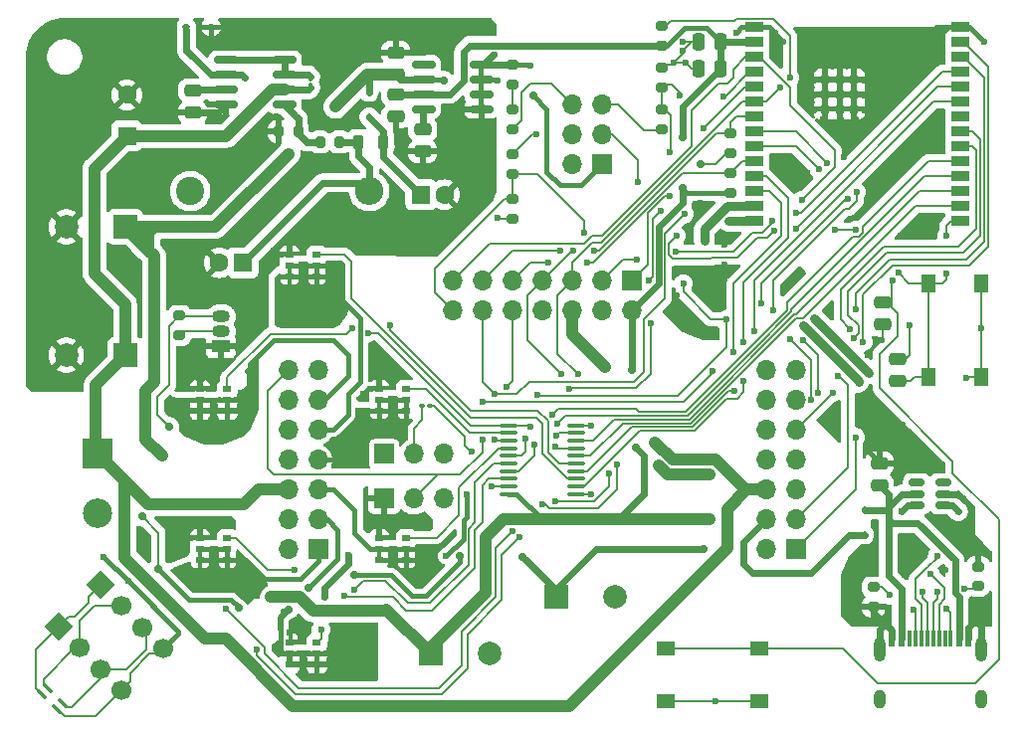
<source format=gbr>
%TF.GenerationSoftware,KiCad,Pcbnew,7.0.9*%
%TF.CreationDate,2024-01-16T00:09:28+01:00*%
%TF.ProjectId,JLCPCB,4a4c4350-4342-42e6-9b69-6361645f7063,1*%
%TF.SameCoordinates,Original*%
%TF.FileFunction,Copper,L1,Top*%
%TF.FilePolarity,Positive*%
%FSLAX46Y46*%
G04 Gerber Fmt 4.6, Leading zero omitted, Abs format (unit mm)*
G04 Created by KiCad (PCBNEW 7.0.9) date 2024-01-16 00:09:28*
%MOMM*%
%LPD*%
G01*
G04 APERTURE LIST*
G04 Aperture macros list*
%AMRoundRect*
0 Rectangle with rounded corners*
0 $1 Rounding radius*
0 $2 $3 $4 $5 $6 $7 $8 $9 X,Y pos of 4 corners*
0 Add a 4 corners polygon primitive as box body*
4,1,4,$2,$3,$4,$5,$6,$7,$8,$9,$2,$3,0*
0 Add four circle primitives for the rounded corners*
1,1,$1+$1,$2,$3*
1,1,$1+$1,$4,$5*
1,1,$1+$1,$6,$7*
1,1,$1+$1,$8,$9*
0 Add four rect primitives between the rounded corners*
20,1,$1+$1,$2,$3,$4,$5,0*
20,1,$1+$1,$4,$5,$6,$7,0*
20,1,$1+$1,$6,$7,$8,$9,0*
20,1,$1+$1,$8,$9,$2,$3,0*%
%AMHorizOval*
0 Thick line with rounded ends*
0 $1 width*
0 $2 $3 position (X,Y) of the first rounded end (center of the circle)*
0 $4 $5 position (X,Y) of the second rounded end (center of the circle)*
0 Add line between two ends*
20,1,$1,$2,$3,$4,$5,0*
0 Add two circle primitives to create the rounded ends*
1,1,$1,$2,$3*
1,1,$1,$4,$5*%
%AMRotRect*
0 Rectangle, with rotation*
0 The origin of the aperture is its center*
0 $1 length*
0 $2 width*
0 $3 Rotation angle, in degrees counterclockwise*
0 Add horizontal line*
21,1,$1,$2,0,0,$3*%
G04 Aperture macros list end*
%TA.AperFunction,SMDPad,CuDef*%
%ADD10R,0.600000X1.450000*%
%TD*%
%TA.AperFunction,SMDPad,CuDef*%
%ADD11R,0.300000X1.450000*%
%TD*%
%TA.AperFunction,ComponentPad*%
%ADD12O,1.000000X1.600000*%
%TD*%
%TA.AperFunction,ComponentPad*%
%ADD13O,1.000000X2.100000*%
%TD*%
%TA.AperFunction,SMDPad,CuDef*%
%ADD14RoundRect,0.200000X0.275000X-0.200000X0.275000X0.200000X-0.275000X0.200000X-0.275000X-0.200000X0*%
%TD*%
%TA.AperFunction,ComponentPad*%
%ADD15RotRect,1.700000X1.700000X45.000000*%
%TD*%
%TA.AperFunction,ComponentPad*%
%ADD16HorizOval,1.700000X0.000000X0.000000X0.000000X0.000000X0*%
%TD*%
%TA.AperFunction,SMDPad,CuDef*%
%ADD17R,0.700000X0.510000*%
%TD*%
%TA.AperFunction,SMDPad,CuDef*%
%ADD18RoundRect,0.200000X-0.275000X0.200000X-0.275000X-0.200000X0.275000X-0.200000X0.275000X0.200000X0*%
%TD*%
%TA.AperFunction,SMDPad,CuDef*%
%ADD19RoundRect,0.250000X0.475000X-0.250000X0.475000X0.250000X-0.475000X0.250000X-0.475000X-0.250000X0*%
%TD*%
%TA.AperFunction,SMDPad,CuDef*%
%ADD20RoundRect,0.112500X-0.187500X-0.112500X0.187500X-0.112500X0.187500X0.112500X-0.187500X0.112500X0*%
%TD*%
%TA.AperFunction,SMDPad,CuDef*%
%ADD21RoundRect,0.200000X-0.200000X-0.275000X0.200000X-0.275000X0.200000X0.275000X-0.200000X0.275000X0*%
%TD*%
%TA.AperFunction,SMDPad,CuDef*%
%ADD22R,1.300000X1.550000*%
%TD*%
%TA.AperFunction,SMDPad,CuDef*%
%ADD23RoundRect,0.100000X-0.130000X-0.100000X0.130000X-0.100000X0.130000X0.100000X-0.130000X0.100000X0*%
%TD*%
%TA.AperFunction,SMDPad,CuDef*%
%ADD24RoundRect,0.112500X0.112500X-0.187500X0.112500X0.187500X-0.112500X0.187500X-0.112500X-0.187500X0*%
%TD*%
%TA.AperFunction,SMDPad,CuDef*%
%ADD25RoundRect,0.250000X-0.475000X0.250000X-0.475000X-0.250000X0.475000X-0.250000X0.475000X0.250000X0*%
%TD*%
%TA.AperFunction,ComponentPad*%
%ADD26R,2.000000X2.000000*%
%TD*%
%TA.AperFunction,ComponentPad*%
%ADD27C,2.000000*%
%TD*%
%TA.AperFunction,SMDPad,CuDef*%
%ADD28RoundRect,0.150000X-0.825000X-0.150000X0.825000X-0.150000X0.825000X0.150000X-0.825000X0.150000X0*%
%TD*%
%TA.AperFunction,ComponentPad*%
%ADD29O,1.700000X1.700000*%
%TD*%
%TA.AperFunction,ComponentPad*%
%ADD30R,1.700000X1.700000*%
%TD*%
%TA.AperFunction,SMDPad,CuDef*%
%ADD31RoundRect,0.100000X0.100000X-0.130000X0.100000X0.130000X-0.100000X0.130000X-0.100000X-0.130000X0*%
%TD*%
%TA.AperFunction,SMDPad,CuDef*%
%ADD32R,1.550000X1.300000*%
%TD*%
%TA.AperFunction,ComponentPad*%
%ADD33R,2.500000X2.500000*%
%TD*%
%TA.AperFunction,ComponentPad*%
%ADD34C,2.500000*%
%TD*%
%TA.AperFunction,ComponentPad*%
%ADD35R,1.600000X1.600000*%
%TD*%
%TA.AperFunction,ComponentPad*%
%ADD36C,1.600000*%
%TD*%
%TA.AperFunction,SMDPad,CuDef*%
%ADD37RotRect,1.000000X0.350000X135.000000*%
%TD*%
%TA.AperFunction,ComponentPad*%
%ADD38R,1.500000X1.050000*%
%TD*%
%TA.AperFunction,ComponentPad*%
%ADD39O,1.500000X1.050000*%
%TD*%
%TA.AperFunction,ComponentPad*%
%ADD40C,2.400000*%
%TD*%
%TA.AperFunction,ComponentPad*%
%ADD41O,2.400000X2.400000*%
%TD*%
%TA.AperFunction,SMDPad,CuDef*%
%ADD42RoundRect,0.150000X0.512500X0.150000X-0.512500X0.150000X-0.512500X-0.150000X0.512500X-0.150000X0*%
%TD*%
%TA.AperFunction,SMDPad,CuDef*%
%ADD43R,1.500000X0.900000*%
%TD*%
%TA.AperFunction,SMDPad,CuDef*%
%ADD44R,0.800000X0.800000*%
%TD*%
%TA.AperFunction,SMDPad,CuDef*%
%ADD45RoundRect,0.250000X0.250000X0.475000X-0.250000X0.475000X-0.250000X-0.475000X0.250000X-0.475000X0*%
%TD*%
%TA.AperFunction,SMDPad,CuDef*%
%ADD46RoundRect,0.100000X0.637500X0.100000X-0.637500X0.100000X-0.637500X-0.100000X0.637500X-0.100000X0*%
%TD*%
%TA.AperFunction,SMDPad,CuDef*%
%ADD47RoundRect,0.112500X-0.112500X0.187500X-0.112500X-0.187500X0.112500X-0.187500X0.112500X0.187500X0*%
%TD*%
%TA.AperFunction,SMDPad,CuDef*%
%ADD48RoundRect,0.218750X-0.218750X-0.381250X0.218750X-0.381250X0.218750X0.381250X-0.218750X0.381250X0*%
%TD*%
%TA.AperFunction,ViaPad*%
%ADD49C,0.700000*%
%TD*%
%TA.AperFunction,ViaPad*%
%ADD50C,0.600000*%
%TD*%
%TA.AperFunction,Conductor*%
%ADD51C,0.200000*%
%TD*%
%TA.AperFunction,Conductor*%
%ADD52C,1.000000*%
%TD*%
%TA.AperFunction,Conductor*%
%ADD53C,0.600000*%
%TD*%
%TA.AperFunction,Conductor*%
%ADD54C,0.400000*%
%TD*%
%TA.AperFunction,Conductor*%
%ADD55C,0.770000*%
%TD*%
G04 APERTURE END LIST*
D10*
%TO.P,J1,A1,GND*%
%TO.N,GND*%
X138990000Y-101619000D03*
%TO.P,J1,A4,VBUS*%
%TO.N,/VBUS*%
X139790000Y-101619000D03*
D11*
%TO.P,J1,A5,CC1*%
%TO.N,/CC1*%
X140990000Y-101619000D03*
%TO.P,J1,A6,D+*%
%TO.N,/D+*%
X141990000Y-101619000D03*
%TO.P,J1,A7,D-*%
%TO.N,/D-*%
X142490000Y-101619000D03*
%TO.P,J1,A8,SBU1*%
%TO.N,unconnected-(J1-SBU1-PadA8)*%
X143490000Y-101619000D03*
D10*
%TO.P,J1,A9,VBUS*%
%TO.N,/VBUS*%
X144690000Y-101619000D03*
%TO.P,J1,A12,GND*%
%TO.N,GND*%
X145490000Y-101619000D03*
%TO.P,J1,B1,GND*%
X145490000Y-101619000D03*
%TO.P,J1,B4,VBUS*%
%TO.N,/VBUS*%
X144690000Y-101619000D03*
D11*
%TO.P,J1,B5,CC2*%
%TO.N,/CC2*%
X143990000Y-101619000D03*
%TO.P,J1,B6,D+*%
%TO.N,/D+*%
X142990000Y-101619000D03*
%TO.P,J1,B7,D-*%
%TO.N,/D-*%
X141490000Y-101619000D03*
%TO.P,J1,B8,SBU2*%
%TO.N,unconnected-(J1-SBU2-PadB8)*%
X140490000Y-101619000D03*
D10*
%TO.P,J1,B9,VBUS*%
%TO.N,/VBUS*%
X139790000Y-101619000D03*
%TO.P,J1,B12,GND*%
%TO.N,GND*%
X138990000Y-101619000D03*
D12*
%TO.P,J1,S1,SHIELD*%
X137920000Y-106714000D03*
D13*
X137920000Y-102534000D03*
X146560000Y-102534000D03*
D12*
X146560000Y-106714000D03*
%TD*%
D14*
%TO.P,R7,1*%
%TO.N,/PRES_B_3V3*%
X106680000Y-54419000D03*
%TO.P,R7,2*%
%TO.N,GND*%
X106680000Y-52769000D03*
%TD*%
D15*
%TO.P,J9,1,Pin_1*%
%TO.N,+3.3V*%
X71628000Y-97028000D03*
D16*
%TO.P,J9,2,Pin_2*%
%TO.N,/SCL*%
X73424051Y-98824051D03*
%TO.P,J9,3,Pin_3*%
%TO.N,/SDA*%
X75220102Y-100620102D03*
%TO.P,J9,4,Pin_4*%
%TO.N,GND*%
X77016154Y-102416154D03*
%TD*%
D17*
%TO.P,Q6,1,D*%
%TO.N,/L0.6*%
X82440000Y-82230000D03*
%TO.P,Q6,2,D*%
X82440000Y-81280000D03*
%TO.P,Q6,3,G*%
%TO.N,/DR0.6*%
X82440000Y-80330000D03*
%TO.P,Q6,4,S*%
%TO.N,GND*%
X80120000Y-80330000D03*
%TO.P,Q6,5,D*%
%TO.N,/L0.6*%
X80120000Y-81280000D03*
%TO.P,Q6,6,D*%
X80120000Y-82230000D03*
%TD*%
D18*
%TO.P,R5,1*%
%TO.N,/PRES_RX_5V*%
X106680000Y-60389000D03*
%TO.P,R5,2*%
%TO.N,/PRES_RX_3V3*%
X106680000Y-62039000D03*
%TD*%
D19*
%TO.P,C3,1*%
%TO.N,/VBUS*%
X137922000Y-88580000D03*
%TO.P,C3,2*%
%TO.N,GND*%
X137922000Y-86680000D03*
%TD*%
D14*
%TO.P,R10,1*%
%TO.N,/PRES_A_5V*%
X119380000Y-58229000D03*
%TO.P,R10,2*%
%TO.N,/PRES_A_3V3*%
X119380000Y-56579000D03*
%TD*%
D20*
%TO.P,D2,1,K*%
%TO.N,Net-(D2-K)*%
X78960000Y-49530000D03*
%TO.P,D2,2,A*%
%TO.N,GND*%
X81060000Y-49530000D03*
%TD*%
D21*
%TO.P,R13,1*%
%TO.N,GND*%
X86805000Y-58420000D03*
%TO.P,R13,2*%
%TO.N,Net-(U5-Vfb)*%
X88455000Y-58420000D03*
%TD*%
D22*
%TO.P,SW2,1,1*%
%TO.N,GND*%
X146558000Y-71374000D03*
X146558000Y-79324000D03*
%TO.P,SW2,2,2*%
%TO.N,/BOOT9*%
X142058000Y-71374000D03*
X142058000Y-79324000D03*
%TD*%
D17*
%TO.P,Q3,1,D*%
%TO.N,/L0.3*%
X97680000Y-94930000D03*
%TO.P,Q3,2,D*%
X97680000Y-93980000D03*
%TO.P,Q3,3,G*%
%TO.N,/DR0.3*%
X97680000Y-93030000D03*
%TO.P,Q3,4,S*%
%TO.N,GND*%
X95360000Y-93030000D03*
%TO.P,Q3,5,D*%
%TO.N,/L0.3*%
X95360000Y-93980000D03*
%TO.P,Q3,6,D*%
X95360000Y-94930000D03*
%TD*%
D23*
%TO.P,R15,1*%
%TO.N,Net-(J7-Pin_2)*%
X99019400Y-81737200D03*
%TO.P,R15,2*%
%TO.N,/DR_NEO*%
X99659400Y-81737200D03*
%TD*%
D19*
%TO.P,C7,1*%
%TO.N,GND*%
X138176000Y-74864000D03*
%TO.P,C7,2*%
%TO.N,/EN*%
X138176000Y-72964000D03*
%TD*%
D24*
%TO.P,D1,1,K*%
%TO.N,+5V*%
X136652000Y-92744000D03*
%TO.P,D1,2,A*%
%TO.N,/VBUS*%
X136652000Y-90644000D03*
%TD*%
D25*
%TO.P,C8,1*%
%TO.N,GND*%
X139446000Y-77790000D03*
%TO.P,C8,2*%
%TO.N,/BOOT9*%
X139446000Y-79690000D03*
%TD*%
%TO.P,C5,1*%
%TO.N,+3.3V*%
X96774000Y-55250000D03*
%TO.P,C5,2*%
%TO.N,GND*%
X96774000Y-57150000D03*
%TD*%
D26*
%TO.P,C13,1*%
%TO.N,+5V*%
X73741677Y-66548000D03*
D27*
%TO.P,C13,2*%
%TO.N,GND*%
X68741677Y-66548000D03*
%TD*%
D18*
%TO.P,R16,1*%
%TO.N,/SCL*%
X119380000Y-49467000D03*
%TO.P,R16,2*%
%TO.N,+3.3V*%
X119380000Y-51117000D03*
%TD*%
%TO.P,R1,1*%
%TO.N,/CC1*%
X137414000Y-97219000D03*
%TO.P,R1,2*%
%TO.N,GND*%
X137414000Y-98869000D03*
%TD*%
D28*
%TO.P,VR1,1,EN*%
%TO.N,unconnected-(VR1-EN-Pad1)*%
X99125000Y-52705000D03*
%TO.P,VR1,2,VIN*%
%TO.N,+5V*%
X99125000Y-53975000D03*
%TO.P,VR1,3,VOUT*%
%TO.N,+3.3V*%
X99125000Y-55245000D03*
%TO.P,VR1,4,BYP*%
%TO.N,Net-(VR1-BYP)*%
X99125000Y-56515000D03*
%TO.P,VR1,5,GND*%
%TO.N,GND*%
X104075000Y-56515000D03*
%TO.P,VR1,6,GND*%
X104075000Y-55245000D03*
%TO.P,VR1,7,GND*%
X104075000Y-53975000D03*
%TO.P,VR1,8,GND*%
X104075000Y-52705000D03*
%TD*%
D29*
%TO.P,J3,14,Pin_14*%
%TO.N,/TEMP*%
X128250000Y-78745000D03*
%TO.P,J3,13,Pin_13*%
%TO.N,/NEO*%
X130790000Y-78745000D03*
%TO.P,J3,12,Pin_12*%
%TO.N,GND*%
X128250000Y-81285000D03*
%TO.P,J3,11,Pin_11*%
%TO.N,/L1.6*%
X130790000Y-81285000D03*
%TO.P,J3,10,Pin_10*%
%TO.N,GND*%
X128250000Y-83825000D03*
%TO.P,J3,9,Pin_9*%
%TO.N,/L1.5*%
X130790000Y-83825000D03*
%TO.P,J3,8,Pin_8*%
%TO.N,GND*%
X128250000Y-86365000D03*
%TO.P,J3,7,Pin_7*%
%TO.N,/L1.4*%
X130790000Y-86365000D03*
%TO.P,J3,6,Pin_6*%
%TO.N,+24V*%
X128250000Y-88905000D03*
%TO.P,J3,5,Pin_5*%
%TO.N,/L1.3*%
X130790000Y-88905000D03*
%TO.P,J3,4,Pin_4*%
%TO.N,+5V*%
X128250000Y-91445000D03*
%TO.P,J3,3,Pin_3*%
%TO.N,/L1.2*%
X130790000Y-91445000D03*
%TO.P,J3,2,Pin_2*%
%TO.N,+3.3V*%
X128250000Y-93985000D03*
D30*
%TO.P,J3,1,Pin_1*%
%TO.N,/L1.1*%
X130790000Y-93985000D03*
%TD*%
D31*
%TO.P,R11,1*%
%TO.N,+24V*%
X89535000Y-54549000D03*
%TO.P,R11,2*%
%TO.N,Net-(U5-DC)*%
X89535000Y-53909000D03*
%TD*%
D32*
%TO.P,SW1,1,1*%
%TO.N,GND*%
X127673000Y-106898000D03*
X119723000Y-106898000D03*
%TO.P,SW1,2,2*%
%TO.N,/EN*%
X127673000Y-102398000D03*
X119723000Y-102398000D03*
%TD*%
D33*
%TO.P,J4,1,Pin_1*%
%TO.N,+24V*%
X71374000Y-85852000D03*
D34*
%TO.P,J4,2,Pin_2*%
%TO.N,GND*%
X71374000Y-90932000D03*
%TD*%
D35*
%TO.P,C9,1*%
%TO.N,+24V*%
X73900000Y-58802651D03*
D36*
%TO.P,C9,2*%
%TO.N,GND*%
X73900000Y-55302651D03*
%TD*%
D30*
%TO.P,J6,1,Pin_1*%
%TO.N,+5V*%
X114300000Y-61214000D03*
D29*
%TO.P,J6,2,Pin_2*%
%TO.N,GND*%
X111760000Y-61214000D03*
%TO.P,J6,3,Pin_3*%
%TO.N,/PRES_TX_5V*%
X114300000Y-58674000D03*
%TO.P,J6,4,Pin_4*%
%TO.N,/PRES_RX_5V*%
X111760000Y-58674000D03*
%TO.P,J6,5,Pin_5*%
%TO.N,/PRES_A_5V*%
X114300000Y-56134000D03*
%TO.P,J6,6,Pin_6*%
%TO.N,/PRES_B_5V*%
X111760000Y-56134000D03*
%TD*%
D25*
%TO.P,C6,1*%
%TO.N,Net-(VR1-BYP)*%
X99060000Y-58232000D03*
%TO.P,C6,2*%
%TO.N,GND*%
X99060000Y-60132000D03*
%TD*%
D19*
%TO.P,C4,1*%
%TO.N,+5V*%
X96774000Y-53594000D03*
%TO.P,C4,2*%
%TO.N,GND*%
X96774000Y-51694000D03*
%TD*%
D37*
%TO.P,,1,GND*%
%TO.N,GND*%
X67947792Y-107571792D03*
%TO.P,,2,SDA*%
%TO.N,/SDA*%
X68442766Y-107076818D03*
%TO.P,,3,SCL*%
%TO.N,/SCL*%
X67169974Y-105804026D03*
%TO.P,,4,VIN*%
%TO.N,+3.3V*%
X66675000Y-106299000D03*
%TD*%
D17*
%TO.P,Q1,1,D*%
%TO.N,/L0.1*%
X82440000Y-94930000D03*
%TO.P,Q1,2,D*%
X82440000Y-93980000D03*
%TO.P,Q1,3,G*%
%TO.N,/DR0.1*%
X82440000Y-93030000D03*
%TO.P,Q1,4,S*%
%TO.N,GND*%
X80120000Y-93030000D03*
%TO.P,Q1,5,D*%
%TO.N,/L0.1*%
X80120000Y-93980000D03*
%TO.P,Q1,6,D*%
X80120000Y-94930000D03*
%TD*%
D38*
%TO.P,U4,1,GND*%
%TO.N,GND*%
X81894000Y-76708000D03*
D39*
%TO.P,U4,2,DQ*%
%TO.N,/TEMP*%
X81894000Y-75438000D03*
%TO.P,U4,3,V_{DD}*%
%TO.N,+3.3V*%
X81894000Y-74168000D03*
%TD*%
D30*
%TO.P,J5,1,Pin_1*%
%TO.N,GND*%
X95773000Y-89662000D03*
D29*
%TO.P,J5,2,Pin_2*%
%TO.N,/TEMP*%
X98313000Y-89662000D03*
%TO.P,J5,3,Pin_3*%
%TO.N,+3.3V*%
X100853000Y-89662000D03*
%TD*%
D14*
%TO.P,R8,1*%
%TO.N,/PRES_B_5V*%
X106680000Y-58229000D03*
%TO.P,R8,2*%
%TO.N,/PRES_B_3V3*%
X106680000Y-56579000D03*
%TD*%
D18*
%TO.P,R6,1*%
%TO.N,/PRES_RX_3V3*%
X106680000Y-64199000D03*
%TO.P,R6,2*%
%TO.N,GND*%
X106680000Y-65849000D03*
%TD*%
D17*
%TO.P,Q5,1,D*%
%TO.N,/L0.5*%
X90060000Y-70800000D03*
%TO.P,Q5,2,D*%
X90060000Y-69850000D03*
%TO.P,Q5,3,G*%
%TO.N,/DR0.5*%
X90060000Y-68900000D03*
%TO.P,Q5,4,S*%
%TO.N,GND*%
X87740000Y-68900000D03*
%TO.P,Q5,5,D*%
%TO.N,/L0.5*%
X87740000Y-69850000D03*
%TO.P,Q5,6,D*%
X87740000Y-70800000D03*
%TD*%
D40*
%TO.P,L1,1,1*%
%TO.N,Net-(D2-K)*%
X79280000Y-63500000D03*
D41*
%TO.P,L1,2,2*%
%TO.N,Net-(C11-Pad1)*%
X94520000Y-63500000D03*
%TD*%
D18*
%TO.P,R14,1*%
%TO.N,/SDA*%
X125222000Y-58611000D03*
%TO.P,R14,2*%
%TO.N,+3.3V*%
X125222000Y-60261000D03*
%TD*%
D21*
%TO.P,R12,1*%
%TO.N,Net-(U5-Vfb)*%
X90329000Y-59309000D03*
%TO.P,R12,2*%
%TO.N,Net-(C11-Pad1)*%
X91979000Y-59309000D03*
%TD*%
D28*
%TO.P,U5,1,SwC*%
%TO.N,Net-(U5-DC)*%
X82329000Y-52324000D03*
%TO.P,U5,2,SwE*%
%TO.N,Net-(D2-K)*%
X82329000Y-53594000D03*
%TO.P,U5,3,TC*%
%TO.N,Net-(U5-TC)*%
X82329000Y-54864000D03*
%TO.P,U5,4,GND*%
%TO.N,GND*%
X82329000Y-56134000D03*
%TO.P,U5,5,Vfb*%
%TO.N,Net-(U5-Vfb)*%
X87279000Y-56134000D03*
%TO.P,U5,6,Vin*%
%TO.N,+24V*%
X87279000Y-54864000D03*
%TO.P,U5,7,Ipk*%
%TO.N,Net-(U5-DC)*%
X87279000Y-53594000D03*
%TO.P,U5,8,DC*%
X87279000Y-52324000D03*
%TD*%
D26*
%TO.P,C16,1*%
%TO.N,+3.3V*%
X110408323Y-98044000D03*
D27*
%TO.P,C16,2*%
%TO.N,GND*%
X115408323Y-98044000D03*
%TD*%
D17*
%TO.P,Q2,1,D*%
%TO.N,/L0.2*%
X90060000Y-103820000D03*
%TO.P,Q2,2,D*%
X90060000Y-102870000D03*
%TO.P,Q2,3,G*%
%TO.N,/DR0.2*%
X90060000Y-101920000D03*
%TO.P,Q2,4,S*%
%TO.N,GND*%
X87740000Y-101920000D03*
%TO.P,Q2,5,D*%
%TO.N,/L0.2*%
X87740000Y-102870000D03*
%TO.P,Q2,6,D*%
X87740000Y-103820000D03*
%TD*%
D25*
%TO.P,C10,1*%
%TO.N,Net-(U5-TC)*%
X79502000Y-54930000D03*
%TO.P,C10,2*%
%TO.N,GND*%
X79502000Y-56830000D03*
%TD*%
D42*
%TO.P,U6,1,IO1*%
%TO.N,/D-*%
X143374500Y-90227000D03*
%TO.P,U6,2,VSS*%
%TO.N,GND*%
X143374500Y-89277000D03*
%TO.P,U6,3,IO2*%
%TO.N,unconnected-(DT1042-04SO1-IO2-Pad3)*%
X143374500Y-88327000D03*
%TO.P,U6,4,IO3*%
%TO.N,unconnected-(DT1042-04SO1-IO3-Pad4)*%
X141099500Y-88327000D03*
%TO.P,U6,5,VCC*%
%TO.N,/VBUS*%
X141099500Y-89277000D03*
%TO.P,U6,6,IO4*%
%TO.N,/D+*%
X141099500Y-90227000D03*
%TD*%
D29*
%TO.P,J8,14,Pin_14*%
%TO.N,/PRES_RX_3V3*%
X101605000Y-73680000D03*
%TO.P,J8,13,Pin_13*%
%TO.N,/EN*%
X101605000Y-71140000D03*
%TO.P,J8,12,Pin_12*%
%TO.N,/PRES_TX_3V3*%
X104145000Y-73680000D03*
%TO.P,J8,11,Pin_11*%
%TO.N,/BOOT9*%
X104145000Y-71140000D03*
%TO.P,J8,10,Pin_10*%
%TO.N,/TEMP*%
X106685000Y-73680000D03*
%TO.P,J8,9,Pin_9*%
%TO.N,/BOOT8*%
X106685000Y-71140000D03*
%TO.P,J8,8,Pin_8*%
%TO.N,GND*%
X109225000Y-73680000D03*
%TO.P,J8,7,Pin_7*%
%TO.N,/SDA*%
X109225000Y-71140000D03*
%TO.P,J8,6,Pin_6*%
%TO.N,+24V*%
X111765000Y-73680000D03*
%TO.P,J8,5,Pin_5*%
%TO.N,/SCL*%
X111765000Y-71140000D03*
%TO.P,J8,4,Pin_4*%
%TO.N,+5V*%
X114305000Y-73680000D03*
%TO.P,J8,3,Pin_3*%
%TO.N,/NEO*%
X114305000Y-71140000D03*
%TO.P,J8,2,Pin_2*%
%TO.N,+3.3V*%
X116845000Y-73680000D03*
D30*
%TO.P,J8,1,Pin_1*%
%TO.N,/PRES_A_3V3*%
X116845000Y-71140000D03*
%TD*%
D43*
%TO.P,U1,1,GND*%
%TO.N,GND*%
X127280000Y-49530000D03*
%TO.P,U1,2,3V3*%
%TO.N,+3.3V*%
X127280000Y-50800000D03*
%TO.P,U1,3,EN/CHIP_PU*%
%TO.N,/EN*%
X127280000Y-52070000D03*
%TO.P,U1,4,MTMS/GPIO4/ADC1_CH4*%
%TO.N,/PRES_A_3V3*%
X127280000Y-53340000D03*
%TO.P,U1,5,MTDI/GPIO5/ADC1_CH5*%
%TO.N,/NEO*%
X127280000Y-54610000D03*
%TO.P,U1,6,MTCK/GPIO6/ADC1_CH6*%
%TO.N,/SCL*%
X127280000Y-55880000D03*
%TO.P,U1,7,MTDO/GPIO7*%
%TO.N,/SDA*%
X127280000Y-57150000D03*
%TO.P,U1,8,GPIO0/ADC1_CH0/XTAL_32K_P*%
%TO.N,/L1.3*%
X127280000Y-58420000D03*
%TO.P,U1,9,GPIO1/ADC1_CH1/XTAL_32K_N*%
%TO.N,/L1.4*%
X127280000Y-59690000D03*
%TO.P,U1,10,GPIO8*%
%TO.N,/BOOT8*%
X127280000Y-60960000D03*
%TO.P,U1,11,GPIO10*%
%TO.N,/CH0.1*%
X127280000Y-62230000D03*
%TO.P,U1,12,GPIO11*%
%TO.N,/CH0.2*%
X127280000Y-63500000D03*
%TO.P,U1,13,GPIO12/USB_D-*%
%TO.N,/D-*%
X127280000Y-64770000D03*
%TO.P,U1,14,GPIO13/USB_D+*%
%TO.N,/D+*%
X127280000Y-66040000D03*
%TO.P,U1,15,GPIO9*%
%TO.N,/BOOT9*%
X144780000Y-66040000D03*
%TO.P,U1,16,GPIO18*%
%TO.N,/CH0.3*%
X144780000Y-64770000D03*
%TO.P,U1,17,GPIO19*%
%TO.N,/CH0.4*%
X144780000Y-63500000D03*
%TO.P,U1,18,GPIO20*%
%TO.N,/CH0.5*%
X144780000Y-62230000D03*
%TO.P,U1,19,GPIO21*%
%TO.N,/CH0.6*%
X144780000Y-60960000D03*
%TO.P,U1,20,GPIO22*%
%TO.N,/L1.1*%
X144780000Y-59690000D03*
%TO.P,U1,21,GPIO23*%
%TO.N,/L1.2*%
X144780000Y-58420000D03*
%TO.P,U1,22,NC*%
%TO.N,unconnected-(U1-NC-Pad22)*%
X144780000Y-57150000D03*
%TO.P,U1,23,GPIO15*%
%TO.N,/TEMP*%
X144780000Y-55880000D03*
%TO.P,U1,24,U0RXD/GPIO17*%
%TO.N,/PRES_RX_3V3*%
X144780000Y-54610000D03*
%TO.P,U1,25,U0TXD/GPIO16*%
%TO.N,/PRES_TX_3V3*%
X144780000Y-53340000D03*
%TO.P,U1,26,GPIO3/ADC1_CH3*%
%TO.N,/L1.6*%
X144780000Y-52070000D03*
%TO.P,U1,27,GPIO2/ADC1_CH2*%
%TO.N,/L1.5*%
X144780000Y-50800000D03*
%TO.P,U1,28,GND*%
%TO.N,GND*%
X144780000Y-49530000D03*
D44*
%TO.P,U1,29,GND*%
X133275000Y-54000000D03*
X133275000Y-55250000D03*
X133275000Y-56500000D03*
X134525000Y-54000000D03*
X134525000Y-55250000D03*
X134525000Y-56500000D03*
X135775000Y-54000000D03*
X135775000Y-55250000D03*
X135775000Y-56500000D03*
%TD*%
D14*
%TO.P,R9,1*%
%TO.N,/PRES_A_3V3*%
X119380000Y-54673000D03*
%TO.P,R9,2*%
%TO.N,GND*%
X119380000Y-53023000D03*
%TD*%
D45*
%TO.P,C1,1*%
%TO.N,+3.3V*%
X124394000Y-50800000D03*
%TO.P,C1,2*%
%TO.N,GND*%
X122494000Y-50800000D03*
%TD*%
D46*
%TO.P,U3,1,1OE*%
%TO.N,GND*%
X112082500Y-89285000D03*
%TO.P,U3,2,1A0*%
%TO.N,/CH0.1*%
X112082500Y-88635000D03*
%TO.P,U3,3,2Y0*%
%TO.N,/DR0.5*%
X112082500Y-87985000D03*
%TO.P,U3,4,1A1*%
%TO.N,/CH0.2*%
X112082500Y-87335000D03*
%TO.P,U3,5,2Y1*%
%TO.N,/DR0.6*%
X112082500Y-86685000D03*
%TO.P,U3,6,1A2*%
%TO.N,/CH0.3*%
X112082500Y-86035000D03*
%TO.P,U3,7,2Y2*%
%TO.N,/PRES_TX_5V*%
X112082500Y-85385000D03*
%TO.P,U3,8,1A3*%
%TO.N,/CH0.4*%
X112082500Y-84735000D03*
%TO.P,U3,9,2Y3*%
%TO.N,/DR_NEO*%
X112082500Y-84085000D03*
%TO.P,U3,10,GND*%
%TO.N,GND*%
X112082500Y-83435000D03*
%TO.P,U3,11,2A3*%
%TO.N,/NEO*%
X106357500Y-83435000D03*
%TO.P,U3,12,1Y3*%
%TO.N,/DR0.4*%
X106357500Y-84085000D03*
%TO.P,U3,13,2A2*%
%TO.N,/PRES_TX_3V3*%
X106357500Y-84735000D03*
%TO.P,U3,14,1Y2*%
%TO.N,/DR0.3*%
X106357500Y-85385000D03*
%TO.P,U3,15,2A1*%
%TO.N,/CH0.6*%
X106357500Y-86035000D03*
%TO.P,U3,16,1Y1*%
%TO.N,/DR0.2*%
X106357500Y-86685000D03*
%TO.P,U3,17,2A0*%
%TO.N,/CH0.5*%
X106357500Y-87335000D03*
%TO.P,U3,18,1Y0*%
%TO.N,/DR0.1*%
X106357500Y-87985000D03*
%TO.P,U3,19,2OE*%
%TO.N,GND*%
X106357500Y-88635000D03*
%TO.P,U3,20,VCC*%
%TO.N,+5V*%
X106357500Y-89285000D03*
%TD*%
D30*
%TO.P,J2,1,Pin_1*%
%TO.N,/L0.1*%
X90150000Y-93985000D03*
D29*
%TO.P,J2,2,Pin_2*%
%TO.N,+3.3V*%
X87610000Y-93985000D03*
%TO.P,J2,3,Pin_3*%
%TO.N,/L0.2*%
X90150000Y-91445000D03*
%TO.P,J2,4,Pin_4*%
%TO.N,+5V*%
X87610000Y-91445000D03*
%TO.P,J2,5,Pin_5*%
%TO.N,/L0.3*%
X90150000Y-88905000D03*
%TO.P,J2,6,Pin_6*%
%TO.N,+24V*%
X87610000Y-88905000D03*
%TO.P,J2,7,Pin_7*%
%TO.N,/L0.4*%
X90150000Y-86365000D03*
%TO.P,J2,8,Pin_8*%
%TO.N,GND*%
X87610000Y-86365000D03*
%TO.P,J2,9,Pin_9*%
%TO.N,/L0.5*%
X90150000Y-83825000D03*
%TO.P,J2,10,Pin_10*%
%TO.N,GND*%
X87610000Y-83825000D03*
%TO.P,J2,11,Pin_11*%
%TO.N,/L0.6*%
X90150000Y-81285000D03*
%TO.P,J2,12,Pin_12*%
%TO.N,GND*%
X87610000Y-81285000D03*
%TO.P,J2,13,Pin_13*%
%TO.N,/NEO*%
X90150000Y-78745000D03*
%TO.P,J2,14,Pin_14*%
%TO.N,/TEMP*%
X87610000Y-78745000D03*
%TD*%
D17*
%TO.P,Q4,1,D*%
%TO.N,/L0.4*%
X97680000Y-82230000D03*
%TO.P,Q4,2,D*%
X97680000Y-81280000D03*
%TO.P,Q4,3,G*%
%TO.N,/DR0.4*%
X97680000Y-80330000D03*
%TO.P,Q4,4,S*%
%TO.N,GND*%
X95360000Y-80330000D03*
%TO.P,Q4,5,D*%
%TO.N,/L0.4*%
X95360000Y-81280000D03*
%TO.P,Q4,6,D*%
X95360000Y-82230000D03*
%TD*%
D47*
%TO.P,D3,1,K*%
%TO.N,+5V*%
X94488000Y-55084000D03*
%TO.P,D3,2,A*%
%TO.N,Net-(D3-A)*%
X94488000Y-57184000D03*
%TD*%
D16*
%TO.P,J10,4,Pin_4*%
%TO.N,GND*%
X73460154Y-105972154D03*
%TO.P,J10,3,Pin_3*%
%TO.N,/SDA*%
X71664102Y-104176102D03*
%TO.P,J10,2,Pin_2*%
%TO.N,/SCL*%
X69868051Y-102380051D03*
D15*
%TO.P,J10,1,Pin_1*%
%TO.N,+3.3V*%
X68072000Y-100584000D03*
%TD*%
D35*
%TO.P,C11,1*%
%TO.N,Net-(C11-Pad1)*%
X83759113Y-69596000D03*
D36*
%TO.P,C11,2*%
%TO.N,GND*%
X81759113Y-69596000D03*
%TD*%
D26*
%TO.P,C15,1*%
%TO.N,+5V*%
X99740323Y-102870000D03*
D27*
%TO.P,C15,2*%
%TO.N,GND*%
X104740323Y-102870000D03*
%TD*%
D18*
%TO.P,R4,1*%
%TO.N,+3.3V*%
X78359000Y-74105000D03*
%TO.P,R4,2*%
%TO.N,/TEMP*%
X78359000Y-75755000D03*
%TD*%
D30*
%TO.P,J7,1,Pin_1*%
%TO.N,+5V*%
X95773000Y-85852000D03*
D29*
%TO.P,J7,2,Pin_2*%
%TO.N,Net-(J7-Pin_2)*%
X98313000Y-85852000D03*
%TO.P,J7,3,Pin_3*%
%TO.N,GND*%
X100853000Y-85852000D03*
%TD*%
D48*
%TO.P,L2,1,1*%
%TO.N,Net-(C11-Pad1)*%
X93601000Y-59309000D03*
%TO.P,L2,2,2*%
%TO.N,Net-(D3-A)*%
X95726000Y-59309000D03*
%TD*%
D35*
%TO.P,C12,1*%
%TO.N,Net-(D3-A)*%
X98900000Y-63800000D03*
D36*
%TO.P,C12,2*%
%TO.N,GND*%
X100900000Y-63800000D03*
%TD*%
D45*
%TO.P,C2,1*%
%TO.N,+3.3V*%
X124394000Y-53086000D03*
%TO.P,C2,2*%
%TO.N,GND*%
X122494000Y-53086000D03*
%TD*%
D18*
%TO.P,R3,1*%
%TO.N,/BOOT8*%
X125222000Y-61975000D03*
%TO.P,R3,2*%
%TO.N,+3.3V*%
X125222000Y-63625000D03*
%TD*%
D14*
%TO.P,R2,1*%
%TO.N,/CC2*%
X146304000Y-97102000D03*
%TO.P,R2,2*%
%TO.N,GND*%
X146304000Y-95452000D03*
%TD*%
D26*
%TO.P,C14,1*%
%TO.N,+24V*%
X73741677Y-77470000D03*
D27*
%TO.P,C14,2*%
%TO.N,GND*%
X68741677Y-77470000D03*
%TD*%
D49*
%TO.N,+3.3V*%
X77470000Y-83566000D03*
X75184000Y-91186000D03*
D50*
%TO.N,GND*%
X147066000Y-98552000D03*
X92329000Y-64008000D03*
X119126000Y-86868000D03*
X120396000Y-52578000D03*
X133731000Y-83566000D03*
X84455000Y-49530000D03*
X145034000Y-89662000D03*
X125730000Y-50000500D03*
X94869000Y-76835000D03*
X101600000Y-56642000D03*
X134620000Y-52832000D03*
X90932000Y-54102000D03*
X142748000Y-50546000D03*
X124714000Y-69723000D03*
X105156000Y-51879000D03*
X81534000Y-57150000D03*
X75438000Y-94107000D03*
X131318000Y-62738000D03*
X102616000Y-59436000D03*
X139446000Y-88011000D03*
X72898000Y-68707000D03*
X80772000Y-79248000D03*
X108204000Y-52832000D03*
X135890000Y-57404000D03*
X78740000Y-92456000D03*
X132334000Y-54102000D03*
X138430000Y-100330000D03*
X93980000Y-80772000D03*
X136652000Y-54102000D03*
X104902000Y-62230000D03*
X136906000Y-77470000D03*
X146050000Y-100076000D03*
X129032000Y-60833000D03*
X143256000Y-86741000D03*
X104902000Y-88635000D03*
X140462000Y-74930000D03*
X130937000Y-70612000D03*
X87376000Y-51054000D03*
X99900000Y-68550000D03*
X129702500Y-50757089D03*
X132334000Y-56642000D03*
X92710000Y-94488000D03*
X73977500Y-96710500D03*
X105410000Y-54102000D03*
X84836000Y-59436000D03*
X70231000Y-50165000D03*
X132334000Y-55372000D03*
X129032000Y-51054000D03*
X133096000Y-57404000D03*
X79502000Y-79248000D03*
X139700000Y-67310000D03*
X141732000Y-50546000D03*
X121158000Y-50800000D03*
X90678000Y-98044000D03*
X129032000Y-50038000D03*
X78740000Y-93599000D03*
X123698000Y-75692000D03*
X104902000Y-49403000D03*
X145288000Y-79375000D03*
X102844600Y-89281000D03*
X121412000Y-52578000D03*
X103251000Y-58293000D03*
X86614000Y-57150000D03*
X81280000Y-51054000D03*
X134620000Y-57404000D03*
X144272000Y-93218000D03*
X136906000Y-85598000D03*
X136652000Y-56642000D03*
X146558000Y-75184000D03*
X113407000Y-89285000D03*
X123952000Y-106934000D03*
X113411000Y-83435000D03*
X86360000Y-68580000D03*
X140970000Y-53340000D03*
X138430000Y-50800000D03*
X132080000Y-50800000D03*
X142240000Y-65786000D03*
X78359000Y-69723000D03*
X123444000Y-87630000D03*
X121158000Y-51562000D03*
X143510000Y-95758000D03*
X142875000Y-57404000D03*
X95377000Y-79248000D03*
X146812000Y-50800000D03*
X85344000Y-65024000D03*
X92456000Y-67564000D03*
X140081000Y-96139000D03*
X77851000Y-54102000D03*
X136652000Y-55372000D03*
X87740000Y-101092000D03*
X91694000Y-60960000D03*
X135890000Y-52832000D03*
X87630000Y-67564000D03*
X67310000Y-54610000D03*
X94742000Y-91694000D03*
X122682000Y-64516000D03*
X102470000Y-62230000D03*
X134874000Y-60579000D03*
X138811000Y-62611000D03*
X97282000Y-59944000D03*
X120650000Y-72390000D03*
X105410000Y-65786000D03*
X95758000Y-91694000D03*
X123825000Y-73025000D03*
X92710000Y-57150000D03*
X124714031Y-68064594D03*
X136906000Y-64643000D03*
X82042000Y-63373000D03*
X133604000Y-73533000D03*
X88646000Y-101600000D03*
X138133089Y-76157089D03*
X100330000Y-50546000D03*
X137160000Y-94742000D03*
X71882000Y-94615000D03*
X101047368Y-94558032D03*
X139852400Y-83388200D03*
X83312000Y-76835000D03*
X133350000Y-52832000D03*
X96774000Y-50038000D03*
X75311000Y-61341000D03*
D49*
%TO.N,/L0.2*%
X87615200Y-99093500D03*
X89380500Y-97254500D03*
%TO.N,+3.3V*%
X121158000Y-63246000D03*
X93218000Y-96139000D03*
X116845000Y-78740000D03*
X122682000Y-61214000D03*
X107569000Y-94615000D03*
X76581000Y-95631000D03*
X122936000Y-93985000D03*
X102209600Y-94589600D03*
X83374361Y-98966500D03*
X121158000Y-58928000D03*
D50*
%TO.N,/L1.3*%
X133477000Y-61087000D03*
X132715000Y-80645000D03*
X128905000Y-73660000D03*
X135953500Y-63563500D03*
X131445000Y-76200000D03*
%TO.N,/L1.4*%
X135255000Y-64135000D03*
X132778500Y-61658500D03*
X130281411Y-76093589D03*
X132080000Y-81280000D03*
X127853500Y-73025000D03*
%TO.N,/CH0.1*%
X126365000Y-79629000D03*
X126365000Y-76327000D03*
%TO.N,/CH0.5*%
X108585000Y-85070320D03*
X110490000Y-83312000D03*
%TO.N,/L1.1*%
X135890000Y-84455000D03*
X135424911Y-75226911D03*
%TO.N,/L1.2*%
X135720089Y-76030089D03*
X134366000Y-79248000D03*
%TO.N,/CH0.2*%
X125476000Y-77216000D03*
X125591839Y-80506839D03*
%TO.N,/L1.6*%
X135925500Y-73533000D03*
%TO.N,/L1.5*%
X133984500Y-80645000D03*
X136525000Y-76327000D03*
D49*
%TO.N,+5V*%
X100838000Y-54102000D03*
X86106000Y-98044000D03*
X95971161Y-99100839D03*
X91630500Y-56324500D03*
X117170200Y-85344000D03*
X108458000Y-55372000D03*
X87630000Y-60325000D03*
X123444000Y-91440000D03*
X76860400Y-86029800D03*
%TO.N,+24V*%
X114554000Y-78486000D03*
X118846600Y-84886800D03*
D50*
%TO.N,/PRES_TX_5V*%
X119273135Y-65171135D03*
X118455500Y-74718911D03*
X118319168Y-71075168D03*
X111506000Y-80299500D03*
X110363000Y-85217000D03*
X117348000Y-62738000D03*
%TO.N,Net-(D2-K)*%
X83900000Y-53800000D03*
%TO.N,/PRES_A_3V3*%
X120099089Y-60155089D03*
X120057911Y-63923911D03*
X124671089Y-55414911D03*
X120904000Y-55372000D03*
%TO.N,/DR0.1*%
X92392500Y-97980500D03*
X88138000Y-95758000D03*
%TO.N,/DR0.2*%
X90424000Y-100838000D03*
X93218000Y-97444500D03*
%TO.N,/DR0.6*%
X96266000Y-74930000D03*
X93026500Y-75184000D03*
%TO.N,/CH0.6*%
X107823000Y-84582000D03*
X110068776Y-82550953D03*
%TO.N,/EN*%
X139065000Y-71120000D03*
X131318000Y-64262000D03*
%TO.N,/BOOT9*%
X135890000Y-66802000D03*
X128778000Y-66040000D03*
X120579500Y-68664089D03*
X134091411Y-66781411D03*
X143637000Y-67310000D03*
X143637000Y-70485000D03*
X139509500Y-70449500D03*
X110744000Y-68580000D03*
%TO.N,/D+*%
X131445000Y-74930000D03*
X136144000Y-79756000D03*
X141581000Y-97625000D03*
X125095000Y-66040000D03*
X142251500Y-96101000D03*
X139803000Y-90767000D03*
%TO.N,/D-*%
X144629000Y-90767000D03*
X142851000Y-94577000D03*
X137041000Y-79002000D03*
X123027731Y-67691000D03*
X132334000Y-74295000D03*
X142851000Y-97625000D03*
%TO.N,/SCL*%
X130302000Y-53848000D03*
X109220000Y-90170000D03*
X129448089Y-54701911D03*
X106680000Y-92439500D03*
X82296000Y-99060000D03*
X112268000Y-79100000D03*
X115570000Y-86741000D03*
%TO.N,/SDA*%
X110871000Y-79100000D03*
X111887000Y-68580000D03*
X107315000Y-92964000D03*
X114935000Y-87503000D03*
X84899500Y-102552500D03*
X113665000Y-68580000D03*
X110363000Y-89916500D03*
%TO.N,/BOOT8*%
X113030000Y-69596000D03*
X109728000Y-69596000D03*
%TO.N,/PRES_TX_3V3*%
X121318402Y-65438402D03*
X105156000Y-80772000D03*
X130810000Y-65348500D03*
X105156000Y-84673500D03*
%TO.N,/PRES_RX_3V3*%
X128940500Y-66886089D03*
X112776000Y-67056000D03*
X130810000Y-66675000D03*
X120650000Y-67310000D03*
%TO.N,/DR_NEO*%
X103225600Y-85674200D03*
X110447089Y-84285089D03*
%TO.N,/CC1*%
X138787000Y-97879000D03*
X140819000Y-99149000D03*
%TO.N,/CC2*%
X143637000Y-99060000D03*
X145137000Y-97371000D03*
%TO.N,/PRES_RX_5V*%
X108712000Y-58674000D03*
%TO.N,/NEO*%
X94425500Y-75565000D03*
X122936000Y-58166000D03*
X121221500Y-71374000D03*
X108204000Y-83566000D03*
X117256500Y-69342000D03*
X124876500Y-74422000D03*
X108839000Y-80843000D03*
%TO.N,/TEMP*%
X106172000Y-80172500D03*
X123740911Y-78782911D03*
X104140000Y-84673500D03*
X127254000Y-75438000D03*
X104140000Y-81442500D03*
%TD*%
D51*
%TO.N,/TEMP*%
X100457000Y-87630000D02*
X86360000Y-87630000D01*
X85852000Y-80503000D02*
X87610000Y-78745000D01*
X86360000Y-87630000D02*
X85852000Y-87122000D01*
X85852000Y-87122000D02*
X85852000Y-80503000D01*
%TO.N,+3.3V*%
X77470000Y-83566000D02*
X76454000Y-82550000D01*
X77470000Y-74994000D02*
X78359000Y-74105000D01*
X76454000Y-82550000D02*
X76454000Y-81026000D01*
X77470000Y-80010000D02*
X77470000Y-74994000D01*
X76454000Y-81026000D02*
X77470000Y-80010000D01*
D52*
%TO.N,+5V*%
X76860400Y-86029800D02*
X75441677Y-84611077D01*
X75441677Y-84611077D02*
X75441677Y-80514323D01*
X76200000Y-69006324D02*
X75732838Y-68539162D01*
X75441677Y-80514323D02*
X76200000Y-79756000D01*
X76200000Y-79756000D02*
X76200000Y-69006324D01*
D51*
%TO.N,+3.3V*%
X76581000Y-92583000D02*
X75184000Y-91186000D01*
X76581000Y-95631000D02*
X76581000Y-92583000D01*
%TO.N,/NEO*%
X108204000Y-83566000D02*
X108073000Y-83435000D01*
X108073000Y-83435000D02*
X106357500Y-83435000D01*
%TO.N,/SCL*%
X85598000Y-102362000D02*
X85598000Y-102870000D01*
X82296000Y-99060000D02*
X85598000Y-102362000D01*
X85598000Y-102870000D02*
X88519000Y-105791000D01*
X102362000Y-100965000D02*
X105283000Y-98044000D01*
X88519000Y-105791000D02*
X100457000Y-105791000D01*
X100457000Y-105791000D02*
X102362000Y-103886000D01*
X102362000Y-103886000D02*
X102362000Y-100965000D01*
X105283000Y-98044000D02*
X105283000Y-93836500D01*
X105283000Y-93836500D02*
X106680000Y-92439500D01*
D52*
%TO.N,GND*%
X123444000Y-87630000D02*
X119888000Y-87630000D01*
X119888000Y-87630000D02*
X119126000Y-86868000D01*
D53*
%TO.N,+3.3V*%
X122936000Y-93985000D02*
X122931000Y-93980000D01*
X113792000Y-93980000D02*
X110408323Y-97363677D01*
X110408323Y-97363677D02*
X110408323Y-98044000D01*
X122931000Y-93980000D02*
X113792000Y-93980000D01*
D52*
%TO.N,+24V*%
X118846600Y-84886800D02*
X120319800Y-86360000D01*
X120319800Y-86360000D02*
X123952000Y-86360000D01*
X123952000Y-86360000D02*
X126497000Y-88905000D01*
X126497000Y-88905000D02*
X128250000Y-88905000D01*
D53*
%TO.N,+5V*%
X117856000Y-89281000D02*
X115697000Y-91440000D01*
X117170200Y-85344000D02*
X117856000Y-86029800D01*
X117856000Y-86029800D02*
X117856000Y-89281000D01*
D51*
%TO.N,GND*%
X95377000Y-79248000D02*
X95377000Y-80313000D01*
X95377000Y-80313000D02*
X95360000Y-80330000D01*
D54*
%TO.N,/L0.1*%
X85598000Y-96520000D02*
X88646000Y-96520000D01*
X82440000Y-94930000D02*
X84008000Y-94930000D01*
X88646000Y-96520000D02*
X90150000Y-95016000D01*
X84008000Y-94930000D02*
X85598000Y-96520000D01*
X90150000Y-95016000D02*
X90150000Y-93985000D01*
%TO.N,GND*%
X106680000Y-52769000D02*
X108141000Y-52769000D01*
D53*
X145490000Y-100636000D02*
X145490000Y-101619000D01*
D51*
X79309000Y-93030000D02*
X80120000Y-93030000D01*
D54*
X105156000Y-51879000D02*
X104901000Y-51879000D01*
D51*
X145288000Y-79375000D02*
X145339000Y-79324000D01*
X85852000Y-58420000D02*
X86805000Y-58420000D01*
X133275000Y-55250000D02*
X132456000Y-55250000D01*
X135775000Y-54000000D02*
X135775000Y-52947000D01*
X78740000Y-92456000D02*
X79314000Y-93030000D01*
D54*
X102470000Y-62230000D02*
X100900000Y-63800000D01*
X102844600Y-91211400D02*
X102844600Y-89281000D01*
D51*
X134525000Y-55250000D02*
X133275000Y-55250000D01*
D54*
X96774000Y-51694000D02*
X96774000Y-50038000D01*
X96774000Y-51694000D02*
X99182000Y-51694000D01*
D51*
X95360000Y-92092000D02*
X95360000Y-93030000D01*
D54*
X73977500Y-96710500D02*
X78232000Y-100965000D01*
X105156000Y-51879000D02*
X104013000Y-53022000D01*
X146304000Y-95452000D02*
X146304000Y-94234000D01*
D51*
X135775000Y-56500000D02*
X136510000Y-56500000D01*
X81534000Y-57150000D02*
X81633000Y-57051000D01*
X134525000Y-57309000D02*
X134620000Y-57404000D01*
D53*
X90678000Y-97222918D02*
X92710000Y-95190918D01*
D51*
X119723000Y-106898000D02*
X123916000Y-106898000D01*
D53*
X90678000Y-98044000D02*
X90678000Y-97222918D01*
D54*
X137414000Y-98869000D02*
X137414000Y-99314000D01*
D51*
X71228308Y-108204000D02*
X73460154Y-105972154D01*
X144270371Y-89277000D02*
X144655371Y-89662000D01*
D53*
X138990000Y-100890000D02*
X138430000Y-100330000D01*
D51*
X87740000Y-67674000D02*
X87630000Y-67564000D01*
X67952909Y-107563883D02*
X67952909Y-107576909D01*
X79314000Y-93030000D02*
X80120000Y-93030000D01*
X133275000Y-54000000D02*
X132436000Y-54000000D01*
D54*
X105283000Y-53975000D02*
X105410000Y-54102000D01*
D51*
X136550000Y-54000000D02*
X136652000Y-54102000D01*
X132436000Y-54000000D02*
X132334000Y-54102000D01*
D54*
X97282000Y-59944000D02*
X96774000Y-59436000D01*
D51*
X134525000Y-54000000D02*
X134525000Y-52927000D01*
X133275000Y-54000000D02*
X133275000Y-52907000D01*
X80120000Y-79866000D02*
X79502000Y-79248000D01*
X113411000Y-83435000D02*
X112082500Y-83435000D01*
X95758000Y-91694000D02*
X95360000Y-92092000D01*
D54*
X99182000Y-51694000D02*
X100330000Y-50546000D01*
D51*
X133275000Y-54000000D02*
X134525000Y-54000000D01*
D54*
X102470000Y-62230000D02*
X102470000Y-59582000D01*
D51*
X120205000Y-52769000D02*
X120396000Y-52578000D01*
D53*
X104075000Y-52705000D02*
X106616000Y-52705000D01*
D54*
X102516000Y-93089400D02*
X102516000Y-91540000D01*
D53*
X144270371Y-89277000D02*
X143374500Y-89277000D01*
D54*
X104013000Y-57531000D02*
X103251000Y-58293000D01*
X145542000Y-49530000D02*
X146812000Y-50800000D01*
X78232000Y-101200308D02*
X77016154Y-102416154D01*
X137736000Y-106898000D02*
X137920000Y-106714000D01*
D51*
X134525000Y-56500000D02*
X134525000Y-57309000D01*
X122494000Y-50800000D02*
X121158000Y-50800000D01*
X135775000Y-52947000D02*
X135890000Y-52832000D01*
X133275000Y-55250000D02*
X133275000Y-54000000D01*
D54*
X101727000Y-56515000D02*
X101600000Y-56642000D01*
X126200500Y-49530000D02*
X125730000Y-50000500D01*
D51*
X80120000Y-79900000D02*
X80772000Y-79248000D01*
X134525000Y-52927000D02*
X134620000Y-52832000D01*
D53*
X106616000Y-52705000D02*
X106680000Y-52769000D01*
D51*
X120396000Y-52578000D02*
X121412000Y-52578000D01*
X140142000Y-77790000D02*
X140462000Y-77470000D01*
D54*
X102470000Y-59582000D02*
X102616000Y-59436000D01*
D51*
X67952909Y-107576909D02*
X68580000Y-108204000D01*
X106680000Y-65849000D02*
X105473000Y-65849000D01*
X132476000Y-56500000D02*
X132334000Y-56642000D01*
X119723000Y-106896000D02*
X119634000Y-106807000D01*
X133275000Y-52907000D02*
X133350000Y-52832000D01*
X113407000Y-89285000D02*
X112082500Y-89285000D01*
X73460154Y-105972154D02*
X74168000Y-105264308D01*
X135775000Y-55250000D02*
X135775000Y-54000000D01*
D54*
X127280000Y-49530000D02*
X126200500Y-49530000D01*
D51*
X136530000Y-55250000D02*
X136652000Y-55372000D01*
D54*
X104902000Y-62230000D02*
X102470000Y-62230000D01*
X137414000Y-99314000D02*
X138430000Y-100330000D01*
X103251000Y-58293000D02*
X104075000Y-57469000D01*
D51*
X121920000Y-53086000D02*
X121412000Y-52578000D01*
D54*
X137922000Y-86614000D02*
X136906000Y-85598000D01*
D51*
X87740000Y-101920000D02*
X88326000Y-101920000D01*
X122494000Y-53086000D02*
X121920000Y-53086000D01*
D54*
X103251000Y-58801000D02*
X103251000Y-58293000D01*
X144780000Y-49530000D02*
X145542000Y-49530000D01*
D51*
X140462000Y-77470000D02*
X140462000Y-74930000D01*
X135775000Y-56500000D02*
X135775000Y-57289000D01*
X133275000Y-56500000D02*
X133275000Y-57225000D01*
D54*
X108141000Y-52769000D02*
X108204000Y-52832000D01*
D51*
X84836000Y-59436000D02*
X85852000Y-58420000D01*
D53*
X138990000Y-101619000D02*
X138990000Y-100890000D01*
D51*
X138176000Y-76114178D02*
X138133089Y-76157089D01*
D53*
X145487000Y-101616000D02*
X145490000Y-101619000D01*
D54*
X104013000Y-53022000D02*
X104013000Y-57531000D01*
X104901000Y-51879000D02*
X104075000Y-52705000D01*
X144780000Y-49530000D02*
X143764000Y-49530000D01*
D51*
X119723000Y-106898000D02*
X119723000Y-106896000D01*
D53*
X146050000Y-100076000D02*
X145490000Y-100636000D01*
D51*
X94422000Y-80330000D02*
X93980000Y-80772000D01*
X81633000Y-57051000D02*
X81633000Y-56830000D01*
X146558000Y-71374000D02*
X146558000Y-75184000D01*
X134525000Y-55250000D02*
X135775000Y-55250000D01*
X123916000Y-106898000D02*
X123952000Y-106934000D01*
X135775000Y-57289000D02*
X135890000Y-57404000D01*
D53*
X81633000Y-56830000D02*
X82329000Y-56134000D01*
D51*
X74168000Y-104521000D02*
X75819000Y-102870000D01*
D53*
X146050000Y-100076000D02*
X146560000Y-100586000D01*
D51*
X145339000Y-79324000D02*
X146558000Y-79324000D01*
X132456000Y-55250000D02*
X132334000Y-55372000D01*
X88326000Y-101920000D02*
X88646000Y-101600000D01*
X127673000Y-106898000D02*
X123988000Y-106898000D01*
X136510000Y-56500000D02*
X136652000Y-56642000D01*
X135775000Y-55250000D02*
X136530000Y-55250000D01*
X80120000Y-80330000D02*
X80120000Y-79866000D01*
D54*
X78232000Y-100965000D02*
X78232000Y-101200308D01*
X73977500Y-96710500D02*
X71882000Y-94615000D01*
X142748000Y-49530000D02*
X141732000Y-50546000D01*
D53*
X137920000Y-100840000D02*
X138430000Y-100330000D01*
D51*
X133275000Y-57225000D02*
X133096000Y-57404000D01*
D54*
X128524000Y-49530000D02*
X129032000Y-50038000D01*
D51*
X135775000Y-54000000D02*
X134525000Y-54000000D01*
X95360000Y-93030000D02*
X95360000Y-92312000D01*
X87740000Y-68900000D02*
X87740000Y-67674000D01*
X87740000Y-101092000D02*
X87740000Y-101920000D01*
X135775000Y-56500000D02*
X134525000Y-56500000D01*
X146558000Y-79324000D02*
X146558000Y-75184000D01*
D54*
X143764000Y-49530000D02*
X142748000Y-50546000D01*
D51*
X77016154Y-102416154D02*
X76399846Y-102416154D01*
D53*
X146560000Y-100586000D02*
X146560000Y-102534000D01*
D54*
X127280000Y-49530000D02*
X128524000Y-49530000D01*
D51*
X144655371Y-89662000D02*
X145034000Y-89662000D01*
D54*
X144780000Y-49530000D02*
X142748000Y-49530000D01*
D51*
X86805000Y-57341000D02*
X86614000Y-57150000D01*
X135775000Y-56500000D02*
X135775000Y-55250000D01*
D54*
X101047368Y-94558032D02*
X102516000Y-93089400D01*
D51*
X104902000Y-88635000D02*
X106357500Y-88635000D01*
X121158000Y-51816000D02*
X120396000Y-52578000D01*
X133275000Y-56500000D02*
X132476000Y-56500000D01*
D54*
X129032000Y-50086589D02*
X129702500Y-50757089D01*
D53*
X92710000Y-95190918D02*
X92710000Y-94488000D01*
D54*
X137922000Y-86680000D02*
X137922000Y-86614000D01*
D51*
X133275000Y-56500000D02*
X133275000Y-55250000D01*
D53*
X79502000Y-56830000D02*
X81633000Y-56830000D01*
X137920000Y-102534000D02*
X137920000Y-100840000D01*
D51*
X134525000Y-54000000D02*
X134525000Y-55250000D01*
D54*
X102616000Y-59436000D02*
X103251000Y-58801000D01*
D51*
X95360000Y-80330000D02*
X94422000Y-80330000D01*
X76562308Y-102870000D02*
X77016154Y-102416154D01*
X95360000Y-92312000D02*
X94742000Y-91694000D01*
X135775000Y-54000000D02*
X136550000Y-54000000D01*
X121920000Y-50800000D02*
X121158000Y-51562000D01*
X86360000Y-68580000D02*
X86680000Y-68900000D01*
X86805000Y-58420000D02*
X86805000Y-57341000D01*
X74168000Y-105264308D02*
X74168000Y-104521000D01*
D54*
X102516000Y-91540000D02*
X102844600Y-91211400D01*
D51*
X133275000Y-56500000D02*
X134525000Y-56500000D01*
X134525000Y-55250000D02*
X134525000Y-56500000D01*
D54*
X104075000Y-56515000D02*
X101727000Y-56515000D01*
X129032000Y-50038000D02*
X129032000Y-50086589D01*
X96774000Y-59436000D02*
X96774000Y-57150000D01*
D51*
X138176000Y-74864000D02*
X138176000Y-76114178D01*
X80120000Y-80330000D02*
X80120000Y-79900000D01*
D54*
X129032000Y-50038000D02*
X129032000Y-51054000D01*
D51*
X122494000Y-50800000D02*
X121920000Y-50800000D01*
X139446000Y-77790000D02*
X140142000Y-77790000D01*
X121158000Y-51562000D02*
X121158000Y-51816000D01*
X68580000Y-108204000D02*
X71228308Y-108204000D01*
X86680000Y-68900000D02*
X87740000Y-68900000D01*
X119380000Y-52769000D02*
X120205000Y-52769000D01*
X75819000Y-102870000D02*
X76562308Y-102870000D01*
X123988000Y-106898000D02*
X123952000Y-106934000D01*
D54*
X104075000Y-53975000D02*
X105283000Y-53975000D01*
X104075000Y-57469000D02*
X104075000Y-56515000D01*
D51*
X78740000Y-93599000D02*
X79309000Y-93030000D01*
X105473000Y-65849000D02*
X105410000Y-65786000D01*
D54*
%TO.N,/L0.2*%
X91821000Y-94814000D02*
X91821000Y-92329000D01*
X87615200Y-99093500D02*
X86936000Y-99772700D01*
X86936000Y-102629000D02*
X87177000Y-102870000D01*
X90937000Y-91445000D02*
X90150000Y-91445000D01*
X87177000Y-102870000D02*
X87740000Y-102870000D01*
X89380500Y-97254500D02*
X91821000Y-94814000D01*
X86936000Y-99772700D02*
X86936000Y-102629000D01*
X91821000Y-92329000D02*
X90937000Y-91445000D01*
%TO.N,/L0.3*%
X94610000Y-93980000D02*
X93218000Y-92588000D01*
X93218000Y-90678000D02*
X91445000Y-88905000D01*
X91445000Y-88905000D02*
X90150000Y-88905000D01*
X95360000Y-93980000D02*
X94610000Y-93980000D01*
X93218000Y-92588000D02*
X93218000Y-90678000D01*
%TO.N,/L0.4*%
X90150000Y-86365000D02*
X91943000Y-86365000D01*
X95360000Y-82948000D02*
X95360000Y-82230000D01*
X91943000Y-86365000D02*
X95360000Y-82948000D01*
%TO.N,/L0.5*%
X90150000Y-83825000D02*
X91435000Y-83825000D01*
X93726000Y-74295000D02*
X91313000Y-71882000D01*
X93726000Y-79756000D02*
X93726000Y-74295000D01*
X92710000Y-82550000D02*
X92710000Y-80772000D01*
X90060000Y-71882000D02*
X90060000Y-70800000D01*
X92710000Y-80772000D02*
X93726000Y-79756000D01*
X91313000Y-71882000D02*
X90060000Y-71882000D01*
X91435000Y-83825000D02*
X92710000Y-82550000D01*
%TO.N,/L0.6*%
X92710000Y-79248000D02*
X92710000Y-77470000D01*
X84328000Y-81280000D02*
X83378000Y-82230000D01*
X90673000Y-81285000D02*
X92710000Y-79248000D01*
X86360000Y-76200000D02*
X84328000Y-78232000D01*
X84328000Y-78232000D02*
X84328000Y-81280000D01*
X92710000Y-77470000D02*
X91440000Y-76200000D01*
X91440000Y-76200000D02*
X86360000Y-76200000D01*
X83378000Y-82230000D02*
X82440000Y-82230000D01*
X90150000Y-81285000D02*
X90673000Y-81285000D01*
D51*
%TO.N,+3.3V*%
X81894000Y-74168000D02*
X78422000Y-74168000D01*
D54*
X121537000Y-63625000D02*
X121158000Y-63246000D01*
X83374361Y-98966500D02*
X83374361Y-98882711D01*
D51*
X66167000Y-105791000D02*
X66167000Y-102489000D01*
X121412000Y-63500000D02*
X121158000Y-63500000D01*
D54*
X79197200Y-98247200D02*
X76581000Y-95631000D01*
D53*
X102546000Y-51632000D02*
X103098500Y-51079500D01*
X121158000Y-56322000D02*
X121158000Y-58928000D01*
D51*
X70612000Y-98044000D02*
X70612000Y-98552000D01*
X66667091Y-106291091D02*
X66167000Y-105791000D01*
D54*
X102209600Y-94589600D02*
X102209600Y-95021400D01*
X99314000Y-97917000D02*
X98171000Y-97917000D01*
D53*
X96774000Y-55250000D02*
X99120000Y-55250000D01*
D51*
X70612000Y-98552000D02*
X69469000Y-99695000D01*
D54*
X96393000Y-96139000D02*
X93218000Y-96139000D01*
D51*
X124905000Y-60261000D02*
X123952000Y-61214000D01*
D54*
X82738850Y-98247200D02*
X79197200Y-98247200D01*
D51*
X123952000Y-61214000D02*
X122682000Y-61214000D01*
D53*
X103098500Y-51079500D02*
X119342500Y-51079500D01*
X119126000Y-66500140D02*
X121158000Y-64468140D01*
D51*
X69469000Y-99695000D02*
X68961000Y-99695000D01*
D54*
X98171000Y-97917000D02*
X96393000Y-96139000D01*
D53*
X102546000Y-54045000D02*
X102546000Y-51632000D01*
D51*
X66680117Y-106291091D02*
X66667091Y-106291091D01*
D53*
X110408323Y-97454323D02*
X110408323Y-98044000D01*
X99125000Y-55245000D02*
X101346000Y-55245000D01*
D51*
X78422000Y-74168000D02*
X78359000Y-74105000D01*
D54*
X123215000Y-49621000D02*
X124394000Y-50800000D01*
D53*
X121158000Y-63500000D02*
X121158000Y-63246000D01*
D54*
X125222000Y-63625000D02*
X121537000Y-63625000D01*
D53*
X116845000Y-73680000D02*
X119126000Y-71399000D01*
X124394000Y-53086000D02*
X124394000Y-50800000D01*
X107569000Y-94615000D02*
X110408323Y-97454323D01*
X124394000Y-53086000D02*
X121158000Y-56322000D01*
X119126000Y-71399000D02*
X119126000Y-66500140D01*
D51*
X125222000Y-60261000D02*
X124905000Y-60261000D01*
D53*
X121158000Y-64468140D02*
X121158000Y-63500000D01*
D54*
X121321000Y-49621000D02*
X123215000Y-49621000D01*
X119380000Y-51117000D02*
X119825000Y-51117000D01*
D53*
X119342500Y-51079500D02*
X119380000Y-51117000D01*
X99120000Y-55250000D02*
X99125000Y-55245000D01*
D54*
X83374361Y-98882711D02*
X82738850Y-98247200D01*
D51*
X121258597Y-63346597D02*
X121158000Y-63246000D01*
X66167000Y-102489000D02*
X68072000Y-100584000D01*
X71628000Y-97028000D02*
X70612000Y-98044000D01*
D54*
X102209600Y-95021400D02*
X99314000Y-97917000D01*
D51*
X68961000Y-99695000D02*
X68072000Y-100584000D01*
D53*
X101346000Y-55245000D02*
X102546000Y-54045000D01*
X116845000Y-73680000D02*
X116845000Y-78740000D01*
X127280000Y-50800000D02*
X124394000Y-50800000D01*
D54*
X119825000Y-51117000D02*
X121321000Y-49621000D01*
D51*
%TO.N,/L1.3*%
X127280000Y-58420000D02*
X130810000Y-58420000D01*
X135953500Y-64368764D02*
X135298264Y-65024000D01*
X128905000Y-71120000D02*
X128905000Y-73660000D01*
X130810000Y-58420000D02*
X133477000Y-61087000D01*
X135953500Y-63563500D02*
X135953500Y-64368764D01*
X131445000Y-76200000D02*
X132715000Y-77470000D01*
X132715000Y-77470000D02*
X132715000Y-80645000D01*
X135298264Y-65024000D02*
X135001000Y-65024000D01*
X135001000Y-65024000D02*
X128905000Y-71120000D01*
%TO.N,/L1.4*%
X130810000Y-59690000D02*
X127280000Y-59690000D01*
X135041471Y-64135000D02*
X135255000Y-64135000D01*
X127853500Y-73025000D02*
X127853500Y-71322971D01*
X132080000Y-81280000D02*
X132080000Y-77892178D01*
X132080000Y-77892178D02*
X130281411Y-76093589D01*
X132778500Y-61658500D02*
X130810000Y-59690000D01*
X127853500Y-71322971D02*
X135041471Y-64135000D01*
%TO.N,/CH0.1*%
X126365000Y-76327000D02*
X126365000Y-71247000D01*
X125793500Y-81153000D02*
X124922448Y-81153000D01*
X126365000Y-71247000D02*
X130121000Y-67491000D01*
X122168682Y-83906766D02*
X117548233Y-83906766D01*
X126365000Y-80581500D02*
X125793500Y-81153000D01*
X130121000Y-64081000D02*
X128270000Y-62230000D01*
X128270000Y-62230000D02*
X127280000Y-62230000D01*
X117548233Y-83906766D02*
X112819999Y-88635000D01*
X112819999Y-88635000D02*
X112082500Y-88635000D01*
X130121000Y-67491000D02*
X130121000Y-64081000D01*
X124922448Y-81153000D02*
X122168682Y-83906766D01*
X126365000Y-79629000D02*
X126365000Y-80581500D01*
%TO.N,/CH0.3*%
X144780000Y-64770000D02*
X140970000Y-64770000D01*
X140970000Y-64770000D02*
X131422000Y-74318000D01*
X121892705Y-83252766D02*
X116066234Y-83252766D01*
X130827471Y-74318000D02*
X121892705Y-83252766D01*
X116066234Y-83252766D02*
X113284000Y-86035000D01*
X113284000Y-86035000D02*
X112082500Y-86035000D01*
X131422000Y-74318000D02*
X130827471Y-74318000D01*
%TO.N,/CH0.4*%
X115347234Y-82925766D02*
X113538000Y-84735000D01*
X130860000Y-73991000D02*
X130692023Y-73991000D01*
X130692023Y-73991000D02*
X121757257Y-82925766D01*
X144780000Y-63500000D02*
X141351000Y-63500000D01*
X121757257Y-82925766D02*
X115347234Y-82925766D01*
X141351000Y-63500000D02*
X130860000Y-73991000D01*
X113538000Y-84735000D02*
X112082500Y-84735000D01*
%TO.N,/CH0.5*%
X108585000Y-85070320D02*
X108585000Y-85979000D01*
X110490000Y-83312000D02*
X111203234Y-82598766D01*
X141772977Y-62230000D02*
X144780000Y-62230000D01*
X130429000Y-73533000D02*
X136233000Y-67729000D01*
X136273977Y-67729000D02*
X141772977Y-62230000D01*
X127245030Y-76951442D02*
X130429000Y-73767472D01*
X121897579Y-82273579D02*
X127245030Y-76951442D01*
X111203234Y-82598766D02*
X121572392Y-82598766D01*
X107229000Y-87335000D02*
X106357500Y-87335000D01*
X108585000Y-85979000D02*
X107229000Y-87335000D01*
X121572392Y-82598766D02*
X121897579Y-82273579D01*
X130429000Y-73767472D02*
X130429000Y-73533000D01*
X136233000Y-67729000D02*
X136273977Y-67729000D01*
%TO.N,/L1.1*%
X146158000Y-60052000D02*
X146158000Y-66694000D01*
X144653000Y-68199000D02*
X138303000Y-68199000D01*
X134620000Y-71882000D02*
X134620000Y-74422000D01*
X145796000Y-59690000D02*
X146158000Y-60052000D01*
X135890000Y-88885000D02*
X130790000Y-93985000D01*
X146158000Y-66694000D02*
X144653000Y-68199000D01*
X134620000Y-74422000D02*
X135424911Y-75226911D01*
X135890000Y-84455000D02*
X135890000Y-84328000D01*
X135890000Y-84455000D02*
X135890000Y-88885000D01*
X138303000Y-68199000D02*
X134620000Y-71882000D01*
X144780000Y-59690000D02*
X145796000Y-59690000D01*
%TO.N,/L1.2*%
X135255000Y-74081470D02*
X135255000Y-72009000D01*
X136123765Y-74950235D02*
X135255000Y-74081470D01*
X135720089Y-76030089D02*
X136123765Y-75626413D01*
X136123765Y-75626413D02*
X136123765Y-74950235D01*
X134493000Y-79248000D02*
X135255000Y-80010000D01*
X145796000Y-58420000D02*
X144780000Y-58420000D01*
X146485000Y-67256000D02*
X146485000Y-59109000D01*
X138557000Y-68707000D02*
X145034000Y-68707000D01*
X135255000Y-80010000D02*
X135255000Y-86980000D01*
X146485000Y-59109000D02*
X145796000Y-58420000D01*
X134366000Y-79248000D02*
X134493000Y-79248000D01*
X145034000Y-68707000D02*
X146485000Y-67256000D01*
X135255000Y-72009000D02*
X138557000Y-68707000D01*
X135255000Y-86980000D02*
X130790000Y-91445000D01*
%TO.N,/CH0.2*%
X125591839Y-80506839D02*
X125106161Y-80506839D01*
X116826234Y-83579766D02*
X113071000Y-87335000D01*
X128524000Y-63500000D02*
X127280000Y-63500000D01*
X129540000Y-67310000D02*
X129540000Y-64516000D01*
X113071000Y-87335000D02*
X112082500Y-87335000D01*
X125476000Y-77216000D02*
X125476000Y-71374000D01*
X129540000Y-64516000D02*
X128524000Y-63500000D01*
X122033234Y-83579766D02*
X116826234Y-83579766D01*
X125476000Y-71374000D02*
X129540000Y-67310000D01*
X125106161Y-80506839D02*
X122033234Y-83579766D01*
%TO.N,/L1.6*%
X145080000Y-52070000D02*
X144780000Y-52070000D01*
X146812000Y-67818000D02*
X146812000Y-53802000D01*
X146812000Y-53802000D02*
X145080000Y-52070000D01*
X135925500Y-73533000D02*
X135925500Y-72164000D01*
X135925500Y-72164000D02*
X138747500Y-69342000D01*
X145288000Y-69342000D02*
X146812000Y-67818000D01*
X138747500Y-69342000D02*
X145288000Y-69342000D01*
%TO.N,/L1.5*%
X133970000Y-80645000D02*
X130790000Y-83825000D01*
X136525000Y-76327000D02*
X136525000Y-72326500D01*
X147139000Y-52859000D02*
X145080000Y-50800000D01*
X133984500Y-80645000D02*
X133970000Y-80645000D01*
X136525000Y-72326500D02*
X139001500Y-69850000D01*
X145542000Y-69850000D02*
X147139000Y-68253000D01*
X147139000Y-68253000D02*
X147139000Y-52859000D01*
X145080000Y-50800000D02*
X144780000Y-50800000D01*
X139001500Y-69850000D02*
X145542000Y-69850000D01*
D53*
%TO.N,+5V*%
X128250000Y-91445000D02*
X126900000Y-92795000D01*
D54*
X109601000Y-61849000D02*
X110744000Y-62992000D01*
X112522000Y-62992000D02*
X114300000Y-61214000D01*
X109220000Y-91440000D02*
X107069000Y-89289000D01*
X100711000Y-53975000D02*
X100838000Y-54102000D01*
X108458000Y-55372000D02*
X109601000Y-56515000D01*
D53*
X136652000Y-92744000D02*
X135348000Y-92744000D01*
D52*
X95971161Y-99100839D02*
X95885000Y-99187000D01*
D53*
X94488000Y-55084000D02*
X94488000Y-53594000D01*
D52*
X96774000Y-53594000D02*
X94488000Y-53594000D01*
X74970838Y-67777162D02*
X75946000Y-66802000D01*
X87630000Y-60325000D02*
X81407000Y-66548000D01*
D53*
X97155000Y-53975000D02*
X96774000Y-53594000D01*
D52*
X75732838Y-67015162D02*
X75732838Y-68539162D01*
D54*
X109601000Y-56515000D02*
X109601000Y-61849000D01*
D52*
X99740323Y-102870000D02*
X99740323Y-102316677D01*
X94361000Y-53594000D02*
X94488000Y-53594000D01*
X91630500Y-56324500D02*
X94361000Y-53594000D01*
X95885000Y-99187000D02*
X89738200Y-99187000D01*
X105918000Y-91440000D02*
X109220000Y-91440000D01*
X115697000Y-91440000D02*
X123444000Y-91440000D01*
X104394000Y-92964000D02*
X105918000Y-91440000D01*
D53*
X126365000Y-93345000D02*
X126365000Y-95250000D01*
D52*
X81407000Y-66548000D02*
X76200000Y-66548000D01*
X109220000Y-91440000D02*
X115697000Y-91440000D01*
X75946000Y-66802000D02*
X75732838Y-67015162D01*
X89738200Y-99187000D02*
X88595200Y-98044000D01*
D53*
X132080000Y-96012000D02*
X127127000Y-96012000D01*
X135348000Y-92744000D02*
X132080000Y-96012000D01*
D54*
X110744000Y-62992000D02*
X112522000Y-62992000D01*
D52*
X104394000Y-97663000D02*
X104394000Y-92964000D01*
D53*
X126900000Y-92795000D02*
X126900000Y-92810000D01*
X126900000Y-92810000D02*
X126365000Y-93345000D01*
D52*
X99740323Y-102870000D02*
X95971162Y-99100839D01*
D54*
X107069000Y-89289000D02*
X106357500Y-89289000D01*
D52*
X95971162Y-99100839D02*
X95971161Y-99100839D01*
X75732838Y-68539162D02*
X74970838Y-67777162D01*
X74970838Y-67777162D02*
X73741677Y-66548000D01*
D54*
X99125000Y-53975000D02*
X100711000Y-53975000D01*
D53*
X127127000Y-96012000D02*
X126365000Y-95250000D01*
D52*
X76200000Y-66548000D02*
X73741677Y-66548000D01*
X99740323Y-102316677D02*
X104394000Y-97663000D01*
X88595200Y-98044000D02*
X86106000Y-98044000D01*
D53*
X99125000Y-53975000D02*
X97155000Y-53975000D01*
D52*
X75946000Y-66802000D02*
X76200000Y-66548000D01*
D53*
%TO.N,Net-(VR1-BYP)*%
X99060000Y-58232000D02*
X99060000Y-56580000D01*
X99060000Y-56580000D02*
X99125000Y-56515000D01*
D52*
%TO.N,+24V*%
X71247000Y-79964677D02*
X73741677Y-77470000D01*
D53*
X89364000Y-54864000D02*
X89535000Y-54693000D01*
X83134001Y-58034001D02*
X86304001Y-54864000D01*
D52*
X82352743Y-58802651D02*
X86291394Y-54864000D01*
X73741677Y-73106677D02*
X71120000Y-70485000D01*
X83820000Y-90170000D02*
X85085000Y-88905000D01*
X70871000Y-86355000D02*
X71374000Y-85852000D01*
X71247000Y-85979000D02*
X71247000Y-79964677D01*
X124968000Y-90551000D02*
X124968000Y-93853000D01*
X111506000Y-107315000D02*
X88011000Y-107315000D01*
X85085000Y-88905000D02*
X87610000Y-88905000D01*
X111765000Y-75697000D02*
X111765000Y-73680000D01*
X128250000Y-88905000D02*
X126614000Y-88905000D01*
X80518000Y-101600000D02*
X73660000Y-94742000D01*
X75692000Y-90170000D02*
X83820000Y-90170000D01*
X73741677Y-77470000D02*
X73741677Y-73106677D01*
D53*
X87279000Y-54864000D02*
X89364000Y-54864000D01*
D52*
X88011000Y-107315000D02*
X82296000Y-101600000D01*
X73660000Y-94742000D02*
X73660000Y-88138000D01*
X126614000Y-88905000D02*
X124968000Y-90551000D01*
X114554000Y-78486000D02*
X111765000Y-75697000D01*
X73660000Y-88138000D02*
X71877000Y-86355000D01*
X86291394Y-54864000D02*
X87279000Y-54864000D01*
D53*
X82715351Y-58452651D02*
X83134001Y-58034001D01*
D52*
X73900000Y-58802651D02*
X82352743Y-58802651D01*
D53*
X86304001Y-54864000D02*
X87279000Y-54864000D01*
D52*
X124968000Y-93853000D02*
X111506000Y-107315000D01*
X71374000Y-85852000D02*
X75692000Y-90170000D01*
X82296000Y-101600000D02*
X80518000Y-101600000D01*
X70871000Y-86355000D02*
X71247000Y-85979000D01*
X71120000Y-70485000D02*
X71120000Y-61582651D01*
X71120000Y-61582651D02*
X73900000Y-58802651D01*
D51*
%TO.N,/PRES_TX_5V*%
X118599000Y-65845270D02*
X118599000Y-70795336D01*
X117221000Y-80264000D02*
X118455500Y-79029500D01*
X118455500Y-79029500D02*
X118455500Y-74718911D01*
X115189000Y-58674000D02*
X114300000Y-58674000D01*
X117348000Y-62738000D02*
X117348000Y-60833000D01*
X111506000Y-80299500D02*
X111541500Y-80264000D01*
X119273135Y-65171135D02*
X118599000Y-65845270D01*
X110531000Y-85385000D02*
X112082500Y-85385000D01*
X111541500Y-80264000D02*
X117221000Y-80264000D01*
X118599000Y-70795336D02*
X118319168Y-71075168D01*
X117348000Y-60833000D02*
X115189000Y-58674000D01*
X110363000Y-85217000D02*
X110531000Y-85385000D01*
D53*
%TO.N,Net-(U5-TC)*%
X79568000Y-54864000D02*
X79502000Y-54930000D01*
X82329000Y-54864000D02*
X79568000Y-54864000D01*
D51*
%TO.N,Net-(J7-Pin_2)*%
X99019400Y-82971600D02*
X99019400Y-81737200D01*
X98313000Y-83678000D02*
X99019400Y-82971600D01*
X98313000Y-85852000D02*
X98313000Y-83678000D01*
D53*
%TO.N,Net-(U5-DC)*%
X87279000Y-53594000D02*
X89364000Y-53594000D01*
X87279000Y-53594000D02*
X87279000Y-52324000D01*
X87279000Y-52324000D02*
X82329000Y-52324000D01*
X89364000Y-53594000D02*
X89535000Y-53765000D01*
%TO.N,Net-(D2-K)*%
X81028000Y-53594000D02*
X79504000Y-52070000D01*
X82329000Y-53594000D02*
X83694000Y-53594000D01*
X82329000Y-53594000D02*
X81028000Y-53594000D01*
X79504000Y-52070000D02*
X78960000Y-51526000D01*
D54*
X78960000Y-49784000D02*
X78960000Y-49530000D01*
D53*
X78960000Y-51526000D02*
X78960000Y-49784000D01*
X83694000Y-53594000D02*
X83900000Y-53800000D01*
%TO.N,Net-(U5-Vfb)*%
X88455000Y-58420000D02*
X88455000Y-58610000D01*
X89154000Y-59309000D02*
X90329000Y-59309000D01*
X88265000Y-57120000D02*
X88265000Y-57150000D01*
X88265000Y-57150000D02*
X88455000Y-57340000D01*
X88455000Y-58610000D02*
X89154000Y-59309000D01*
X88455000Y-57340000D02*
X88455000Y-58420000D01*
X87279000Y-56134000D02*
X88265000Y-57120000D01*
%TO.N,Net-(C11-Pad1)*%
X94520000Y-61420000D02*
X93601000Y-60501000D01*
X91979000Y-59309000D02*
X93601000Y-59309000D01*
X93601000Y-60501000D02*
X93601000Y-59309000D01*
X94520000Y-62800000D02*
X94520000Y-61420000D01*
X83759113Y-69596000D02*
X90555113Y-62800000D01*
X90555113Y-62800000D02*
X94520000Y-62800000D01*
%TO.N,Net-(D3-A)*%
X95726000Y-59309000D02*
X95726000Y-58422000D01*
X95726000Y-60626000D02*
X98900000Y-63800000D01*
X95726000Y-59309000D02*
X95726000Y-60626000D01*
X95726000Y-58422000D02*
X94488000Y-57184000D01*
D51*
%TO.N,/PRES_B_3V3*%
X106680000Y-54419000D02*
X106680000Y-56579000D01*
%TO.N,/PRES_A_3V3*%
X118237000Y-65359448D02*
X118237000Y-69748000D01*
X124671089Y-55414911D02*
X124798089Y-55414911D01*
X120904000Y-55118000D02*
X120205000Y-54419000D01*
X119380000Y-56325000D02*
X119380000Y-54419000D01*
X120904000Y-55372000D02*
X120904000Y-55118000D01*
X119672537Y-63923911D02*
X118237000Y-65359448D01*
X118237000Y-69748000D02*
X116845000Y-71140000D01*
X120142000Y-57087000D02*
X119380000Y-56325000D01*
X116845000Y-71140000D02*
X116845000Y-71125000D01*
X116845000Y-71125000D02*
X116840000Y-71120000D01*
X120142000Y-57087000D02*
X120142000Y-60112178D01*
X124798089Y-55414911D02*
X126873000Y-53340000D01*
X120142000Y-60112178D02*
X120099089Y-60155089D01*
X126873000Y-53340000D02*
X127280000Y-53340000D01*
X120057911Y-63923911D02*
X119672537Y-63923911D01*
X120205000Y-54419000D02*
X119380000Y-54419000D01*
%TO.N,/DR0.1*%
X104703471Y-87985000D02*
X106357500Y-87985000D01*
X83124000Y-93030000D02*
X85852000Y-95758000D01*
X82440000Y-93030000D02*
X83124000Y-93030000D01*
X92456000Y-98044000D02*
X96520000Y-98044000D01*
X96520000Y-98044000D02*
X97663000Y-99187000D01*
X92392500Y-97980500D02*
X92456000Y-98044000D01*
X104140000Y-88548471D02*
X104703471Y-87985000D01*
X99822000Y-99187000D02*
X103451000Y-95558000D01*
X103451000Y-92383000D02*
X104140000Y-91694000D01*
X85852000Y-95758000D02*
X88138000Y-95758000D01*
X97663000Y-99187000D02*
X99822000Y-99187000D01*
X104140000Y-91694000D02*
X104140000Y-88548471D01*
X103451000Y-95558000D02*
X103451000Y-92383000D01*
%TO.N,/DR0.2*%
X95901500Y-96663500D02*
X97790000Y-98552000D01*
X93218000Y-97444500D02*
X93999000Y-96663500D01*
X103505000Y-91694000D02*
X103505000Y-88265000D01*
X90424000Y-101556000D02*
X90060000Y-101920000D01*
X93999000Y-96663500D02*
X95901500Y-96663500D01*
X90060000Y-101710000D02*
X90060000Y-101920000D01*
X97790000Y-98552000D02*
X99695000Y-98552000D01*
X90424000Y-100838000D02*
X90424000Y-101556000D01*
X103505000Y-88265000D02*
X105085000Y-86685000D01*
X102943000Y-92256000D02*
X103505000Y-91694000D01*
X99695000Y-98552000D02*
X102943000Y-95304000D01*
X105085000Y-86685000D02*
X106357500Y-86685000D01*
X102943000Y-95304000D02*
X102943000Y-92256000D01*
%TO.N,/DR0.3*%
X102158800Y-91109800D02*
X100238600Y-93030000D01*
X106357500Y-85385000D02*
X105496000Y-85385000D01*
X105496000Y-85385000D02*
X102158800Y-88722200D01*
X100238600Y-93030000D02*
X97680000Y-93030000D01*
X102158800Y-88722200D02*
X102158800Y-91109800D01*
%TO.N,/DR0.4*%
X97680000Y-80330000D02*
X99308178Y-80330000D01*
X99308178Y-80330000D02*
X103052178Y-84074000D01*
X103052178Y-84074000D02*
X106346500Y-84074000D01*
X106346500Y-84074000D02*
X106357500Y-84085000D01*
%TO.N,/DR0.5*%
X92395000Y-68900000D02*
X92964000Y-69469000D01*
X103124000Y-82804000D02*
X108712000Y-82804000D01*
X92964000Y-69469000D02*
X92964000Y-72644000D01*
X90060000Y-68900000D02*
X92395000Y-68900000D01*
X109220000Y-85852000D02*
X111353000Y-87985000D01*
X108712000Y-82804000D02*
X109220000Y-83312000D01*
X109220000Y-83312000D02*
X109220000Y-85852000D01*
X92964000Y-72644000D02*
X103124000Y-82804000D01*
X111353000Y-87985000D02*
X112082500Y-87985000D01*
%TO.N,/DR0.6*%
X93026500Y-75184000D02*
X92566435Y-75644065D01*
X110688000Y-86685000D02*
X112082500Y-86685000D01*
X96266000Y-74930000D02*
X96266000Y-75311000D01*
X96266000Y-75311000D02*
X103124000Y-82169000D01*
X109728000Y-85725000D02*
X110688000Y-86685000D01*
X109728000Y-83058000D02*
X109728000Y-85725000D01*
X82440000Y-79358000D02*
X82440000Y-80330000D01*
X103124000Y-82169000D02*
X108839000Y-82169000D01*
X92566435Y-75644065D02*
X86153935Y-75644065D01*
X86153935Y-75644065D02*
X82440000Y-79358000D01*
X108839000Y-82169000D02*
X109728000Y-83058000D01*
%TO.N,/CH0.6*%
X135624486Y-67385014D02*
X135641471Y-67402000D01*
X121436234Y-82271766D02*
X130048000Y-73660000D01*
X110577729Y-82042000D02*
X117221000Y-82042000D01*
X117450766Y-82271766D02*
X121436234Y-82271766D01*
X130048000Y-73660000D02*
X130048000Y-72961500D01*
X110068776Y-82550953D02*
X110577729Y-82042000D01*
X136138529Y-67402000D02*
X136490000Y-67050529D01*
X107823000Y-84582000D02*
X107823000Y-85654000D01*
X136490000Y-66519500D02*
X142049500Y-60960000D01*
X107442000Y-86035000D02*
X106357500Y-86035000D01*
X130048000Y-72961500D02*
X135624486Y-67385014D01*
X136490000Y-67050529D02*
X136490000Y-66519500D01*
X117221000Y-82042000D02*
X117450766Y-82271766D01*
X135641471Y-67402000D02*
X136138529Y-67402000D01*
X107823000Y-85654000D02*
X107442000Y-86035000D01*
X142049500Y-60960000D02*
X144780000Y-60960000D01*
%TO.N,/EN*%
X112781470Y-67980000D02*
X113494735Y-67266735D01*
X121920000Y-56642000D02*
X124206000Y-54356000D01*
X121920000Y-59690000D02*
X121920000Y-56642000D01*
X134783000Y-102398000D02*
X137795000Y-105410000D01*
X137795000Y-105410000D02*
X146050000Y-105410000D01*
X126518000Y-52070000D02*
X127280000Y-52070000D01*
X130302000Y-54708000D02*
X130302000Y-56220529D01*
X144145000Y-86487000D02*
X137922000Y-80264000D01*
X148082000Y-103378000D02*
X148082000Y-91440000D01*
X102882500Y-69862500D02*
X101605000Y-71140000D01*
X124968000Y-54356000D02*
X125476000Y-53848000D01*
X124206000Y-54356000D02*
X124968000Y-54356000D01*
X144145000Y-87503000D02*
X144145000Y-86487000D01*
X125476000Y-53848000D02*
X125476000Y-53112000D01*
X146050000Y-105410000D02*
X148082000Y-103378000D01*
X104765000Y-67980000D02*
X112781470Y-67980000D01*
X127280000Y-52070000D02*
X126492000Y-52070000D01*
X114343265Y-67266735D02*
X121920000Y-59690000D01*
X137922000Y-77343000D02*
X139446000Y-75819000D01*
X139065000Y-71120000D02*
X138938000Y-71247000D01*
X137922000Y-80264000D02*
X137922000Y-77343000D01*
X134112000Y-61468000D02*
X131318000Y-64262000D01*
X119723000Y-102398000D02*
X127673000Y-102398000D01*
X102882500Y-69862500D02*
X104765000Y-67980000D01*
X134112000Y-60030529D02*
X134112000Y-61468000D01*
X138938000Y-71247000D02*
X138938000Y-72898000D01*
X125476000Y-53112000D02*
X126518000Y-52070000D01*
X138938000Y-72898000D02*
X138872000Y-72964000D01*
X127664000Y-52070000D02*
X130302000Y-54708000D01*
X138938000Y-73406000D02*
X138938000Y-72898000D01*
X138872000Y-72964000D02*
X138176000Y-72964000D01*
X130302000Y-56220529D02*
X134112000Y-60030529D01*
X139446000Y-75819000D02*
X139446000Y-73914000D01*
X139446000Y-73914000D02*
X138938000Y-73406000D01*
X113494735Y-67266735D02*
X114343265Y-67266735D01*
X127673000Y-102398000D02*
X134783000Y-102398000D01*
X127280000Y-52070000D02*
X127664000Y-52070000D01*
X148082000Y-91440000D02*
X144145000Y-87503000D01*
%TO.N,/BOOT9*%
X106705000Y-68580000D02*
X110744000Y-68580000D01*
X144018000Y-66040000D02*
X144780000Y-66040000D01*
X142058000Y-71374000D02*
X142058000Y-79324000D01*
X143637000Y-70485000D02*
X143637000Y-70993000D01*
X140434000Y-71374000D02*
X142058000Y-71374000D01*
X139446000Y-79690000D02*
X140528000Y-79690000D01*
X124711560Y-68664089D02*
X124719471Y-68672000D01*
X127127000Y-67056000D02*
X127918000Y-67056000D01*
X143637000Y-67310000D02*
X143637000Y-66421000D01*
X140894000Y-79324000D02*
X142058000Y-79324000D01*
X124719471Y-68672000D02*
X125511000Y-68672000D01*
X143637000Y-66421000D02*
X144018000Y-66040000D01*
X140528000Y-79690000D02*
X140894000Y-79324000D01*
X120579500Y-68664089D02*
X124711560Y-68664089D01*
X125511000Y-68672000D02*
X127127000Y-67056000D01*
X143637000Y-70993000D02*
X143256000Y-71374000D01*
X135869411Y-66781411D02*
X135890000Y-66802000D01*
X134091411Y-66781411D02*
X135869411Y-66781411D01*
X128778000Y-66196000D02*
X128778000Y-66040000D01*
X139509500Y-70449500D02*
X140434000Y-71374000D01*
X104145000Y-71140000D02*
X106705000Y-68580000D01*
X127918000Y-67056000D02*
X128778000Y-66196000D01*
X143256000Y-71374000D02*
X142058000Y-71374000D01*
%TO.N,/D+*%
X142290250Y-96101000D02*
X142251500Y-96101000D01*
X141581000Y-98133000D02*
X141581000Y-97625000D01*
X142990000Y-101619000D02*
X142990000Y-100365000D01*
X141990000Y-100365000D02*
X141987000Y-100362000D01*
X142987000Y-98694000D02*
X143451000Y-98230000D01*
X143451000Y-98230000D02*
X143451000Y-97261750D01*
X142990000Y-100365000D02*
X142987000Y-100362000D01*
X141987000Y-100362000D02*
X141987000Y-98539000D01*
D55*
X136144000Y-79756000D02*
X136144000Y-79629000D01*
D51*
X142987000Y-100362000D02*
X142987000Y-98694000D01*
X141990000Y-101619000D02*
X141990000Y-100365000D01*
D55*
X136144000Y-79629000D02*
X131445000Y-74930000D01*
D51*
X141987000Y-98539000D02*
X141581000Y-98133000D01*
D53*
X140343000Y-90227000D02*
X139803000Y-90767000D01*
D55*
X125095000Y-66040000D02*
X127280000Y-66040000D01*
D53*
X141099500Y-90227000D02*
X140343000Y-90227000D01*
D51*
X143451000Y-97261750D02*
X142290250Y-96101000D01*
%TO.N,/D-*%
X141490000Y-101619000D02*
X141490000Y-98691000D01*
X142487000Y-98528000D02*
X142851000Y-98164000D01*
D53*
X144089000Y-90227000D02*
X144629000Y-90767000D01*
D55*
X137041000Y-79002000D02*
X132334000Y-74295000D01*
D51*
X142002971Y-95501000D02*
X142035546Y-95501000D01*
X141490000Y-98691000D02*
X140981000Y-98182000D01*
X142851000Y-98164000D02*
X142851000Y-97625000D01*
D55*
X123027731Y-66710269D02*
X124968000Y-64770000D01*
D51*
X142490000Y-100365000D02*
X142487000Y-100362000D01*
X142851000Y-94685546D02*
X142851000Y-94577000D01*
X142490000Y-101619000D02*
X142490000Y-100365000D01*
X142487000Y-100362000D02*
X142487000Y-98528000D01*
D55*
X124968000Y-64770000D02*
X127280000Y-64770000D01*
D53*
X143374500Y-90227000D02*
X144089000Y-90227000D01*
D51*
X142035546Y-95501000D02*
X142851000Y-94685546D01*
X140981000Y-96522971D02*
X142002971Y-95501000D01*
D55*
X123027731Y-67691000D02*
X123027731Y-66710269D01*
D51*
X140981000Y-98182000D02*
X140981000Y-96522971D01*
%TO.N,/SCL*%
X71101949Y-98824051D02*
X69868051Y-100057949D01*
X66802000Y-105423026D02*
X66802000Y-105029000D01*
X110490000Y-72415000D02*
X111765000Y-71140000D01*
X110490000Y-77343000D02*
X110490000Y-72415000D01*
X119697000Y-49467000D02*
X119380000Y-49467000D01*
X73424051Y-98824051D02*
X71101949Y-98824051D01*
X114213000Y-67905000D02*
X126238000Y-55880000D01*
X66802000Y-105029000D02*
X69450949Y-102380051D01*
X128863000Y-48853000D02*
X125772000Y-48853000D01*
X113953500Y-90516500D02*
X115570000Y-88900000D01*
X69868051Y-100057949D02*
X69868051Y-102380051D01*
X109474000Y-90170000D02*
X109820500Y-90516500D01*
X125772000Y-48853000D02*
X125603000Y-49022000D01*
X109820500Y-90516500D02*
X113953500Y-90516500D01*
X112247000Y-79100000D02*
X110490000Y-77343000D01*
X115570000Y-88900000D02*
X115570000Y-86741000D01*
X111765000Y-71140000D02*
X111765000Y-69591000D01*
X130302000Y-53848000D02*
X130302000Y-50292000D01*
X130302000Y-50292000D02*
X128863000Y-48853000D01*
X126238000Y-55880000D02*
X127280000Y-55880000D01*
X128270000Y-55880000D02*
X127280000Y-55880000D01*
X67175091Y-105796117D02*
X66802000Y-105423026D01*
X125603000Y-49022000D02*
X120142000Y-49022000D01*
X109220000Y-90170000D02*
X109474000Y-90170000D01*
X112268000Y-79100000D02*
X112247000Y-79100000D01*
X69450949Y-102380051D02*
X69868051Y-102380051D01*
X120142000Y-49022000D02*
X119697000Y-49467000D01*
X113451000Y-67905000D02*
X114213000Y-67905000D01*
X73424051Y-98824051D02*
X73590000Y-98990000D01*
X111765000Y-69591000D02*
X113451000Y-67905000D01*
X129448089Y-54701911D02*
X128270000Y-55880000D01*
%TO.N,/SDA*%
X102870000Y-104140000D02*
X102870000Y-101219000D01*
X84963000Y-102616000D02*
X84963000Y-102997000D01*
X84963000Y-102997000D02*
X88265000Y-106299000D01*
X84899500Y-102552500D02*
X84963000Y-102616000D01*
X68447883Y-107068909D02*
X68820974Y-107442000D01*
X102870000Y-101219000D02*
X105791000Y-98298000D01*
X114935000Y-88646000D02*
X114935000Y-87503000D01*
X68820974Y-107442000D02*
X69215000Y-107442000D01*
X105791000Y-94488000D02*
X107315000Y-92964000D01*
X69215000Y-107442000D02*
X71664102Y-104992898D01*
X107950000Y-76141500D02*
X107950000Y-72415000D01*
X113665000Y-89916000D02*
X114935000Y-88646000D01*
X75565000Y-100965000D02*
X75565000Y-102489000D01*
X111887000Y-68580000D02*
X111785000Y-68580000D01*
X105791000Y-98298000D02*
X105791000Y-94488000D01*
X114046000Y-68580000D02*
X124015000Y-58611000D01*
X110871000Y-79062500D02*
X107950000Y-76141500D01*
X73877898Y-104176102D02*
X71664102Y-104176102D01*
X107950000Y-72415000D02*
X109225000Y-71140000D01*
X71664102Y-104992898D02*
X71664102Y-104176102D01*
X75220102Y-100620102D02*
X75764204Y-100076000D01*
X88265000Y-106299000D02*
X100711000Y-106299000D01*
X110871000Y-79100000D02*
X110871000Y-79062500D01*
X125222000Y-58611000D02*
X125222000Y-57658000D01*
X75565000Y-102489000D02*
X73877898Y-104176102D01*
X110363000Y-89916500D02*
X110363500Y-89916000D01*
X113665000Y-68580000D02*
X114046000Y-68580000D01*
X110363500Y-89916000D02*
X113665000Y-89916000D01*
X125730000Y-57150000D02*
X127280000Y-57150000D01*
X124015000Y-58611000D02*
X125222000Y-58611000D01*
X125222000Y-57658000D02*
X125730000Y-57150000D01*
X100711000Y-106299000D02*
X102870000Y-104140000D01*
X111785000Y-68580000D02*
X109225000Y-71140000D01*
X75220102Y-100620102D02*
X75565000Y-100965000D01*
%TO.N,/BOOT8*%
X127280000Y-60960000D02*
X126237000Y-60960000D01*
X121159000Y-61975000D02*
X125222000Y-61975000D01*
X109728000Y-69596000D02*
X108229000Y-69596000D01*
X108229000Y-69596000D02*
X106685000Y-71140000D01*
X113030000Y-69596000D02*
X113538000Y-69596000D01*
X126237000Y-60960000D02*
X125222000Y-61975000D01*
X113538000Y-69596000D02*
X121159000Y-61975000D01*
%TO.N,/PRES_TX_3V3*%
X106357500Y-84735000D02*
X105217500Y-84735000D01*
X117023500Y-79699500D02*
X108133500Y-79699500D01*
X119653000Y-67103804D02*
X119653000Y-72625000D01*
X131318000Y-65278000D02*
X131247500Y-65348500D01*
X144780000Y-53340000D02*
X143256000Y-53340000D01*
X131247500Y-65348500D02*
X130810000Y-65348500D01*
X117856000Y-74422000D02*
X117856000Y-78867000D01*
X121318402Y-65438402D02*
X119653000Y-67103804D01*
X104145000Y-79761000D02*
X104145000Y-73680000D01*
X117856000Y-78867000D02*
X117023500Y-79699500D01*
X143256000Y-53340000D02*
X137414000Y-59182000D01*
X105217500Y-84735000D02*
X105156000Y-84673500D01*
X105156000Y-80772000D02*
X104145000Y-79761000D01*
X107061000Y-80772000D02*
X105156000Y-80772000D01*
X137414000Y-59182000D02*
X131318000Y-65278000D01*
X108133500Y-79699500D02*
X107061000Y-80772000D01*
X119653000Y-72625000D02*
X117856000Y-74422000D01*
%TO.N,/PRES_RX_3V3*%
X142875000Y-54610000D02*
X144780000Y-54610000D01*
X112776000Y-67056000D02*
X112776000Y-66040000D01*
X130810000Y-66675000D02*
X142875000Y-54610000D01*
X112776000Y-66040000D02*
X108775000Y-62039000D01*
X119980000Y-68913118D02*
X119980000Y-67980000D01*
X123663000Y-69123000D02*
X123521911Y-69264089D01*
X127508000Y-67437000D02*
X125822000Y-69123000D01*
X108775000Y-62039000D02*
X106680000Y-62039000D01*
X119980000Y-67980000D02*
X120650000Y-67310000D01*
X105981000Y-64199000D02*
X100076000Y-70104000D01*
X120330971Y-69264089D02*
X119980000Y-68913118D01*
X125822000Y-69123000D02*
X123663000Y-69123000D01*
X123521911Y-69264089D02*
X120330971Y-69264089D01*
X128389589Y-67437000D02*
X127508000Y-67437000D01*
X100076000Y-70104000D02*
X100076000Y-72151000D01*
X106680000Y-64199000D02*
X105981000Y-64199000D01*
X106680000Y-62039000D02*
X106680000Y-64199000D01*
X100076000Y-72151000D02*
X101605000Y-73680000D01*
X128940500Y-66886089D02*
X128389589Y-67437000D01*
%TO.N,/DR_NEO*%
X102641400Y-84378800D02*
X99999800Y-81737200D01*
X99999800Y-81737200D02*
X99659400Y-81737200D01*
X102641400Y-85140800D02*
X102641400Y-84378800D01*
X103225600Y-85674200D02*
X103174800Y-85674200D01*
X110647178Y-84085000D02*
X112082500Y-84085000D01*
X103174800Y-85674200D02*
X102641400Y-85140800D01*
X110447089Y-84285089D02*
X110647178Y-84085000D01*
D53*
%TO.N,/VBUS*%
X139790000Y-101619000D02*
X139790000Y-97358000D01*
X138684000Y-91440000D02*
X138684000Y-90424000D01*
X139790000Y-97358000D02*
X138684000Y-96252000D01*
X141164371Y-91759000D02*
X139003000Y-91759000D01*
X139787000Y-101616000D02*
X139790000Y-101619000D01*
X138684000Y-89342000D02*
X137922000Y-88580000D01*
X138464000Y-90644000D02*
X136652000Y-90644000D01*
X144690000Y-101619000D02*
X144690000Y-98055371D01*
X138684000Y-90424000D02*
X139831000Y-89277000D01*
X138684000Y-90424000D02*
X138684000Y-89342000D01*
X139831000Y-89277000D02*
X141099500Y-89277000D01*
X138684000Y-96252000D02*
X138684000Y-91440000D01*
X144337000Y-94931629D02*
X141164371Y-91759000D01*
X144690000Y-98055371D02*
X144337000Y-97702371D01*
X138684000Y-90424000D02*
X138464000Y-90644000D01*
X139003000Y-91759000D02*
X138684000Y-91440000D01*
X144337000Y-97702371D02*
X144337000Y-94931629D01*
D51*
%TO.N,/CC1*%
X140989000Y-101619000D02*
X140970000Y-101600000D01*
X137277000Y-97219000D02*
X137160000Y-97102000D01*
X140970000Y-101600000D02*
X140970000Y-99300000D01*
X138113000Y-97219000D02*
X137277000Y-97219000D01*
X140990000Y-101619000D02*
X140989000Y-101619000D01*
X140970000Y-99300000D02*
X140819000Y-99149000D01*
X138787000Y-97879000D02*
X138773000Y-97879000D01*
X138773000Y-97879000D02*
X138113000Y-97219000D01*
%TO.N,/CC2*%
X143637000Y-98957270D02*
X143637000Y-99060000D01*
X143637000Y-99060000D02*
X143990000Y-99413000D01*
X146035000Y-97371000D02*
X146304000Y-97102000D01*
X145137000Y-97371000D02*
X146035000Y-97371000D01*
X143990000Y-99413000D02*
X143990000Y-101619000D01*
%TO.N,/PRES_B_5V*%
X107442000Y-55118000D02*
X108204000Y-54356000D01*
X109982000Y-54356000D02*
X111760000Y-56134000D01*
X108204000Y-54356000D02*
X109982000Y-54356000D01*
X106680000Y-58229000D02*
X107442000Y-57467000D01*
X107442000Y-57467000D02*
X107442000Y-55118000D01*
%TO.N,/PRES_A_5V*%
X119062000Y-58293000D02*
X117856000Y-58293000D01*
X117856000Y-58293000D02*
X115697000Y-56134000D01*
X115697000Y-56134000D02*
X114300000Y-56134000D01*
X119380000Y-57975000D02*
X119062000Y-58293000D01*
%TO.N,/PRES_RX_5V*%
X106680000Y-60389000D02*
X108395000Y-58674000D01*
X108395000Y-58674000D02*
X108712000Y-58674000D01*
%TO.N,/NEO*%
X122936000Y-58166000D02*
X122936000Y-58163813D01*
X123571000Y-74422000D02*
X124876500Y-74422000D01*
X121221500Y-71374000D02*
X121221500Y-72072500D01*
X116103000Y-69342000D02*
X117256500Y-69342000D01*
X126489813Y-54610000D02*
X127280000Y-54610000D01*
X122936000Y-58163813D02*
X126489813Y-54610000D01*
X95254000Y-75565000D02*
X103124000Y-83435000D01*
X108839000Y-80843000D02*
X108895000Y-80899000D01*
X121221500Y-72072500D02*
X123571000Y-74422000D01*
X124876500Y-76799500D02*
X124876500Y-74422000D01*
X103124000Y-83435000D02*
X106357500Y-83435000D01*
X120777000Y-80899000D02*
X124876500Y-76799500D01*
X94425500Y-75565000D02*
X95254000Y-75565000D01*
X108895000Y-80899000D02*
X120777000Y-80899000D01*
X114305000Y-71140000D02*
X116103000Y-69342000D01*
%TO.N,/TEMP*%
X100345000Y-87630000D02*
X100457000Y-87630000D01*
X123740911Y-78951089D02*
X123740911Y-78782911D01*
X106934000Y-81442500D02*
X121249500Y-81442500D01*
X106685000Y-79659500D02*
X106685000Y-73680000D01*
X121412000Y-81280000D02*
X123740911Y-78951089D01*
X127254000Y-71120000D02*
X142494000Y-55880000D01*
X127254000Y-75438000D02*
X127254000Y-71120000D01*
X98313000Y-89662000D02*
X100345000Y-87630000D01*
X78676000Y-75438000D02*
X78359000Y-75755000D01*
X81894000Y-75438000D02*
X78676000Y-75438000D01*
X104140000Y-81442500D02*
X106934000Y-81442500D01*
X142494000Y-55880000D02*
X144780000Y-55880000D01*
X128250000Y-78745000D02*
X128250000Y-79268000D01*
X106685000Y-73680000D02*
X106934000Y-73929000D01*
X100457000Y-87630000D02*
X102235000Y-87630000D01*
X104140000Y-85725000D02*
X104140000Y-84673500D01*
X102235000Y-87630000D02*
X104140000Y-85725000D01*
X106172000Y-80172500D02*
X106685000Y-79659500D01*
X121249500Y-81442500D02*
X121412000Y-81280000D01*
%TD*%
%TA.AperFunction,Conductor*%
%TO.N,GND*%
G36*
X94344400Y-88622112D02*
G01*
X94400334Y-88663983D01*
X94424751Y-88729448D01*
X94424357Y-88751548D01*
X94423000Y-88764169D01*
X94423000Y-89412000D01*
X95339314Y-89412000D01*
X95313507Y-89452156D01*
X95273000Y-89590111D01*
X95273000Y-89733889D01*
X95313507Y-89871844D01*
X95339314Y-89912000D01*
X94423000Y-89912000D01*
X94423000Y-90559844D01*
X94429401Y-90619372D01*
X94429403Y-90619379D01*
X94479645Y-90754086D01*
X94479649Y-90754093D01*
X94565809Y-90869187D01*
X94565812Y-90869190D01*
X94680906Y-90955350D01*
X94680913Y-90955354D01*
X94815620Y-91005596D01*
X94815627Y-91005598D01*
X94875155Y-91011999D01*
X94875172Y-91012000D01*
X95523000Y-91012000D01*
X95523000Y-90097501D01*
X95630685Y-90146680D01*
X95737237Y-90162000D01*
X95808763Y-90162000D01*
X95915315Y-90146680D01*
X96023000Y-90097501D01*
X96023000Y-91012000D01*
X96670828Y-91012000D01*
X96670844Y-91011999D01*
X96730372Y-91005598D01*
X96730379Y-91005596D01*
X96865086Y-90955354D01*
X96865093Y-90955350D01*
X96980187Y-90869190D01*
X96980190Y-90869187D01*
X97066350Y-90754093D01*
X97066354Y-90754086D01*
X97112681Y-90629877D01*
X97154552Y-90573943D01*
X97220016Y-90549526D01*
X97288289Y-90564377D01*
X97320089Y-90589223D01*
X97389760Y-90664906D01*
X97567424Y-90803189D01*
X97567425Y-90803189D01*
X97567427Y-90803191D01*
X97689378Y-90869187D01*
X97765426Y-90910342D01*
X97978365Y-90983444D01*
X98200431Y-91020500D01*
X98425569Y-91020500D01*
X98647635Y-90983444D01*
X98860574Y-90910342D01*
X99058576Y-90803189D01*
X99123772Y-90752443D01*
X99188766Y-90726801D01*
X99257306Y-90740367D01*
X99287616Y-90762616D01*
X99912681Y-91387681D01*
X99946166Y-91449004D01*
X99949000Y-91475362D01*
X99949000Y-92166638D01*
X99929315Y-92233677D01*
X99912681Y-92254319D01*
X99781819Y-92385181D01*
X99720496Y-92418666D01*
X99694138Y-92421500D01*
X98447571Y-92421500D01*
X98380532Y-92401815D01*
X98373271Y-92396774D01*
X98276204Y-92324111D01*
X98139203Y-92273011D01*
X98078654Y-92266500D01*
X98078638Y-92266500D01*
X97281362Y-92266500D01*
X97281345Y-92266500D01*
X97220797Y-92273011D01*
X97220795Y-92273011D01*
X97083795Y-92324111D01*
X96966739Y-92411739D01*
X96879111Y-92528795D01*
X96828011Y-92665795D01*
X96828011Y-92665797D01*
X96821500Y-92726345D01*
X96821500Y-93094000D01*
X96801815Y-93161039D01*
X96749011Y-93206794D01*
X96697500Y-93218000D01*
X95772603Y-93218000D01*
X95758654Y-93216500D01*
X95758638Y-93216500D01*
X95234000Y-93216500D01*
X95166961Y-93196815D01*
X95121206Y-93144011D01*
X95110000Y-93092500D01*
X95110000Y-92275000D01*
X95610000Y-92275000D01*
X95610000Y-92780000D01*
X96210000Y-92780000D01*
X96210000Y-92727172D01*
X96209999Y-92727155D01*
X96203598Y-92667627D01*
X96203596Y-92667620D01*
X96153354Y-92532913D01*
X96153350Y-92532906D01*
X96067190Y-92417812D01*
X96067187Y-92417809D01*
X95952093Y-92331649D01*
X95952086Y-92331645D01*
X95817379Y-92281403D01*
X95817372Y-92281401D01*
X95757844Y-92275000D01*
X95610000Y-92275000D01*
X95110000Y-92275000D01*
X94962155Y-92275000D01*
X94902627Y-92281401D01*
X94902620Y-92281403D01*
X94767913Y-92331645D01*
X94767906Y-92331649D01*
X94652812Y-92417809D01*
X94652809Y-92417812D01*
X94566649Y-92532906D01*
X94566644Y-92532914D01*
X94560253Y-92550050D01*
X94518379Y-92605981D01*
X94452914Y-92630395D01*
X94384641Y-92615541D01*
X94356392Y-92594392D01*
X94016319Y-92254319D01*
X93982834Y-92192996D01*
X93980000Y-92166638D01*
X93980000Y-88935362D01*
X93999685Y-88868323D01*
X94016319Y-88847681D01*
X94112452Y-88751548D01*
X94213388Y-88650611D01*
X94274709Y-88617128D01*
X94344400Y-88622112D01*
G37*
%TD.AperFunction*%
%TD*%
%TA.AperFunction,Conductor*%
%TO.N,GND*%
G36*
X137818539Y-91472185D02*
G01*
X137864294Y-91524989D01*
X137875500Y-91576500D01*
X137875500Y-96186610D01*
X137855815Y-96253649D01*
X137803011Y-96299404D01*
X137749075Y-96309863D01*
X137749075Y-96310500D01*
X137081727Y-96310500D01*
X137010354Y-96316985D01*
X137010344Y-96316988D01*
X136846090Y-96368171D01*
X136698841Y-96457186D01*
X136577186Y-96578841D01*
X136488173Y-96726086D01*
X136436986Y-96890354D01*
X136430500Y-96961737D01*
X136430500Y-97476272D01*
X136436985Y-97547645D01*
X136436988Y-97547655D01*
X136488171Y-97711909D01*
X136488172Y-97711911D01*
X136488173Y-97711913D01*
X136577184Y-97859155D01*
X136680359Y-97962330D01*
X136713843Y-98023651D01*
X136708859Y-98093343D01*
X136680359Y-98137691D01*
X136583926Y-98234124D01*
X136495980Y-98379604D01*
X136445409Y-98541893D01*
X136439000Y-98612427D01*
X136439000Y-98619000D01*
X138432797Y-98619000D01*
X138473752Y-98625958D01*
X138605953Y-98672217D01*
X138605958Y-98672218D01*
X138786996Y-98692616D01*
X138787000Y-98692616D01*
X138787002Y-98692616D01*
X138843616Y-98686237D01*
X138912438Y-98698291D01*
X138963817Y-98745640D01*
X138981500Y-98809457D01*
X138981500Y-100336138D01*
X138961815Y-100403177D01*
X138909011Y-100448932D01*
X138839853Y-100458876D01*
X138776297Y-100429851D01*
X138769819Y-100423819D01*
X138740000Y-100394000D01*
X138642155Y-100394000D01*
X138582627Y-100400401D01*
X138582620Y-100400403D01*
X138447913Y-100450645D01*
X138447906Y-100450649D01*
X138332814Y-100536808D01*
X138326537Y-100543085D01*
X138325004Y-100541552D01*
X138278758Y-100576179D01*
X138235416Y-100584000D01*
X135671362Y-100584000D01*
X135604323Y-100564315D01*
X135583681Y-100547681D01*
X134656319Y-99620319D01*
X134622834Y-99558996D01*
X134620000Y-99532638D01*
X134620000Y-99119000D01*
X136439001Y-99119000D01*
X136439001Y-99125582D01*
X136445408Y-99196102D01*
X136445409Y-99196107D01*
X136495981Y-99358396D01*
X136583927Y-99503877D01*
X136704122Y-99624072D01*
X136849604Y-99712019D01*
X136849603Y-99712019D01*
X137011894Y-99762590D01*
X137011892Y-99762590D01*
X137082418Y-99768999D01*
X137163999Y-99768998D01*
X137164000Y-99768998D01*
X137164000Y-99119000D01*
X137664000Y-99119000D01*
X137664000Y-99768999D01*
X137745581Y-99768999D01*
X137816102Y-99762591D01*
X137816107Y-99762590D01*
X137978396Y-99712018D01*
X138123877Y-99624072D01*
X138244072Y-99503877D01*
X138332019Y-99358395D01*
X138382590Y-99196106D01*
X138389000Y-99125572D01*
X138389000Y-99119000D01*
X137664000Y-99119000D01*
X137164000Y-99119000D01*
X136439001Y-99119000D01*
X134620000Y-99119000D01*
X134620000Y-96274665D01*
X134629439Y-96227212D01*
X134647625Y-96183308D01*
X135317669Y-94565676D01*
X135344545Y-94525454D01*
X136281181Y-93588819D01*
X136342504Y-93555334D01*
X136368862Y-93552500D01*
X136827222Y-93552500D01*
X136844819Y-93551115D01*
X136862418Y-93549730D01*
X136862420Y-93549729D01*
X136862422Y-93549729D01*
X136902151Y-93538186D01*
X137013089Y-93505956D01*
X137148141Y-93426086D01*
X137259086Y-93315141D01*
X137338956Y-93180089D01*
X137339364Y-93178681D01*
X137353449Y-93147295D01*
X137385043Y-93097015D01*
X137445217Y-92925047D01*
X137445218Y-92925041D01*
X137465616Y-92744003D01*
X137465616Y-92743996D01*
X137445218Y-92562958D01*
X137445217Y-92562953D01*
X137400062Y-92433908D01*
X137385043Y-92390985D01*
X137353450Y-92340705D01*
X137339368Y-92309328D01*
X137338957Y-92307915D01*
X137338956Y-92307911D01*
X137259086Y-92172859D01*
X137259084Y-92172857D01*
X137259081Y-92172853D01*
X137160000Y-92073772D01*
X137160000Y-91576500D01*
X137179685Y-91509461D01*
X137232489Y-91463706D01*
X137284000Y-91452500D01*
X137751500Y-91452500D01*
X137818539Y-91472185D01*
G37*
%TD.AperFunction*%
%TA.AperFunction,Conductor*%
G36*
X147402860Y-97515738D02*
G01*
X147454904Y-97562355D01*
X147473500Y-97627670D01*
X147473500Y-100460000D01*
X147453815Y-100527039D01*
X147401011Y-100572794D01*
X147349500Y-100584000D01*
X146244584Y-100584000D01*
X146177545Y-100564315D01*
X146154080Y-100542467D01*
X146153463Y-100543085D01*
X146147185Y-100536808D01*
X146032093Y-100450649D01*
X146032086Y-100450645D01*
X145897379Y-100400403D01*
X145897372Y-100400401D01*
X145837844Y-100394000D01*
X145740000Y-100394000D01*
X145710181Y-100423819D01*
X145648858Y-100457304D01*
X145579166Y-100452320D01*
X145523233Y-100410448D01*
X145498816Y-100344984D01*
X145498500Y-100336138D01*
X145498500Y-98167243D01*
X145518185Y-98100204D01*
X145556526Y-98062250D01*
X145644281Y-98007111D01*
X145644291Y-98007100D01*
X145644977Y-98006555D01*
X145645514Y-98006335D01*
X145650177Y-98003406D01*
X145650690Y-98004222D01*
X145709663Y-97980145D01*
X145722293Y-97979500D01*
X145802812Y-97979500D01*
X145839701Y-97985114D01*
X145900351Y-98004013D01*
X145971735Y-98010500D01*
X146636264Y-98010499D01*
X146636272Y-98010499D01*
X146707645Y-98004014D01*
X146707648Y-98004013D01*
X146707649Y-98004013D01*
X146871913Y-97952827D01*
X147019155Y-97863816D01*
X147140816Y-97742155D01*
X147229827Y-97594913D01*
X147231114Y-97590783D01*
X147232876Y-97588136D01*
X147232906Y-97588072D01*
X147232916Y-97588076D01*
X147269850Y-97532634D01*
X147333874Y-97504658D01*
X147402860Y-97515738D01*
G37*
%TD.AperFunction*%
%TA.AperFunction,Conductor*%
G36*
X140845156Y-92587185D02*
G01*
X140865798Y-92603819D01*
X142190039Y-93928060D01*
X142223524Y-93989383D01*
X142218540Y-94059075D01*
X142207352Y-94081713D01*
X142117958Y-94223982D01*
X142057782Y-94395953D01*
X142057781Y-94395958D01*
X142037384Y-94576997D01*
X142037384Y-94583963D01*
X142035028Y-94583963D01*
X142024866Y-94641886D01*
X142001397Y-94674598D01*
X141731332Y-94944663D01*
X141702336Y-94964043D01*
X141703129Y-94965415D01*
X141696090Y-94969478D01*
X141615233Y-95031524D01*
X141600899Y-95042523D01*
X141600896Y-95042525D01*
X141592960Y-95048615D01*
X141568981Y-95067015D01*
X141546967Y-95095703D01*
X141541616Y-95101805D01*
X140581801Y-96061620D01*
X140575698Y-96066971D01*
X140547013Y-96088983D01*
X140522522Y-96120900D01*
X140449476Y-96216094D01*
X140449474Y-96216097D01*
X140388161Y-96364119D01*
X140385608Y-96383513D01*
X140372192Y-96485416D01*
X140372188Y-96485464D01*
X140368788Y-96511284D01*
X140340519Y-96575180D01*
X140282193Y-96613649D01*
X140212329Y-96614478D01*
X140158168Y-96582776D01*
X139528819Y-95953427D01*
X139495334Y-95892104D01*
X139492500Y-95865746D01*
X139492500Y-92691500D01*
X139512185Y-92624461D01*
X139564989Y-92578706D01*
X139616500Y-92567500D01*
X140778117Y-92567500D01*
X140845156Y-92587185D01*
G37*
%TD.AperFunction*%
%TA.AperFunction,Conductor*%
G36*
X143472599Y-95226889D02*
G01*
X143517814Y-95280157D01*
X143528500Y-95330516D01*
X143528500Y-96179339D01*
X143508815Y-96246378D01*
X143456011Y-96292133D01*
X143386853Y-96302077D01*
X143323297Y-96273052D01*
X143316819Y-96267020D01*
X143084917Y-96035118D01*
X143051432Y-95973795D01*
X143049378Y-95961319D01*
X143044718Y-95919958D01*
X143044717Y-95919953D01*
X143032061Y-95883785D01*
X142984543Y-95747985D01*
X142984541Y-95747982D01*
X142984541Y-95747981D01*
X142939159Y-95675758D01*
X142907716Y-95625716D01*
X142888716Y-95558481D01*
X142909083Y-95491646D01*
X142925024Y-95472069D01*
X143004083Y-95393010D01*
X143050803Y-95363653D01*
X143204015Y-95310043D01*
X143338527Y-95225522D01*
X143405764Y-95206522D01*
X143472599Y-95226889D01*
G37*
%TD.AperFunction*%
%TA.AperFunction,Conductor*%
G36*
X144734464Y-88954980D02*
G01*
X144748545Y-88967094D01*
X146013681Y-90232230D01*
X146047166Y-90293553D01*
X146050000Y-90319911D01*
X146050000Y-92710000D01*
X146757107Y-93417107D01*
X147437181Y-94097181D01*
X147470666Y-94158504D01*
X147473500Y-94184862D01*
X147473500Y-94954902D01*
X147453815Y-95021941D01*
X147401011Y-95067696D01*
X147331853Y-95077640D01*
X147268297Y-95048615D01*
X147231115Y-94991793D01*
X147222018Y-94962603D01*
X147134072Y-94817122D01*
X147013877Y-94696927D01*
X146868395Y-94608980D01*
X146868396Y-94608980D01*
X146706105Y-94558409D01*
X146706106Y-94558409D01*
X146635572Y-94552000D01*
X146554000Y-94552000D01*
X146554000Y-95578000D01*
X146534315Y-95645039D01*
X146481511Y-95690794D01*
X146430000Y-95702000D01*
X146178000Y-95702000D01*
X146110961Y-95682315D01*
X146065206Y-95629511D01*
X146054000Y-95578000D01*
X146054000Y-94552000D01*
X146053999Y-94551999D01*
X145972417Y-94552000D01*
X145901897Y-94558408D01*
X145901892Y-94558409D01*
X145739603Y-94608981D01*
X145594122Y-94696927D01*
X145473927Y-94817122D01*
X145385980Y-94962604D01*
X145382903Y-94969442D01*
X145380102Y-94968181D01*
X145349133Y-95014653D01*
X145285103Y-95042616D01*
X145216119Y-95031524D01*
X145164084Y-94984897D01*
X145145500Y-94919602D01*
X145145500Y-94840535D01*
X145145500Y-94840532D01*
X145136108Y-94799385D01*
X145134942Y-94792523D01*
X145132767Y-94773217D01*
X145130217Y-94750582D01*
X145116272Y-94710731D01*
X145114351Y-94704060D01*
X145104959Y-94662909D01*
X145094835Y-94641886D01*
X145086643Y-94624875D01*
X145083980Y-94618446D01*
X145080668Y-94608980D01*
X145070043Y-94578614D01*
X145053320Y-94552000D01*
X145047591Y-94542882D01*
X145044225Y-94536792D01*
X145025908Y-94498757D01*
X145012297Y-94481690D01*
X144999584Y-94465749D01*
X144995562Y-94460079D01*
X144973112Y-94424350D01*
X144973110Y-94424347D01*
X141759866Y-91211103D01*
X141726381Y-91149780D01*
X141731365Y-91080088D01*
X141773237Y-91024155D01*
X141812949Y-91004346D01*
X141875601Y-90986145D01*
X142018807Y-90901453D01*
X142136453Y-90783807D01*
X142136455Y-90783802D01*
X142139018Y-90780500D01*
X142141693Y-90778567D01*
X142141970Y-90778291D01*
X142142014Y-90778335D01*
X142195659Y-90739591D01*
X142265426Y-90735799D01*
X142326168Y-90770328D01*
X142334982Y-90780500D01*
X142337550Y-90783811D01*
X142455187Y-90901448D01*
X142455196Y-90901455D01*
X142463059Y-90906105D01*
X142598399Y-90986145D01*
X142635814Y-90997015D01*
X142758164Y-91032561D01*
X142758167Y-91032561D01*
X142758169Y-91032562D01*
X142767501Y-91033296D01*
X142795495Y-91035500D01*
X142795498Y-91035500D01*
X143329094Y-91035500D01*
X143702746Y-91035500D01*
X143769785Y-91055185D01*
X143790427Y-91071819D01*
X143988558Y-91269950D01*
X143992888Y-91274280D01*
X143992889Y-91274281D01*
X144121719Y-91403111D01*
X144157464Y-91425571D01*
X144163135Y-91429595D01*
X144196129Y-91455907D01*
X144196130Y-91455908D01*
X144234150Y-91474217D01*
X144240242Y-91477584D01*
X144275984Y-91500043D01*
X144315819Y-91513981D01*
X144322245Y-91516642D01*
X144360279Y-91534959D01*
X144360285Y-91534960D01*
X144360287Y-91534961D01*
X144401433Y-91544352D01*
X144408110Y-91546274D01*
X144447953Y-91560217D01*
X144488917Y-91564832D01*
X144489894Y-91564942D01*
X144496755Y-91566108D01*
X144504075Y-91567778D01*
X144537903Y-91575500D01*
X144580111Y-91575500D01*
X144587051Y-91575889D01*
X144614114Y-91578938D01*
X144628998Y-91580616D01*
X144629000Y-91580616D01*
X144629002Y-91580616D01*
X144643885Y-91578938D01*
X144670948Y-91575889D01*
X144677889Y-91575500D01*
X144720092Y-91575500D01*
X144720096Y-91575500D01*
X144753080Y-91567970D01*
X144761243Y-91566108D01*
X144768105Y-91564942D01*
X144775687Y-91564087D01*
X144810047Y-91560217D01*
X144849901Y-91546271D01*
X144856554Y-91544354D01*
X144897720Y-91534959D01*
X144935749Y-91516644D01*
X144942166Y-91513985D01*
X144982015Y-91500043D01*
X145017767Y-91477577D01*
X145023831Y-91474225D01*
X145061869Y-91455908D01*
X145094873Y-91429586D01*
X145100539Y-91425568D01*
X145136281Y-91403111D01*
X145166134Y-91373256D01*
X145171313Y-91368628D01*
X145204313Y-91342313D01*
X145230628Y-91309313D01*
X145235257Y-91304134D01*
X145265111Y-91274281D01*
X145287570Y-91238535D01*
X145291586Y-91232873D01*
X145317908Y-91199869D01*
X145336225Y-91161831D01*
X145339577Y-91155767D01*
X145362043Y-91120015D01*
X145375985Y-91080166D01*
X145378647Y-91073742D01*
X145379573Y-91071819D01*
X145396959Y-91035720D01*
X145406354Y-90994554D01*
X145408271Y-90987901D01*
X145422217Y-90948047D01*
X145426942Y-90906105D01*
X145428108Y-90899243D01*
X145429970Y-90891080D01*
X145437500Y-90858096D01*
X145437500Y-90815887D01*
X145437889Y-90808948D01*
X145442616Y-90767000D01*
X145437889Y-90725051D01*
X145437500Y-90718111D01*
X145437500Y-90675908D01*
X145437500Y-90675903D01*
X145428108Y-90634755D01*
X145426942Y-90627894D01*
X145426832Y-90626917D01*
X145422217Y-90585953D01*
X145408274Y-90546110D01*
X145406352Y-90539433D01*
X145396961Y-90498287D01*
X145396960Y-90498285D01*
X145396959Y-90498279D01*
X145378642Y-90460245D01*
X145375981Y-90453819D01*
X145362043Y-90413984D01*
X145339584Y-90378242D01*
X145336217Y-90372150D01*
X145317908Y-90334130D01*
X145317907Y-90334129D01*
X145306568Y-90319911D01*
X145291593Y-90301133D01*
X145287568Y-90295460D01*
X145286370Y-90293553D01*
X145265111Y-90259719D01*
X145136281Y-90130889D01*
X145136280Y-90130888D01*
X145133948Y-90128556D01*
X145133937Y-90128546D01*
X144628589Y-89623197D01*
X144596281Y-89590889D01*
X144596275Y-89590884D01*
X144595948Y-89590679D01*
X144595781Y-89590491D01*
X144590835Y-89586546D01*
X144591526Y-89585679D01*
X144573171Y-89564924D01*
X144571112Y-89566828D01*
X144534295Y-89527000D01*
X144530327Y-89527000D01*
X144464355Y-89507994D01*
X144442015Y-89493956D01*
X144442011Y-89493955D01*
X144402174Y-89480015D01*
X144395746Y-89477353D01*
X144357724Y-89459043D01*
X144357720Y-89459041D01*
X144357717Y-89459040D01*
X144357711Y-89459038D01*
X144316566Y-89449646D01*
X144309884Y-89447721D01*
X144270047Y-89433783D01*
X144270041Y-89433781D01*
X144228104Y-89429057D01*
X144221244Y-89427891D01*
X144180102Y-89418500D01*
X144180097Y-89418500D01*
X144134406Y-89418500D01*
X143953502Y-89418500D01*
X143248500Y-89418500D01*
X143181461Y-89398815D01*
X143135706Y-89346011D01*
X143124500Y-89294500D01*
X143124500Y-89259500D01*
X143144185Y-89192461D01*
X143196989Y-89146706D01*
X143248500Y-89135500D01*
X143953505Y-89135500D01*
X143975899Y-89133737D01*
X143990831Y-89132562D01*
X143990833Y-89132561D01*
X143990835Y-89132561D01*
X144032962Y-89120321D01*
X144150601Y-89086145D01*
X144221412Y-89044266D01*
X144284531Y-89027000D01*
X144534295Y-89027000D01*
X144548309Y-89011839D01*
X144551610Y-88996127D01*
X144600662Y-88946370D01*
X144668827Y-88931031D01*
X144734464Y-88954980D01*
G37*
%TD.AperFunction*%
%TA.AperFunction,Conductor*%
G36*
X137239396Y-79895145D02*
G01*
X137292848Y-79940141D01*
X137313487Y-80006893D01*
X137313500Y-80008663D01*
X137313500Y-80220054D01*
X137312969Y-80228151D01*
X137309983Y-80250838D01*
X137308250Y-80263999D01*
X137308250Y-80264001D01*
X137313210Y-80301678D01*
X137313212Y-80301699D01*
X137323847Y-80382480D01*
X137329162Y-80422849D01*
X137329163Y-80422854D01*
X137390473Y-80570871D01*
X137390476Y-80570877D01*
X137418579Y-80607500D01*
X137463523Y-80666072D01*
X137463525Y-80666074D01*
X137488013Y-80697987D01*
X137489092Y-80698815D01*
X137516698Y-80719998D01*
X137522794Y-80725343D01*
X140519408Y-83721957D01*
X143500181Y-86702730D01*
X143533666Y-86764053D01*
X143536500Y-86790411D01*
X143536500Y-87394500D01*
X143516815Y-87461539D01*
X143464011Y-87507294D01*
X143412500Y-87518500D01*
X142795495Y-87518500D01*
X142758170Y-87521437D01*
X142758164Y-87521438D01*
X142598403Y-87567853D01*
X142598398Y-87567855D01*
X142455196Y-87652544D01*
X142455187Y-87652551D01*
X142337547Y-87770191D01*
X142334978Y-87773504D01*
X142332303Y-87775435D01*
X142332030Y-87775709D01*
X142331985Y-87775664D01*
X142278335Y-87814410D01*
X142208568Y-87818198D01*
X142147828Y-87783667D01*
X142139022Y-87773504D01*
X142136452Y-87770191D01*
X142018812Y-87652551D01*
X142018803Y-87652544D01*
X141875601Y-87567855D01*
X141875596Y-87567853D01*
X141715835Y-87521438D01*
X141715829Y-87521437D01*
X141678505Y-87518500D01*
X141678502Y-87518500D01*
X140520498Y-87518500D01*
X140520495Y-87518500D01*
X140483170Y-87521437D01*
X140483164Y-87521438D01*
X140323403Y-87567853D01*
X140323398Y-87567855D01*
X140180196Y-87652544D01*
X140180187Y-87652551D01*
X140062551Y-87770187D01*
X140062544Y-87770196D01*
X139977855Y-87913398D01*
X139977853Y-87913403D01*
X139931438Y-88073164D01*
X139931437Y-88073170D01*
X139928500Y-88110495D01*
X139928500Y-88344500D01*
X139908815Y-88411539D01*
X139856011Y-88457294D01*
X139804500Y-88468500D01*
X139739903Y-88468500D01*
X139739902Y-88468500D01*
X139739895Y-88468501D01*
X139698753Y-88477891D01*
X139691894Y-88479057D01*
X139649958Y-88483781D01*
X139649952Y-88483783D01*
X139610119Y-88497720D01*
X139603438Y-88499645D01*
X139562278Y-88509041D01*
X139524242Y-88527357D01*
X139517816Y-88530019D01*
X139477993Y-88543953D01*
X139477981Y-88543959D01*
X139442245Y-88566412D01*
X139436159Y-88569775D01*
X139398128Y-88588092D01*
X139365123Y-88614411D01*
X139359452Y-88618436D01*
X139345474Y-88627219D01*
X139278238Y-88646221D01*
X139211402Y-88625855D01*
X139166187Y-88572589D01*
X139155499Y-88522227D01*
X139155499Y-88279462D01*
X139155498Y-88279446D01*
X139150746Y-88232928D01*
X139144887Y-88175574D01*
X139089115Y-88007262D01*
X138996030Y-87856348D01*
X138870652Y-87730970D01*
X138870651Y-87730969D01*
X138869963Y-87730545D01*
X138869590Y-87730130D01*
X138864985Y-87726489D01*
X138865607Y-87725702D01*
X138823238Y-87678598D01*
X138812015Y-87609635D01*
X138839858Y-87545553D01*
X138860423Y-87527742D01*
X138859677Y-87526798D01*
X138865344Y-87522316D01*
X138989315Y-87398345D01*
X139081356Y-87249124D01*
X139081358Y-87249119D01*
X139136505Y-87082697D01*
X139136506Y-87082690D01*
X139146999Y-86979986D01*
X139147000Y-86979973D01*
X139147000Y-86930000D01*
X137796000Y-86930000D01*
X137728961Y-86910315D01*
X137683206Y-86857511D01*
X137672000Y-86806000D01*
X137672000Y-85680000D01*
X138172000Y-85680000D01*
X138172000Y-86430000D01*
X139146999Y-86430000D01*
X139146999Y-86380028D01*
X139146998Y-86380013D01*
X139136505Y-86277302D01*
X139081358Y-86110880D01*
X139081356Y-86110875D01*
X138989315Y-85961654D01*
X138865345Y-85837684D01*
X138716124Y-85745643D01*
X138716119Y-85745641D01*
X138549697Y-85690494D01*
X138549690Y-85690493D01*
X138446986Y-85680000D01*
X138172000Y-85680000D01*
X137672000Y-85680000D01*
X137397029Y-85680000D01*
X137397012Y-85680001D01*
X137294302Y-85690494D01*
X137127880Y-85745641D01*
X137127875Y-85745643D01*
X136978654Y-85837684D01*
X136854684Y-85961654D01*
X136762643Y-86110875D01*
X136762641Y-86110880D01*
X136740206Y-86178586D01*
X136700433Y-86236031D01*
X136635917Y-86262854D01*
X136567141Y-86250539D01*
X136515942Y-86202996D01*
X136498500Y-86139582D01*
X136498500Y-85040293D01*
X136518185Y-84973254D01*
X136525555Y-84962977D01*
X136526105Y-84962286D01*
X136526111Y-84962281D01*
X136623043Y-84808015D01*
X136683217Y-84636047D01*
X136698303Y-84502157D01*
X136703616Y-84455003D01*
X136703616Y-84454996D01*
X136683218Y-84273958D01*
X136683217Y-84273953D01*
X136674819Y-84249952D01*
X136623043Y-84101985D01*
X136526111Y-83947719D01*
X136397281Y-83818889D01*
X136243015Y-83721957D01*
X136167877Y-83695665D01*
X136071046Y-83661782D01*
X136071042Y-83661781D01*
X135973616Y-83650804D01*
X135909202Y-83623737D01*
X135869647Y-83566142D01*
X135863500Y-83527584D01*
X135863500Y-80762966D01*
X135883185Y-80695927D01*
X135935989Y-80650172D01*
X136005147Y-80640228D01*
X136013273Y-80641674D01*
X136050089Y-80649500D01*
X136050090Y-80649500D01*
X136237909Y-80649500D01*
X136237911Y-80649500D01*
X136421628Y-80610450D01*
X136593211Y-80534056D01*
X136745162Y-80423658D01*
X136745889Y-80422851D01*
X136870835Y-80284084D01*
X136870840Y-80284078D01*
X136964749Y-80121421D01*
X137010704Y-79979983D01*
X137050140Y-79922310D01*
X137109235Y-79895830D01*
X137170103Y-79886190D01*
X137239396Y-79895145D01*
G37*
%TD.AperFunction*%
%TA.AperFunction,Conductor*%
G36*
X134590599Y-81304628D02*
G01*
X134635813Y-81357896D01*
X134646500Y-81408255D01*
X134646500Y-84817138D01*
X134626815Y-84884177D01*
X134574011Y-84929932D01*
X134504853Y-84939876D01*
X134441297Y-84910851D01*
X134434819Y-84904819D01*
X132590455Y-83060455D01*
X132556970Y-82999132D01*
X132561954Y-82929440D01*
X132590455Y-82885093D01*
X133187642Y-82287906D01*
X133990371Y-81485176D01*
X134051692Y-81451693D01*
X134064146Y-81449641D01*
X134165547Y-81438217D01*
X134337515Y-81378043D01*
X134456528Y-81303261D01*
X134523764Y-81284261D01*
X134590599Y-81304628D01*
G37*
%TD.AperFunction*%
%TA.AperFunction,Conductor*%
G36*
X137411512Y-75808177D02*
G01*
X137548302Y-75853505D01*
X137548309Y-75853506D01*
X137651019Y-75863999D01*
X137726859Y-75863999D01*
X137793899Y-75883683D01*
X137809806Y-75895825D01*
X137889348Y-75967413D01*
X138080458Y-76139412D01*
X138117119Y-76198890D01*
X138115805Y-76268747D01*
X138085187Y-76319261D01*
X137522801Y-76881649D01*
X137516699Y-76887000D01*
X137488013Y-76909012D01*
X137463522Y-76940929D01*
X137390476Y-77036123D01*
X137390475Y-77036125D01*
X137337871Y-77163125D01*
X137329162Y-77184150D01*
X137312957Y-77307241D01*
X137312955Y-77307254D01*
X137308250Y-77343000D01*
X137312969Y-77378843D01*
X137313500Y-77386945D01*
X137313500Y-77711538D01*
X137293815Y-77778577D01*
X137241011Y-77824332D01*
X137171853Y-77834276D01*
X137108297Y-77805251D01*
X137101819Y-77799219D01*
X136633569Y-77330969D01*
X136600084Y-77269646D01*
X136605068Y-77199954D01*
X136646940Y-77144021D01*
X136699578Y-77123159D01*
X136699260Y-77121766D01*
X136706045Y-77120217D01*
X136706047Y-77120217D01*
X136878015Y-77060043D01*
X137032281Y-76963111D01*
X137161111Y-76834281D01*
X137258043Y-76680015D01*
X137318217Y-76508047D01*
X137338616Y-76327000D01*
X137332052Y-76268747D01*
X137318218Y-76145958D01*
X137318217Y-76145953D01*
X137255743Y-75967413D01*
X137258605Y-75966411D01*
X137249434Y-75910760D01*
X137277148Y-75846622D01*
X137335138Y-75807648D01*
X137404993Y-75806214D01*
X137411512Y-75808177D01*
G37*
%TD.AperFunction*%
%TA.AperFunction,Conductor*%
G36*
X120466703Y-71702516D02*
G01*
X120490494Y-71730257D01*
X120585386Y-71881277D01*
X120585945Y-71881977D01*
X120586164Y-71882515D01*
X120589094Y-71887177D01*
X120588277Y-71887690D01*
X120612355Y-71946663D01*
X120613000Y-71959293D01*
X120613000Y-72028554D01*
X120612469Y-72036656D01*
X120607750Y-72072498D01*
X120612521Y-72108748D01*
X120612523Y-72108763D01*
X120623510Y-72192217D01*
X120628661Y-72231349D01*
X120628663Y-72231354D01*
X120689973Y-72379371D01*
X120689976Y-72379377D01*
X120702121Y-72395204D01*
X120763023Y-72474572D01*
X120763025Y-72474574D01*
X120763026Y-72474575D01*
X120787512Y-72506486D01*
X120816198Y-72528498D01*
X120822294Y-72533843D01*
X123109655Y-74821204D01*
X123114996Y-74827294D01*
X123124927Y-74840236D01*
X123137010Y-74855984D01*
X123137011Y-74855985D01*
X123137013Y-74855987D01*
X123160894Y-74874311D01*
X123167284Y-74879215D01*
X123167308Y-74879235D01*
X123231306Y-74928342D01*
X123264124Y-74953524D01*
X123264126Y-74953524D01*
X123264128Y-74953526D01*
X123323564Y-74978145D01*
X123412149Y-75014838D01*
X123427664Y-75016880D01*
X123431542Y-75017391D01*
X123479009Y-75023640D01*
X123531115Y-75030500D01*
X123531116Y-75030500D01*
X123533129Y-75030765D01*
X123533148Y-75030766D01*
X123571000Y-75035750D01*
X123571001Y-75035750D01*
X123581472Y-75034371D01*
X123606848Y-75031030D01*
X123614946Y-75030500D01*
X124144000Y-75030500D01*
X124211039Y-75050185D01*
X124256794Y-75102989D01*
X124268000Y-75154500D01*
X124268000Y-76076000D01*
X124248315Y-76143039D01*
X124195511Y-76188794D01*
X124144000Y-76200000D01*
X122944665Y-76200000D01*
X122897212Y-76190561D01*
X122773727Y-76139412D01*
X122185671Y-75895831D01*
X121235679Y-75502331D01*
X121195451Y-75475451D01*
X119516955Y-73796955D01*
X119483470Y-73735632D01*
X119488454Y-73665940D01*
X119516954Y-73621594D01*
X120052202Y-73086345D01*
X120058293Y-73081003D01*
X120086987Y-73058987D01*
X120106318Y-73033792D01*
X120106324Y-73033787D01*
X120111476Y-73027072D01*
X120111478Y-73027071D01*
X120184524Y-72931876D01*
X120245838Y-72783851D01*
X120251116Y-72743759D01*
X120261500Y-72664885D01*
X120261500Y-72664879D01*
X120266750Y-72625000D01*
X120262030Y-72589151D01*
X120261500Y-72581054D01*
X120261500Y-71796229D01*
X120281185Y-71729190D01*
X120333989Y-71683435D01*
X120403147Y-71673491D01*
X120466703Y-71702516D01*
G37*
%TD.AperFunction*%
%TA.AperFunction,Conductor*%
G36*
X133930834Y-72772228D02*
G01*
X133986767Y-72814100D01*
X134011184Y-72879564D01*
X134011500Y-72888410D01*
X134011500Y-74378054D01*
X134010969Y-74386156D01*
X134006304Y-74421588D01*
X133978037Y-74485485D01*
X133919713Y-74523956D01*
X133849848Y-74524787D01*
X133795684Y-74493084D01*
X133039255Y-73736655D01*
X133005770Y-73675332D01*
X133010754Y-73605640D01*
X133039255Y-73561293D01*
X133446597Y-73153951D01*
X133799820Y-72800728D01*
X133861142Y-72767244D01*
X133930834Y-72772228D01*
G37*
%TD.AperFunction*%
%TA.AperFunction,Conductor*%
G36*
X126024867Y-69729896D02*
G01*
X126077123Y-69776276D01*
X126096009Y-69843545D01*
X126075529Y-69910345D01*
X126059699Y-69929751D01*
X125076801Y-70912649D01*
X125070698Y-70918000D01*
X125042013Y-70940012D01*
X125017522Y-70971929D01*
X124944476Y-71067123D01*
X124944474Y-71067125D01*
X124909382Y-71151849D01*
X124883162Y-71215149D01*
X124883162Y-71215150D01*
X124866957Y-71338241D01*
X124866955Y-71338254D01*
X124862507Y-71372049D01*
X124862250Y-71374000D01*
X124865024Y-71395074D01*
X124866969Y-71409843D01*
X124867500Y-71417945D01*
X124867500Y-73498584D01*
X124847815Y-73565623D01*
X124795011Y-73611378D01*
X124757384Y-73621804D01*
X124695457Y-73628781D01*
X124695453Y-73628782D01*
X124523482Y-73688958D01*
X124369222Y-73785886D01*
X124368523Y-73786445D01*
X124367984Y-73786664D01*
X124363323Y-73789594D01*
X124362809Y-73788777D01*
X124303837Y-73812855D01*
X124291207Y-73813500D01*
X123874411Y-73813500D01*
X123807372Y-73793815D01*
X123786730Y-73777181D01*
X121940352Y-71930803D01*
X121906867Y-71869480D01*
X121911851Y-71799788D01*
X121923032Y-71777162D01*
X121954543Y-71727015D01*
X122014717Y-71555047D01*
X122030623Y-71413879D01*
X122035116Y-71374003D01*
X122035116Y-71373996D01*
X122014718Y-71192958D01*
X122014717Y-71192953D01*
X122000334Y-71151849D01*
X121954543Y-71020985D01*
X121857611Y-70866719D01*
X121728781Y-70737889D01*
X121574517Y-70640958D01*
X121574516Y-70640957D01*
X121574515Y-70640957D01*
X121520193Y-70621949D01*
X121402546Y-70580782D01*
X121402541Y-70580781D01*
X121221504Y-70560384D01*
X121221496Y-70560384D01*
X121040458Y-70580781D01*
X121040453Y-70580782D01*
X120868482Y-70640958D01*
X120714218Y-70737889D01*
X120585387Y-70866720D01*
X120490493Y-71017743D01*
X120438159Y-71064033D01*
X120369105Y-71074681D01*
X120305257Y-71046306D01*
X120266885Y-70987916D01*
X120261500Y-70951770D01*
X120261500Y-69996589D01*
X120281185Y-69929550D01*
X120333989Y-69883795D01*
X120385500Y-69872589D01*
X123477965Y-69872589D01*
X123486062Y-69873119D01*
X123511438Y-69876460D01*
X123521910Y-69877839D01*
X123521911Y-69877839D01*
X123521912Y-69877839D01*
X123557757Y-69873120D01*
X123559872Y-69872841D01*
X123559885Y-69872840D01*
X123561792Y-69872589D01*
X123561796Y-69872589D01*
X123642913Y-69861909D01*
X123661368Y-69859480D01*
X123680762Y-69856927D01*
X123713069Y-69843545D01*
X123828787Y-69795613D01*
X123863649Y-69768861D01*
X123878947Y-69757124D01*
X123944116Y-69731930D01*
X123954433Y-69731500D01*
X125778054Y-69731500D01*
X125786151Y-69732030D01*
X125811527Y-69735371D01*
X125821999Y-69736750D01*
X125822000Y-69736750D01*
X125822001Y-69736750D01*
X125857846Y-69732031D01*
X125861880Y-69731500D01*
X125861885Y-69731500D01*
X125955833Y-69719131D01*
X126024867Y-69729896D01*
G37*
%TD.AperFunction*%
%TA.AperFunction,Conductor*%
G36*
X131110219Y-69877840D02*
G01*
X131149835Y-69901852D01*
X131564425Y-70274982D01*
X131630195Y-70334176D01*
X131666856Y-70393654D01*
X131665542Y-70463511D01*
X131634924Y-70514025D01*
X129725181Y-72423769D01*
X129663858Y-72457254D01*
X129594166Y-72452270D01*
X129538233Y-72410398D01*
X129513816Y-72344934D01*
X129513500Y-72336088D01*
X129513500Y-71423410D01*
X129533185Y-71356371D01*
X129549814Y-71335734D01*
X130979210Y-69906337D01*
X131040528Y-69872856D01*
X131110219Y-69877840D01*
G37*
%TD.AperFunction*%
%TA.AperFunction,Conductor*%
G36*
X124439943Y-66664168D02*
G01*
X124479582Y-66688200D01*
X124566915Y-66766835D01*
X124566922Y-66766840D01*
X124729575Y-66860747D01*
X124729577Y-66860748D01*
X124729579Y-66860749D01*
X124908208Y-66918789D01*
X125048171Y-66933500D01*
X126089588Y-66933500D01*
X126156627Y-66953185D01*
X126202382Y-67005989D01*
X126212326Y-67075147D01*
X126183301Y-67138703D01*
X126177269Y-67145181D01*
X125295270Y-68027181D01*
X125233947Y-68060666D01*
X125207589Y-68063500D01*
X124815602Y-68063500D01*
X124807503Y-68062969D01*
X124772586Y-68058372D01*
X124747823Y-68055112D01*
X124747808Y-68055110D01*
X124720012Y-68051451D01*
X124711560Y-68050339D01*
X124711559Y-68050339D01*
X124711558Y-68050339D01*
X124695350Y-68052472D01*
X124675711Y-68055058D01*
X124667614Y-68055589D01*
X124019422Y-68055589D01*
X123952383Y-68035904D01*
X123906628Y-67983100D01*
X123896684Y-67913942D01*
X123901490Y-67893273D01*
X123906519Y-67877794D01*
X123906520Y-67877792D01*
X123921231Y-67737829D01*
X123921231Y-67131730D01*
X123940916Y-67064691D01*
X123957546Y-67044053D01*
X124308931Y-66692667D01*
X124370252Y-66659184D01*
X124439943Y-66664168D01*
G37*
%TD.AperFunction*%
%TA.AperFunction,Conductor*%
G36*
X123908577Y-64353185D02*
G01*
X123954332Y-64405989D01*
X123964276Y-64475147D01*
X123935251Y-64538703D01*
X123929219Y-64545181D01*
X122452557Y-66021841D01*
X122437768Y-66034473D01*
X122426571Y-66042608D01*
X122426571Y-66042609D01*
X122380471Y-66093806D01*
X122378240Y-66096158D01*
X122362818Y-66111581D01*
X122349104Y-66128515D01*
X122346999Y-66130980D01*
X122300898Y-66182181D01*
X122300892Y-66182190D01*
X122293973Y-66194173D01*
X122282961Y-66210196D01*
X122274248Y-66220956D01*
X122242972Y-66282339D01*
X122241424Y-66285191D01*
X122206981Y-66344849D01*
X122202707Y-66358004D01*
X122195266Y-66375968D01*
X122188981Y-66388303D01*
X122171145Y-66454866D01*
X122170224Y-66457977D01*
X122148941Y-66523476D01*
X122148941Y-66523477D01*
X122147496Y-66537228D01*
X122143953Y-66556349D01*
X122140369Y-66569725D01*
X122136764Y-66638520D01*
X122136510Y-66641755D01*
X122134231Y-66663438D01*
X122134231Y-66685237D01*
X122134146Y-66688482D01*
X122130540Y-66757288D01*
X122132704Y-66770949D01*
X122134231Y-66790350D01*
X122134231Y-67737829D01*
X122142582Y-67817281D01*
X122148942Y-67877794D01*
X122153972Y-67893273D01*
X122155966Y-67963114D01*
X122119884Y-68022946D01*
X122057183Y-68053773D01*
X122036040Y-68055589D01*
X121347165Y-68055589D01*
X121280126Y-68035904D01*
X121234371Y-67983100D01*
X121224427Y-67913942D01*
X121253452Y-67850386D01*
X121259484Y-67843908D01*
X121286111Y-67817281D01*
X121383043Y-67663015D01*
X121443217Y-67491047D01*
X121443218Y-67491041D01*
X121463616Y-67310003D01*
X121463616Y-67309996D01*
X121443218Y-67128958D01*
X121443217Y-67128953D01*
X121426217Y-67080369D01*
X121383043Y-66956985D01*
X121286111Y-66802719D01*
X121157281Y-66673889D01*
X121151835Y-66669546D01*
X121152668Y-66668500D01*
X121111335Y-66621767D01*
X121100689Y-66552714D01*
X121129067Y-66488866D01*
X121135907Y-66481444D01*
X121340614Y-66276737D01*
X121401935Y-66243254D01*
X121414390Y-66241202D01*
X121499449Y-66231619D01*
X121671417Y-66171445D01*
X121825683Y-66074513D01*
X121954513Y-65945683D01*
X122051445Y-65791417D01*
X122111619Y-65619449D01*
X122111626Y-65619391D01*
X122132018Y-65438405D01*
X122132018Y-65438398D01*
X122111620Y-65257360D01*
X122111619Y-65257355D01*
X122100782Y-65226384D01*
X122051445Y-65085387D01*
X121954513Y-64931121D01*
X121934309Y-64910917D01*
X121900824Y-64849594D01*
X121905808Y-64779902D01*
X121910258Y-64769461D01*
X121925959Y-64736860D01*
X121935357Y-64695682D01*
X121937269Y-64689046D01*
X121951217Y-64649187D01*
X121955942Y-64607246D01*
X121957108Y-64600384D01*
X121958970Y-64592221D01*
X121966500Y-64559237D01*
X121966500Y-64457500D01*
X121986185Y-64390461D01*
X122038989Y-64344706D01*
X122090500Y-64333500D01*
X123841538Y-64333500D01*
X123908577Y-64353185D01*
G37*
%TD.AperFunction*%
%TD*%
%TA.AperFunction,Conductor*%
%TO.N,GND*%
G36*
X88567716Y-99443990D02*
G01*
X88578745Y-99453779D01*
X88987896Y-99862930D01*
X88991976Y-99867432D01*
X89021632Y-99903568D01*
X89175194Y-100029594D01*
X89175196Y-100029595D01*
X89316189Y-100104957D01*
X89350396Y-100123241D01*
X89540499Y-100180909D01*
X89662629Y-100192937D01*
X89727417Y-100219097D01*
X89767776Y-100276132D01*
X89770893Y-100345932D01*
X89755470Y-100382312D01*
X89690958Y-100484982D01*
X89630782Y-100656953D01*
X89630781Y-100656958D01*
X89610384Y-100837996D01*
X89610384Y-100838003D01*
X89630781Y-101019038D01*
X89630783Y-101019046D01*
X89631755Y-101021824D01*
X89631852Y-101023729D01*
X89632332Y-101025831D01*
X89631963Y-101025915D01*
X89635314Y-101091603D01*
X89600584Y-101152229D01*
X89558047Y-101178956D01*
X89463795Y-101214111D01*
X89346739Y-101301739D01*
X89259111Y-101418795D01*
X89208011Y-101555795D01*
X89208011Y-101555797D01*
X89201500Y-101616345D01*
X89201500Y-101984000D01*
X89181815Y-102051039D01*
X89129011Y-102096794D01*
X89077500Y-102108000D01*
X88152603Y-102108000D01*
X88138654Y-102106500D01*
X88138638Y-102106500D01*
X87768500Y-102106500D01*
X87701461Y-102086815D01*
X87655706Y-102034011D01*
X87644500Y-101982500D01*
X87644500Y-101165000D01*
X87990000Y-101165000D01*
X87990000Y-101670000D01*
X88590000Y-101670000D01*
X88590000Y-101617172D01*
X88589999Y-101617155D01*
X88583598Y-101557627D01*
X88583596Y-101557620D01*
X88533354Y-101422913D01*
X88533350Y-101422906D01*
X88447190Y-101307812D01*
X88447187Y-101307809D01*
X88332093Y-101221649D01*
X88332086Y-101221645D01*
X88197379Y-101171403D01*
X88197372Y-101171401D01*
X88137844Y-101165000D01*
X87990000Y-101165000D01*
X87644500Y-101165000D01*
X87644500Y-100117532D01*
X87664185Y-100050493D01*
X87680819Y-100029851D01*
X87747068Y-99963602D01*
X87808391Y-99930117D01*
X87808968Y-99929993D01*
X87845037Y-99922326D01*
X87881952Y-99914480D01*
X88046815Y-99841078D01*
X88192813Y-99735004D01*
X88197673Y-99729607D01*
X88218975Y-99705947D01*
X88313567Y-99600893D01*
X88369997Y-99503154D01*
X88383677Y-99479460D01*
X88434244Y-99431244D01*
X88502851Y-99418022D01*
X88567716Y-99443990D01*
G37*
%TD.AperFunction*%
%TD*%
%TA.AperFunction,Conductor*%
%TO.N,GND*%
G36*
X95042557Y-76217742D02*
G01*
X95062139Y-76233688D01*
X98184510Y-79356059D01*
X98217995Y-79417382D01*
X98213011Y-79487074D01*
X98171139Y-79543007D01*
X98105675Y-79567424D01*
X98083584Y-79567031D01*
X98078644Y-79566500D01*
X98078638Y-79566500D01*
X97281362Y-79566500D01*
X97281345Y-79566500D01*
X97220797Y-79573011D01*
X97220795Y-79573011D01*
X97083795Y-79624111D01*
X96966739Y-79711739D01*
X96879111Y-79828795D01*
X96828011Y-79965795D01*
X96828011Y-79965797D01*
X96821500Y-80026345D01*
X96821500Y-80267000D01*
X96801815Y-80334039D01*
X96749011Y-80379794D01*
X96697500Y-80391000D01*
X95377000Y-80391000D01*
X95377000Y-80516500D01*
X94961345Y-80516500D01*
X94900797Y-80523011D01*
X94900795Y-80523011D01*
X94784206Y-80566498D01*
X94768969Y-80572181D01*
X94725636Y-80580000D01*
X94510000Y-80580000D01*
X94510000Y-80632844D01*
X94516401Y-80692372D01*
X94516403Y-80692383D01*
X94537709Y-80749506D01*
X94542693Y-80819197D01*
X94537709Y-80836170D01*
X94508013Y-80915791D01*
X94508010Y-80915802D01*
X94501500Y-80976345D01*
X94501500Y-81283000D01*
X94481815Y-81350039D01*
X94429011Y-81395794D01*
X94377500Y-81407000D01*
X93633796Y-81407000D01*
X93566757Y-81387315D01*
X93546802Y-81371363D01*
X93455506Y-81281482D01*
X93421543Y-81220423D01*
X93418500Y-81193119D01*
X93418500Y-81116831D01*
X93438185Y-81049792D01*
X93454815Y-81029154D01*
X94210533Y-80273435D01*
X94213208Y-80270916D01*
X94260215Y-80229273D01*
X94295870Y-80177615D01*
X94298067Y-80174631D01*
X94336768Y-80125235D01*
X94336768Y-80125234D01*
X94336775Y-80125226D01*
X94336779Y-80125215D01*
X94337189Y-80124539D01*
X94337630Y-80124134D01*
X94341402Y-80119321D01*
X94342201Y-80119947D01*
X94388711Y-80077345D01*
X94457569Y-80065498D01*
X94491792Y-80080000D01*
X95110000Y-80080000D01*
X95110000Y-79575000D01*
X95610000Y-79575000D01*
X95610000Y-80080000D01*
X96210000Y-80080000D01*
X96210000Y-80027172D01*
X96209999Y-80027155D01*
X96203598Y-79967627D01*
X96203596Y-79967620D01*
X96153354Y-79832913D01*
X96153350Y-79832906D01*
X96067190Y-79717812D01*
X96067187Y-79717809D01*
X95952093Y-79631649D01*
X95952086Y-79631645D01*
X95817379Y-79581403D01*
X95817372Y-79581401D01*
X95757844Y-79575000D01*
X95610000Y-79575000D01*
X95110000Y-79575000D01*
X94962155Y-79575000D01*
X94902627Y-79581401D01*
X94902620Y-79581403D01*
X94767913Y-79631645D01*
X94767906Y-79631649D01*
X94652812Y-79717809D01*
X94646540Y-79724082D01*
X94643981Y-79721523D01*
X94601768Y-79753086D01*
X94532073Y-79758031D01*
X94470769Y-79724511D01*
X94437319Y-79663169D01*
X94434500Y-79636880D01*
X94434500Y-76488414D01*
X94454185Y-76421375D01*
X94506989Y-76375620D01*
X94544611Y-76365195D01*
X94606547Y-76358217D01*
X94778515Y-76298043D01*
X94908488Y-76216374D01*
X94975721Y-76197375D01*
X95042557Y-76217742D01*
G37*
%TD.AperFunction*%
%TD*%
%TA.AperFunction,Conductor*%
%TO.N,/L0.6*%
G36*
X85009334Y-77751728D02*
G01*
X85065267Y-77793600D01*
X85089684Y-77859064D01*
X85090000Y-77867910D01*
X85090000Y-82033334D01*
X85080561Y-82080787D01*
X84392331Y-83742320D01*
X84365451Y-83782548D01*
X83782548Y-84365451D01*
X83742320Y-84392331D01*
X82080788Y-85080561D01*
X82033335Y-85090000D01*
X80526665Y-85090000D01*
X80479212Y-85080561D01*
X78817679Y-84392331D01*
X78777451Y-84365451D01*
X78329620Y-83917620D01*
X78296135Y-83856297D01*
X78299370Y-83791622D01*
X78314365Y-83745475D01*
X78333229Y-83566000D01*
X78314365Y-83386525D01*
X78258599Y-83214893D01*
X78168367Y-83058607D01*
X78096325Y-82978596D01*
X78047618Y-82924500D01*
X78047615Y-82924498D01*
X78047614Y-82924497D01*
X78047613Y-82924496D01*
X77901615Y-82818422D01*
X77901614Y-82818421D01*
X77736757Y-82745021D01*
X77736751Y-82745019D01*
X77597751Y-82715474D01*
X77560232Y-82707500D01*
X77560231Y-82707500D01*
X77523411Y-82707500D01*
X77456372Y-82687815D01*
X77435730Y-82671181D01*
X77244549Y-82480000D01*
X79270000Y-82480000D01*
X79270000Y-82532844D01*
X79276401Y-82592372D01*
X79276403Y-82592379D01*
X79326645Y-82727086D01*
X79326649Y-82727093D01*
X79412809Y-82842187D01*
X79412812Y-82842190D01*
X79527906Y-82928350D01*
X79527913Y-82928354D01*
X79662620Y-82978596D01*
X79662627Y-82978598D01*
X79722155Y-82984999D01*
X79722172Y-82985000D01*
X79870000Y-82985000D01*
X79870000Y-82480000D01*
X80370000Y-82480000D01*
X80370000Y-82985000D01*
X80517828Y-82985000D01*
X80517844Y-82984999D01*
X80577372Y-82978598D01*
X80577379Y-82978596D01*
X80712086Y-82928354D01*
X80712093Y-82928350D01*
X80827187Y-82842190D01*
X80827190Y-82842187D01*
X80913350Y-82727093D01*
X80913354Y-82727086D01*
X80963596Y-82592379D01*
X80963598Y-82592372D01*
X80969999Y-82532844D01*
X80970000Y-82532827D01*
X80970000Y-82480000D01*
X81590000Y-82480000D01*
X81590000Y-82532844D01*
X81596401Y-82592372D01*
X81596403Y-82592379D01*
X81646645Y-82727086D01*
X81646649Y-82727093D01*
X81732809Y-82842187D01*
X81732812Y-82842190D01*
X81847906Y-82928350D01*
X81847913Y-82928354D01*
X81982620Y-82978596D01*
X81982627Y-82978598D01*
X82042155Y-82984999D01*
X82042172Y-82985000D01*
X82190000Y-82985000D01*
X82190000Y-82480000D01*
X82690000Y-82480000D01*
X82690000Y-82985000D01*
X82837828Y-82985000D01*
X82837844Y-82984999D01*
X82897372Y-82978598D01*
X82897379Y-82978596D01*
X83032086Y-82928354D01*
X83032093Y-82928350D01*
X83147187Y-82842190D01*
X83147190Y-82842187D01*
X83233350Y-82727093D01*
X83233354Y-82727086D01*
X83283596Y-82592379D01*
X83283598Y-82592372D01*
X83289999Y-82532844D01*
X83290000Y-82532827D01*
X83290000Y-82480000D01*
X82690000Y-82480000D01*
X82190000Y-82480000D01*
X81590000Y-82480000D01*
X80970000Y-82480000D01*
X80370000Y-82480000D01*
X79870000Y-82480000D01*
X79270000Y-82480000D01*
X77244549Y-82480000D01*
X77183258Y-82418709D01*
X77156378Y-82378480D01*
X77071939Y-82174624D01*
X77062500Y-82127172D01*
X77062500Y-81530000D01*
X79270000Y-81530000D01*
X79270000Y-81582844D01*
X79276401Y-81642372D01*
X79276403Y-81642383D01*
X79302245Y-81711668D01*
X79307229Y-81781360D01*
X79302245Y-81798332D01*
X79276403Y-81867616D01*
X79276401Y-81867627D01*
X79270000Y-81927155D01*
X79270000Y-81980000D01*
X79870000Y-81980000D01*
X79870000Y-81530000D01*
X80370000Y-81530000D01*
X80370000Y-81980000D01*
X80970000Y-81980000D01*
X80970000Y-81927172D01*
X80969999Y-81927155D01*
X80963598Y-81867627D01*
X80937753Y-81798334D01*
X80932769Y-81728642D01*
X80937753Y-81711666D01*
X80963598Y-81642372D01*
X80969999Y-81582844D01*
X80970000Y-81582827D01*
X80970000Y-81530000D01*
X81590000Y-81530000D01*
X81590000Y-81582844D01*
X81596401Y-81642372D01*
X81596403Y-81642383D01*
X81622245Y-81711668D01*
X81627229Y-81781360D01*
X81622245Y-81798332D01*
X81596403Y-81867616D01*
X81596401Y-81867627D01*
X81590000Y-81927155D01*
X81590000Y-81980000D01*
X82190000Y-81980000D01*
X82190000Y-81530000D01*
X82690000Y-81530000D01*
X82690000Y-81980000D01*
X83290000Y-81980000D01*
X83290000Y-81927172D01*
X83289999Y-81927155D01*
X83283598Y-81867627D01*
X83257753Y-81798334D01*
X83252769Y-81728642D01*
X83257753Y-81711666D01*
X83283598Y-81642372D01*
X83289999Y-81582844D01*
X83290000Y-81582827D01*
X83290000Y-81530000D01*
X82690000Y-81530000D01*
X82190000Y-81530000D01*
X81590000Y-81530000D01*
X80970000Y-81530000D01*
X80370000Y-81530000D01*
X79870000Y-81530000D01*
X79270000Y-81530000D01*
X77062500Y-81530000D01*
X77062500Y-81329410D01*
X77082185Y-81262371D01*
X77098815Y-81241733D01*
X77459649Y-80880898D01*
X77520970Y-80847415D01*
X77590661Y-80852399D01*
X77628528Y-80874867D01*
X77729427Y-80962297D01*
X77862375Y-81023014D01*
X77905147Y-81035573D01*
X77929409Y-81042698D01*
X77929414Y-81042699D01*
X77929418Y-81042700D01*
X78074088Y-81063500D01*
X78074091Y-81063500D01*
X79575450Y-81063500D01*
X79618784Y-81071319D01*
X79660792Y-81086987D01*
X79660795Y-81086987D01*
X79660799Y-81086989D01*
X79690270Y-81090157D01*
X79721345Y-81093499D01*
X79721362Y-81093500D01*
X80518638Y-81093500D01*
X80518654Y-81093499D01*
X80556560Y-81089423D01*
X80579201Y-81086989D01*
X80621213Y-81071318D01*
X80664547Y-81063500D01*
X81457490Y-81063500D01*
X81457500Y-81063500D01*
X81566657Y-81051764D01*
X81618168Y-81040558D01*
X81630823Y-81036345D01*
X81669983Y-81030000D01*
X81805636Y-81030000D01*
X81848969Y-81037818D01*
X81886353Y-81051762D01*
X81980793Y-81086987D01*
X81980799Y-81086989D01*
X82008050Y-81089918D01*
X82041345Y-81093499D01*
X82041362Y-81093500D01*
X82838638Y-81093500D01*
X82838654Y-81093499D01*
X82865692Y-81090591D01*
X82899201Y-81086989D01*
X82899207Y-81086987D01*
X82993647Y-81051762D01*
X83031030Y-81037818D01*
X83074364Y-81030000D01*
X83290000Y-81030000D01*
X83290000Y-80977172D01*
X83289999Y-80977155D01*
X83283597Y-80917622D01*
X83283597Y-80917620D01*
X83262290Y-80860495D01*
X83257305Y-80790803D01*
X83262284Y-80773839D01*
X83291989Y-80694201D01*
X83294423Y-80671560D01*
X83298499Y-80633654D01*
X83298500Y-80633637D01*
X83298500Y-80563263D01*
X83318185Y-80496224D01*
X83370989Y-80450469D01*
X83409236Y-80439974D01*
X83436476Y-80437044D01*
X83464754Y-80434003D01*
X83465593Y-80433957D01*
X83468062Y-80433647D01*
X83468067Y-80433647D01*
X83609681Y-80397490D01*
X83707888Y-80356802D01*
X83743782Y-80341932D01*
X83749512Y-80339435D01*
X83752047Y-80338332D01*
X83760327Y-80334639D01*
X83883282Y-80255620D01*
X83936086Y-80209865D01*
X84031797Y-80099410D01*
X84092514Y-79966462D01*
X84112199Y-79899423D01*
X84112200Y-79899419D01*
X84133000Y-79754749D01*
X84133000Y-79329242D01*
X84132357Y-79311233D01*
X84131376Y-79292931D01*
X84100307Y-79150114D01*
X84075890Y-79084650D01*
X84005849Y-78956377D01*
X83941688Y-78892215D01*
X83908206Y-78830894D01*
X83913191Y-78761203D01*
X83941689Y-78716858D01*
X84878319Y-77780228D01*
X84939642Y-77746744D01*
X85009334Y-77751728D01*
G37*
%TD.AperFunction*%
%TD*%
%TA.AperFunction,Conductor*%
%TO.N,GND*%
G36*
X143468002Y-65398185D02*
G01*
X143513757Y-65450989D01*
X143524253Y-65515755D01*
X143521500Y-65541361D01*
X143521500Y-65624588D01*
X143501815Y-65691627D01*
X143485181Y-65712269D01*
X143237801Y-65959649D01*
X143231698Y-65965001D01*
X143203013Y-65987013D01*
X143178522Y-66018929D01*
X143105476Y-66114123D01*
X143105475Y-66114125D01*
X143049204Y-66249978D01*
X143044162Y-66262147D01*
X143027957Y-66385241D01*
X143027955Y-66385254D01*
X143023250Y-66421000D01*
X143027969Y-66456843D01*
X143028500Y-66464945D01*
X143028500Y-66724706D01*
X143008815Y-66791745D01*
X143001451Y-66802014D01*
X143000890Y-66802716D01*
X142903958Y-66956982D01*
X142843782Y-67128953D01*
X142843781Y-67128958D01*
X142823384Y-67309996D01*
X142823384Y-67310003D01*
X142839452Y-67452617D01*
X142827397Y-67521439D01*
X142780048Y-67572818D01*
X142716232Y-67590500D01*
X139309411Y-67590500D01*
X139242372Y-67570815D01*
X139196617Y-67518011D01*
X139186673Y-67448853D01*
X139215698Y-67385297D01*
X139221730Y-67378819D01*
X141185730Y-65414819D01*
X141247053Y-65381334D01*
X141273411Y-65378500D01*
X143400963Y-65378500D01*
X143468002Y-65398185D01*
G37*
%TD.AperFunction*%
%TA.AperFunction,Conductor*%
G36*
X143468002Y-56508185D02*
G01*
X143513757Y-56560989D01*
X143524253Y-56625755D01*
X143521500Y-56651361D01*
X143521500Y-57648654D01*
X143528010Y-57709197D01*
X143528012Y-57709204D01*
X143540120Y-57741669D01*
X143545103Y-57811361D01*
X143540120Y-57828331D01*
X143528012Y-57860795D01*
X143528010Y-57860802D01*
X143521500Y-57921345D01*
X143521500Y-58918654D01*
X143528010Y-58979197D01*
X143528012Y-58979204D01*
X143540120Y-59011669D01*
X143545103Y-59081361D01*
X143540120Y-59098331D01*
X143528012Y-59130795D01*
X143528010Y-59130802D01*
X143521500Y-59191345D01*
X143521500Y-60188638D01*
X143524253Y-60214245D01*
X143511847Y-60283005D01*
X143464236Y-60334142D01*
X143400963Y-60351500D01*
X142093445Y-60351500D01*
X142085346Y-60350969D01*
X142049500Y-60346250D01*
X142049496Y-60346250D01*
X142012807Y-60351080D01*
X142012792Y-60351082D01*
X142009617Y-60351500D01*
X142009615Y-60351500D01*
X141890650Y-60367162D01*
X141890649Y-60367162D01*
X141742624Y-60428476D01*
X141740926Y-60429611D01*
X141739394Y-60430955D01*
X141649390Y-60500017D01*
X141649384Y-60500021D01*
X141647428Y-60501523D01*
X141647425Y-60501525D01*
X141628406Y-60516119D01*
X141615510Y-60526015D01*
X141593496Y-60554703D01*
X141588145Y-60560805D01*
X136175393Y-65973556D01*
X136114070Y-66007041D01*
X136073829Y-66009095D01*
X135890004Y-65988384D01*
X135889996Y-65988384D01*
X135708958Y-66008781D01*
X135708953Y-66008782D01*
X135536980Y-66068958D01*
X135536977Y-66068960D01*
X135401792Y-66153904D01*
X135335820Y-66172911D01*
X135012000Y-66172911D01*
X134944961Y-66153226D01*
X134899206Y-66100422D01*
X134889262Y-66031264D01*
X134918287Y-65967708D01*
X134924319Y-65961230D01*
X135211480Y-65674069D01*
X135272803Y-65640584D01*
X135294273Y-65638275D01*
X135298262Y-65637749D01*
X135298264Y-65637750D01*
X135336225Y-65632752D01*
X135336238Y-65632751D01*
X135338145Y-65632500D01*
X135338149Y-65632500D01*
X135419266Y-65621820D01*
X135437721Y-65619391D01*
X135457115Y-65616838D01*
X135605140Y-65555524D01*
X135700336Y-65482477D01*
X135700337Y-65482475D01*
X135708428Y-65476267D01*
X135708435Y-65476261D01*
X135732247Y-65457990D01*
X135732246Y-65457990D01*
X135732251Y-65457987D01*
X135754274Y-65429285D01*
X135759602Y-65423209D01*
X136352702Y-64830109D01*
X136358793Y-64824767D01*
X136387487Y-64802751D01*
X136406818Y-64777556D01*
X136406824Y-64777551D01*
X136411976Y-64770836D01*
X136411978Y-64770835D01*
X136485024Y-64675640D01*
X136546338Y-64527615D01*
X136567251Y-64368764D01*
X136562530Y-64332908D01*
X136562000Y-64324810D01*
X136562000Y-64148793D01*
X136581685Y-64081754D01*
X136589055Y-64071477D01*
X136589605Y-64070786D01*
X136589611Y-64070781D01*
X136686543Y-63916515D01*
X136746717Y-63744547D01*
X136754015Y-63679779D01*
X136767116Y-63563503D01*
X136767116Y-63563496D01*
X136746718Y-63382458D01*
X136746717Y-63382453D01*
X136686543Y-63210485D01*
X136589611Y-63056219D01*
X136471651Y-62938259D01*
X136438166Y-62876936D01*
X136443150Y-62807244D01*
X136471651Y-62762897D01*
X142709730Y-56524819D01*
X142771053Y-56491334D01*
X142797411Y-56488500D01*
X143400963Y-56488500D01*
X143468002Y-56508185D01*
G37*
%TD.AperFunction*%
%TA.AperFunction,Conductor*%
G36*
X130573628Y-60318185D02*
G01*
X130594270Y-60334819D01*
X131940161Y-61680710D01*
X131973646Y-61742033D01*
X131975700Y-61754507D01*
X131985281Y-61839541D01*
X132045457Y-62011516D01*
X132142389Y-62165781D01*
X132260348Y-62283740D01*
X132293833Y-62345063D01*
X132288849Y-62414755D01*
X132260348Y-62459102D01*
X131295788Y-63423661D01*
X131234465Y-63457146D01*
X131221992Y-63459200D01*
X131136958Y-63468781D01*
X130964983Y-63528957D01*
X130810718Y-63625889D01*
X130756828Y-63679779D01*
X130695505Y-63713263D01*
X130625813Y-63708278D01*
X130570775Y-63667587D01*
X130554986Y-63647012D01*
X130527458Y-63625889D01*
X130526293Y-63624995D01*
X130520203Y-63619654D01*
X128731354Y-61830805D01*
X128726001Y-61824702D01*
X128723216Y-61821073D01*
X128703987Y-61796013D01*
X128703985Y-61796011D01*
X128703984Y-61796010D01*
X128672075Y-61771526D01*
X128672074Y-61771525D01*
X128672072Y-61771523D01*
X128576876Y-61698476D01*
X128576874Y-61698475D01*
X128575763Y-61697834D01*
X128575008Y-61697042D01*
X128570428Y-61693528D01*
X128570976Y-61692813D01*
X128527546Y-61647268D01*
X128514321Y-61578661D01*
X128521579Y-61547111D01*
X128526312Y-61534421D01*
X128531989Y-61519201D01*
X128533485Y-61505277D01*
X128538499Y-61458654D01*
X128538500Y-61458637D01*
X128538500Y-60461362D01*
X128535747Y-60435754D01*
X128548153Y-60366995D01*
X128595764Y-60315858D01*
X128659037Y-60298500D01*
X130506589Y-60298500D01*
X130573628Y-60318185D01*
G37*
%TD.AperFunction*%
%TA.AperFunction,Conductor*%
G36*
X143473039Y-49549685D02*
G01*
X143518794Y-49602489D01*
X143530000Y-49654000D01*
X143530000Y-50027844D01*
X143536401Y-50087372D01*
X143536404Y-50087383D01*
X143544655Y-50109506D01*
X143549639Y-50179198D01*
X143544656Y-50196169D01*
X143528012Y-50240796D01*
X143528010Y-50240802D01*
X143521500Y-50301345D01*
X143521500Y-51298654D01*
X143528010Y-51359197D01*
X143528012Y-51359204D01*
X143540120Y-51391669D01*
X143545103Y-51461361D01*
X143540120Y-51478331D01*
X143528012Y-51510795D01*
X143528010Y-51510802D01*
X143521500Y-51571345D01*
X143521500Y-52568638D01*
X143524253Y-52594245D01*
X143511847Y-52663005D01*
X143464236Y-52714142D01*
X143400963Y-52731500D01*
X143299953Y-52731500D01*
X143291854Y-52730969D01*
X143269873Y-52728075D01*
X143256001Y-52726249D01*
X143255999Y-52726249D01*
X143097150Y-52747161D01*
X143097145Y-52747163D01*
X142949128Y-52808473D01*
X142949123Y-52808476D01*
X142855465Y-52880343D01*
X142853929Y-52881522D01*
X142853925Y-52881525D01*
X142835762Y-52895461D01*
X142822010Y-52906015D01*
X142799996Y-52934703D01*
X142794645Y-52940805D01*
X137011929Y-58723522D01*
X134932181Y-60803270D01*
X134870858Y-60836755D01*
X134801166Y-60831771D01*
X134745233Y-60789899D01*
X134720816Y-60724435D01*
X134720500Y-60715589D01*
X134720500Y-60074480D01*
X134721031Y-60066379D01*
X134725751Y-60030529D01*
X134725751Y-60030527D01*
X134704838Y-59871679D01*
X134704836Y-59871674D01*
X134643526Y-59723657D01*
X134643523Y-59723652D01*
X134569235Y-59626837D01*
X134569215Y-59626813D01*
X134564311Y-59620423D01*
X134545987Y-59596542D01*
X134545985Y-59596540D01*
X134545984Y-59596539D01*
X134529939Y-59584228D01*
X134517293Y-59574524D01*
X134511203Y-59569183D01*
X132476495Y-57534475D01*
X132443010Y-57473152D01*
X132447994Y-57403460D01*
X132489866Y-57347527D01*
X132555330Y-57323110D01*
X132623603Y-57337962D01*
X132626792Y-57340011D01*
X132632913Y-57343354D01*
X132767620Y-57393596D01*
X132767627Y-57393598D01*
X132827155Y-57399999D01*
X132827172Y-57400000D01*
X133025000Y-57400000D01*
X133025000Y-56750000D01*
X133525000Y-56750000D01*
X133525000Y-57400000D01*
X133722828Y-57400000D01*
X133722844Y-57399999D01*
X133782371Y-57393598D01*
X133856666Y-57365888D01*
X133926358Y-57360904D01*
X133943334Y-57365888D01*
X134017628Y-57393598D01*
X134017627Y-57393598D01*
X134077155Y-57399999D01*
X134077172Y-57400000D01*
X134275000Y-57400000D01*
X134275000Y-56750000D01*
X134775000Y-56750000D01*
X134775000Y-57400000D01*
X134972828Y-57400000D01*
X134972844Y-57399999D01*
X135032371Y-57393598D01*
X135106666Y-57365888D01*
X135176358Y-57360904D01*
X135193334Y-57365888D01*
X135267628Y-57393598D01*
X135267627Y-57393598D01*
X135327155Y-57399999D01*
X135327172Y-57400000D01*
X135525000Y-57400000D01*
X135525000Y-56750000D01*
X136025000Y-56750000D01*
X136025000Y-57400000D01*
X136222828Y-57400000D01*
X136222844Y-57399999D01*
X136282372Y-57393598D01*
X136282379Y-57393596D01*
X136417086Y-57343354D01*
X136417093Y-57343350D01*
X136532187Y-57257190D01*
X136532190Y-57257187D01*
X136618350Y-57142093D01*
X136618354Y-57142086D01*
X136668596Y-57007379D01*
X136668598Y-57007372D01*
X136674999Y-56947844D01*
X136675000Y-56947827D01*
X136675000Y-56750000D01*
X136025000Y-56750000D01*
X135525000Y-56750000D01*
X134775000Y-56750000D01*
X134275000Y-56750000D01*
X133525000Y-56750000D01*
X133025000Y-56750000D01*
X132375000Y-56750000D01*
X132375000Y-56947844D01*
X132381401Y-57007372D01*
X132381403Y-57007379D01*
X132431645Y-57142086D01*
X132435897Y-57149872D01*
X132433037Y-57151433D01*
X132451889Y-57201982D01*
X132437035Y-57270255D01*
X132387627Y-57319658D01*
X132319354Y-57334507D01*
X132253890Y-57310087D01*
X132240524Y-57298504D01*
X130946819Y-56004799D01*
X130913334Y-55943476D01*
X130910500Y-55917118D01*
X130910500Y-55500000D01*
X132375000Y-55500000D01*
X132375000Y-55697844D01*
X132381401Y-55757372D01*
X132381403Y-55757382D01*
X132409110Y-55831668D01*
X132414094Y-55901359D01*
X132409110Y-55918332D01*
X132381403Y-55992617D01*
X132381401Y-55992627D01*
X132375000Y-56052155D01*
X132375000Y-56250000D01*
X133025000Y-56250000D01*
X133025000Y-55500000D01*
X133525000Y-55500000D01*
X133525000Y-56250000D01*
X134275000Y-56250000D01*
X134275000Y-55500000D01*
X134775000Y-55500000D01*
X134775000Y-56250000D01*
X135525000Y-56250000D01*
X135525000Y-55500000D01*
X136025000Y-55500000D01*
X136025000Y-56250000D01*
X136675000Y-56250000D01*
X136675000Y-56052172D01*
X136674999Y-56052155D01*
X136668598Y-55992628D01*
X136640888Y-55918334D01*
X136635904Y-55848642D01*
X136640888Y-55831666D01*
X136668598Y-55757371D01*
X136674999Y-55697844D01*
X136675000Y-55697827D01*
X136675000Y-55500000D01*
X136025000Y-55500000D01*
X135525000Y-55500000D01*
X134775000Y-55500000D01*
X134275000Y-55500000D01*
X133525000Y-55500000D01*
X133025000Y-55500000D01*
X132375000Y-55500000D01*
X130910500Y-55500000D01*
X130910500Y-54751944D01*
X130911031Y-54743843D01*
X130911193Y-54742617D01*
X130915750Y-54708000D01*
X130910500Y-54668122D01*
X130910500Y-54668115D01*
X130894838Y-54549150D01*
X130882435Y-54519208D01*
X130874967Y-54449741D01*
X130906242Y-54387261D01*
X130909298Y-54384093D01*
X130938111Y-54355281D01*
X131004264Y-54250000D01*
X132375000Y-54250000D01*
X132375000Y-54447844D01*
X132381401Y-54507372D01*
X132381403Y-54507382D01*
X132409110Y-54581668D01*
X132414094Y-54651359D01*
X132409110Y-54668332D01*
X132381403Y-54742617D01*
X132381401Y-54742627D01*
X132375000Y-54802155D01*
X132375000Y-55000000D01*
X133025000Y-55000000D01*
X133025000Y-54250000D01*
X133525000Y-54250000D01*
X133525000Y-55000000D01*
X134275000Y-55000000D01*
X134275000Y-54250000D01*
X134775000Y-54250000D01*
X134775000Y-55000000D01*
X135525000Y-55000000D01*
X135525000Y-54250000D01*
X136025000Y-54250000D01*
X136025000Y-55000000D01*
X136675000Y-55000000D01*
X136675000Y-54802172D01*
X136674999Y-54802155D01*
X136668598Y-54742628D01*
X136640888Y-54668334D01*
X136635904Y-54598642D01*
X136640888Y-54581666D01*
X136668598Y-54507371D01*
X136674999Y-54447844D01*
X136675000Y-54447827D01*
X136675000Y-54250000D01*
X136025000Y-54250000D01*
X135525000Y-54250000D01*
X134775000Y-54250000D01*
X134275000Y-54250000D01*
X133525000Y-54250000D01*
X133025000Y-54250000D01*
X132375000Y-54250000D01*
X131004264Y-54250000D01*
X131035043Y-54201015D01*
X131095217Y-54029047D01*
X131102901Y-53960851D01*
X131115616Y-53848003D01*
X131115616Y-53847996D01*
X131104575Y-53750000D01*
X132375000Y-53750000D01*
X133025000Y-53750000D01*
X133025000Y-53100000D01*
X133525000Y-53100000D01*
X133525000Y-53750000D01*
X134275000Y-53750000D01*
X134275000Y-53100000D01*
X134775000Y-53100000D01*
X134775000Y-53750000D01*
X135525000Y-53750000D01*
X135525000Y-53100000D01*
X136025000Y-53100000D01*
X136025000Y-53750000D01*
X136675000Y-53750000D01*
X136675000Y-53552172D01*
X136674999Y-53552155D01*
X136668598Y-53492627D01*
X136668596Y-53492620D01*
X136618354Y-53357913D01*
X136618350Y-53357906D01*
X136532190Y-53242812D01*
X136532187Y-53242809D01*
X136417093Y-53156649D01*
X136417086Y-53156645D01*
X136282379Y-53106403D01*
X136282372Y-53106401D01*
X136222844Y-53100000D01*
X136025000Y-53100000D01*
X135525000Y-53100000D01*
X135327155Y-53100000D01*
X135267627Y-53106401D01*
X135267617Y-53106403D01*
X135193332Y-53134110D01*
X135123641Y-53139094D01*
X135106668Y-53134110D01*
X135032382Y-53106403D01*
X135032372Y-53106401D01*
X134972844Y-53100000D01*
X134775000Y-53100000D01*
X134275000Y-53100000D01*
X134077155Y-53100000D01*
X134017627Y-53106401D01*
X134017617Y-53106403D01*
X133943332Y-53134110D01*
X133873641Y-53139094D01*
X133856668Y-53134110D01*
X133782382Y-53106403D01*
X133782372Y-53106401D01*
X133722844Y-53100000D01*
X133525000Y-53100000D01*
X133025000Y-53100000D01*
X132827155Y-53100000D01*
X132767627Y-53106401D01*
X132767620Y-53106403D01*
X132632913Y-53156645D01*
X132632906Y-53156649D01*
X132517812Y-53242809D01*
X132517809Y-53242812D01*
X132431649Y-53357906D01*
X132431645Y-53357913D01*
X132381403Y-53492620D01*
X132381401Y-53492627D01*
X132375000Y-53552155D01*
X132375000Y-53750000D01*
X131104575Y-53750000D01*
X131095218Y-53666958D01*
X131095217Y-53666953D01*
X131086888Y-53643149D01*
X131035043Y-53494985D01*
X130938111Y-53340719D01*
X130938110Y-53340718D01*
X130938109Y-53340716D01*
X130937549Y-53340014D01*
X130937328Y-53339474D01*
X130934406Y-53334823D01*
X130935221Y-53334310D01*
X130911144Y-53275326D01*
X130910500Y-53262706D01*
X130910500Y-50335944D01*
X130911031Y-50327843D01*
X130915750Y-50292000D01*
X130910739Y-50253939D01*
X130910735Y-50253905D01*
X130910500Y-50252120D01*
X130910500Y-50252115D01*
X130894838Y-50133150D01*
X130833524Y-49985125D01*
X130767523Y-49899111D01*
X130760477Y-49889928D01*
X130760474Y-49889925D01*
X130735987Y-49858013D01*
X130735985Y-49858011D01*
X130735984Y-49858010D01*
X130714467Y-49841500D01*
X130707293Y-49835995D01*
X130701203Y-49830654D01*
X130612230Y-49741681D01*
X130578745Y-49680358D01*
X130583729Y-49610666D01*
X130625601Y-49554733D01*
X130691065Y-49530316D01*
X130699911Y-49530000D01*
X143406000Y-49530000D01*
X143473039Y-49549685D01*
G37*
%TD.AperFunction*%
%TA.AperFunction,Conductor*%
G36*
X128735203Y-49586198D02*
G01*
X128741681Y-49592230D01*
X129657181Y-50507730D01*
X129690666Y-50569053D01*
X129693500Y-50595411D01*
X129693500Y-52939589D01*
X129673815Y-53006628D01*
X129621011Y-53052383D01*
X129551853Y-53062327D01*
X129488297Y-53033302D01*
X129481819Y-53027270D01*
X128574819Y-52120270D01*
X128541334Y-52058947D01*
X128538500Y-52032589D01*
X128538500Y-51571362D01*
X128538499Y-51571345D01*
X128531989Y-51510800D01*
X128531988Y-51510797D01*
X128531987Y-51510795D01*
X128519880Y-51478334D01*
X128514895Y-51408643D01*
X128519880Y-51391666D01*
X128519978Y-51391402D01*
X128531989Y-51359201D01*
X128537571Y-51307281D01*
X128538499Y-51298654D01*
X128538500Y-51298637D01*
X128538500Y-50301362D01*
X128538499Y-50301345D01*
X128531989Y-50240800D01*
X128531988Y-50240796D01*
X128515343Y-50196172D01*
X128510359Y-50126482D01*
X128515344Y-50109504D01*
X128523597Y-50087375D01*
X128523598Y-50087372D01*
X128529999Y-50027844D01*
X128530000Y-50027827D01*
X128530000Y-49679911D01*
X128549685Y-49612872D01*
X128602489Y-49567117D01*
X128671647Y-49557173D01*
X128735203Y-49586198D01*
G37*
%TD.AperFunction*%
%TD*%
%TA.AperFunction,Conductor*%
%TO.N,/L0.1*%
G36*
X81633409Y-93732384D02*
G01*
X81665587Y-93755587D01*
X81690000Y-93780000D01*
X82516000Y-93780000D01*
X82583039Y-93799685D01*
X82628794Y-93852489D01*
X82640000Y-93904000D01*
X82640000Y-94730000D01*
X83189999Y-94730000D01*
X83189999Y-94643520D01*
X83175164Y-94549853D01*
X83175163Y-94549850D01*
X83155519Y-94511296D01*
X83142622Y-94442626D01*
X83155519Y-94398704D01*
X83175164Y-94360149D01*
X83175166Y-94360143D01*
X83189999Y-94266485D01*
X83189999Y-94103176D01*
X83209683Y-94036136D01*
X83262487Y-93990381D01*
X83331645Y-93980437D01*
X83395201Y-94009462D01*
X83401680Y-94015494D01*
X85450614Y-96064428D01*
X85467246Y-96085066D01*
X85469854Y-96089125D01*
X85469857Y-96089128D01*
X85509067Y-96123103D01*
X85512283Y-96126097D01*
X85523407Y-96137221D01*
X85523412Y-96137224D01*
X85523417Y-96137229D01*
X85535979Y-96146633D01*
X85539427Y-96149411D01*
X85569947Y-96175856D01*
X85578627Y-96183377D01*
X85583010Y-96185379D01*
X85605807Y-96198905D01*
X85609669Y-96201796D01*
X85615671Y-96204034D01*
X85671604Y-96245901D01*
X85692326Y-96288917D01*
X85889513Y-97044802D01*
X85887388Y-97114639D01*
X85847843Y-97172241D01*
X85807848Y-97194033D01*
X85737717Y-97216820D01*
X85737715Y-97216821D01*
X85573785Y-97311466D01*
X85433111Y-97438129D01*
X85321851Y-97591265D01*
X85321848Y-97591270D01*
X85244857Y-97764192D01*
X85244855Y-97764197D01*
X85205500Y-97949354D01*
X85205500Y-98047251D01*
X85185815Y-98114290D01*
X85133011Y-98160045D01*
X85063856Y-98169989D01*
X85032633Y-98165500D01*
X85032628Y-98165500D01*
X84984609Y-98165500D01*
X84957142Y-98166972D01*
X84957133Y-98166972D01*
X84957132Y-98166973D01*
X84946747Y-98168089D01*
X84917111Y-98171276D01*
X84917112Y-98171276D01*
X84862855Y-98180067D01*
X84862851Y-98180068D01*
X84725903Y-98231148D01*
X84664587Y-98264629D01*
X84547583Y-98352218D01*
X84547578Y-98352223D01*
X84244323Y-98655477D01*
X84183000Y-98688961D01*
X84113308Y-98683977D01*
X84057375Y-98642105D01*
X84051648Y-98633767D01*
X83964838Y-98495610D01*
X83845251Y-98376023D01*
X83845245Y-98376018D01*
X83702058Y-98286047D01*
X83702047Y-98286042D01*
X83613206Y-98254955D01*
X83566480Y-98225595D01*
X83194178Y-97853293D01*
X83188824Y-97847188D01*
X83167136Y-97818922D01*
X83167133Y-97818920D01*
X83167132Y-97818918D01*
X83041691Y-97722664D01*
X82895612Y-97662156D01*
X82895610Y-97662155D01*
X82778211Y-97646700D01*
X82738850Y-97641518D01*
X82703520Y-97646169D01*
X82695422Y-97646700D01*
X79497297Y-97646700D01*
X79430258Y-97627015D01*
X79409616Y-97610381D01*
X77631051Y-95831816D01*
X77597566Y-95770493D01*
X77602550Y-95700801D01*
X77644422Y-95644868D01*
X77696334Y-95622175D01*
X77708426Y-95619954D01*
X77798138Y-95594885D01*
X79091696Y-95103075D01*
X79175401Y-95062212D01*
X79181714Y-95058384D01*
X79249245Y-95040461D01*
X79315747Y-95061894D01*
X79360104Y-95115877D01*
X79370000Y-95164417D01*
X79370000Y-95216478D01*
X79384835Y-95310149D01*
X79384837Y-95310155D01*
X79442356Y-95423041D01*
X79442363Y-95423050D01*
X79531949Y-95512636D01*
X79531953Y-95512639D01*
X79644855Y-95570166D01*
X79738514Y-95584999D01*
X79919999Y-95584999D01*
X79920000Y-95584998D01*
X79920000Y-95130000D01*
X80320000Y-95130000D01*
X80320000Y-95584999D01*
X80501479Y-95584999D01*
X80595149Y-95570164D01*
X80595155Y-95570162D01*
X80708041Y-95512643D01*
X80708050Y-95512636D01*
X80797636Y-95423050D01*
X80797639Y-95423046D01*
X80855166Y-95310144D01*
X80870000Y-95216486D01*
X80870000Y-95130000D01*
X81690001Y-95130000D01*
X81690001Y-95216479D01*
X81704835Y-95310149D01*
X81704837Y-95310155D01*
X81762356Y-95423041D01*
X81762363Y-95423050D01*
X81851949Y-95512636D01*
X81851953Y-95512639D01*
X81964855Y-95570166D01*
X82058514Y-95584999D01*
X82239999Y-95584999D01*
X82240000Y-95584998D01*
X82240000Y-95130000D01*
X82640000Y-95130000D01*
X82640000Y-95584999D01*
X82821479Y-95584999D01*
X82915149Y-95570164D01*
X82915155Y-95570162D01*
X83028041Y-95512643D01*
X83028050Y-95512636D01*
X83117636Y-95423050D01*
X83117639Y-95423046D01*
X83175166Y-95310144D01*
X83190000Y-95216486D01*
X83190000Y-95130000D01*
X82640000Y-95130000D01*
X82240000Y-95130000D01*
X81690001Y-95130000D01*
X80870000Y-95130000D01*
X80320000Y-95130000D01*
X79920000Y-95130000D01*
X79920000Y-94180000D01*
X80320000Y-94180000D01*
X80320000Y-94730000D01*
X80869999Y-94730000D01*
X81690000Y-94730000D01*
X82240000Y-94730000D01*
X82240000Y-94180000D01*
X81690001Y-94180000D01*
X81690001Y-94266479D01*
X81704835Y-94360149D01*
X81704836Y-94360153D01*
X81724480Y-94398706D01*
X81737376Y-94467376D01*
X81724480Y-94511294D01*
X81704835Y-94549849D01*
X81704834Y-94549853D01*
X81690000Y-94643513D01*
X81690000Y-94730000D01*
X80869999Y-94730000D01*
X80869999Y-94643520D01*
X80855164Y-94549853D01*
X80855163Y-94549850D01*
X80835519Y-94511296D01*
X80822622Y-94442626D01*
X80835519Y-94398704D01*
X80855164Y-94360149D01*
X80855166Y-94360143D01*
X80870000Y-94266486D01*
X80870000Y-94180000D01*
X80320000Y-94180000D01*
X79920000Y-94180000D01*
X79920000Y-93904000D01*
X79939685Y-93836961D01*
X79992489Y-93791206D01*
X80044000Y-93780000D01*
X80869999Y-93780000D01*
X80882180Y-93767819D01*
X80943503Y-93734334D01*
X80969861Y-93731500D01*
X81457490Y-93731500D01*
X81457500Y-93731500D01*
X81564652Y-93719979D01*
X81633409Y-93732384D01*
G37*
%TD.AperFunction*%
%TD*%
%TA.AperFunction,Conductor*%
%TO.N,/L0.2*%
G36*
X95193039Y-100215185D02*
G01*
X95238794Y-100267989D01*
X95250000Y-100319500D01*
X95250000Y-105058500D01*
X95230315Y-105125539D01*
X95177511Y-105171294D01*
X95126000Y-105182500D01*
X88822411Y-105182500D01*
X88755372Y-105162815D01*
X88734730Y-105146181D01*
X88303563Y-104715014D01*
X88270078Y-104653691D01*
X88275062Y-104583999D01*
X88316934Y-104528066D01*
X88331827Y-104518496D01*
X88332093Y-104518350D01*
X88447187Y-104432190D01*
X88447190Y-104432187D01*
X88533350Y-104317093D01*
X88533354Y-104317086D01*
X88583596Y-104182379D01*
X88583598Y-104182372D01*
X88589999Y-104122844D01*
X88590000Y-104122827D01*
X88590000Y-104070000D01*
X89210000Y-104070000D01*
X89210000Y-104122844D01*
X89216401Y-104182372D01*
X89216403Y-104182379D01*
X89266645Y-104317086D01*
X89266649Y-104317093D01*
X89352809Y-104432187D01*
X89352812Y-104432190D01*
X89467906Y-104518350D01*
X89467913Y-104518354D01*
X89602620Y-104568596D01*
X89602627Y-104568598D01*
X89662155Y-104574999D01*
X89662172Y-104575000D01*
X89810000Y-104575000D01*
X89810000Y-104070000D01*
X90310000Y-104070000D01*
X90310000Y-104575000D01*
X90457828Y-104575000D01*
X90457844Y-104574999D01*
X90517372Y-104568598D01*
X90517379Y-104568596D01*
X90652086Y-104518354D01*
X90652093Y-104518350D01*
X90767187Y-104432190D01*
X90767190Y-104432187D01*
X90853350Y-104317093D01*
X90853354Y-104317086D01*
X90903596Y-104182379D01*
X90903598Y-104182372D01*
X90909999Y-104122844D01*
X90910000Y-104122827D01*
X90910000Y-104070000D01*
X90310000Y-104070000D01*
X89810000Y-104070000D01*
X89210000Y-104070000D01*
X88590000Y-104070000D01*
X87709911Y-104070000D01*
X87642872Y-104050315D01*
X87622230Y-104033681D01*
X87526319Y-103937770D01*
X87492834Y-103876447D01*
X87490000Y-103850089D01*
X87490000Y-103120000D01*
X87990000Y-103120000D01*
X87990000Y-103570000D01*
X88590000Y-103570000D01*
X88590000Y-103517172D01*
X88589999Y-103517155D01*
X88583598Y-103457627D01*
X88557753Y-103388334D01*
X88552769Y-103318642D01*
X88557753Y-103301666D01*
X88583598Y-103232372D01*
X88589999Y-103172844D01*
X88590000Y-103172827D01*
X88590000Y-103120000D01*
X89210000Y-103120000D01*
X89210000Y-103172844D01*
X89216401Y-103232372D01*
X89216403Y-103232383D01*
X89242245Y-103301668D01*
X89247229Y-103371360D01*
X89242245Y-103388332D01*
X89216403Y-103457616D01*
X89216401Y-103457627D01*
X89210000Y-103517155D01*
X89210000Y-103570000D01*
X89810000Y-103570000D01*
X89810000Y-103120000D01*
X90310000Y-103120000D01*
X90310000Y-103570000D01*
X90910000Y-103570000D01*
X90910000Y-103517172D01*
X90909999Y-103517155D01*
X90903598Y-103457627D01*
X90877753Y-103388334D01*
X90872769Y-103318642D01*
X90877753Y-103301666D01*
X90903598Y-103232372D01*
X90909999Y-103172844D01*
X90910000Y-103172827D01*
X90910000Y-103120000D01*
X90310000Y-103120000D01*
X89810000Y-103120000D01*
X89210000Y-103120000D01*
X88590000Y-103120000D01*
X87990000Y-103120000D01*
X87490000Y-103120000D01*
X86889999Y-103120000D01*
X86886954Y-103123045D01*
X86825631Y-103156530D01*
X86755939Y-103151544D01*
X86711593Y-103123044D01*
X86242819Y-102654270D01*
X86209334Y-102592947D01*
X86206500Y-102566589D01*
X86206500Y-102405944D01*
X86207031Y-102397843D01*
X86211750Y-102362000D01*
X86206739Y-102323939D01*
X86206735Y-102323905D01*
X86206500Y-102322120D01*
X86206500Y-102322115D01*
X86190838Y-102203150D01*
X86190835Y-102203143D01*
X86189138Y-102196808D01*
X86190797Y-102126958D01*
X86229957Y-102069094D01*
X86273973Y-102045733D01*
X86368327Y-102018028D01*
X86491282Y-101939009D01*
X86544086Y-101893254D01*
X86639797Y-101782799D01*
X86641785Y-101778445D01*
X86644706Y-101772051D01*
X86690461Y-101719248D01*
X86757500Y-101699563D01*
X86824540Y-101719248D01*
X86870294Y-101772052D01*
X86881500Y-101823563D01*
X86881500Y-102223654D01*
X86888010Y-102284197D01*
X86888012Y-102284205D01*
X86917709Y-102363827D01*
X86922693Y-102433519D01*
X86917710Y-102450491D01*
X86896403Y-102507620D01*
X86896401Y-102507627D01*
X86890000Y-102567155D01*
X86890000Y-102620000D01*
X87105636Y-102620000D01*
X87148969Y-102627818D01*
X87280799Y-102676989D01*
X87308050Y-102679918D01*
X87341345Y-102683499D01*
X87341362Y-102683500D01*
X88138638Y-102683500D01*
X88138654Y-102683499D01*
X88165692Y-102680591D01*
X88199201Y-102676989D01*
X88260113Y-102654270D01*
X88327008Y-102629319D01*
X88370343Y-102621500D01*
X89077490Y-102621500D01*
X89077500Y-102621500D01*
X89139506Y-102614833D01*
X89168146Y-102620000D01*
X89425636Y-102620000D01*
X89468969Y-102627818D01*
X89600799Y-102676989D01*
X89628050Y-102679918D01*
X89661345Y-102683499D01*
X89661362Y-102683500D01*
X90458638Y-102683500D01*
X90458654Y-102683499D01*
X90485692Y-102680591D01*
X90519201Y-102676989D01*
X90651030Y-102627818D01*
X90694364Y-102620000D01*
X90910000Y-102620000D01*
X90910000Y-102567172D01*
X90909999Y-102567155D01*
X90903597Y-102507622D01*
X90903597Y-102507620D01*
X90882290Y-102450495D01*
X90877305Y-102380803D01*
X90882284Y-102363839D01*
X90911989Y-102284201D01*
X90914423Y-102261560D01*
X90918499Y-102223654D01*
X90918500Y-102223637D01*
X90918500Y-101953218D01*
X90938185Y-101886179D01*
X90944126Y-101877730D01*
X90944313Y-101877485D01*
X90955524Y-101862876D01*
X91016838Y-101714851D01*
X91025395Y-101649851D01*
X91032500Y-101595885D01*
X91032500Y-101595879D01*
X91037750Y-101556000D01*
X91033030Y-101520150D01*
X91032500Y-101512052D01*
X91032500Y-101423293D01*
X91052185Y-101356254D01*
X91059555Y-101345977D01*
X91060105Y-101345286D01*
X91060111Y-101345281D01*
X91157043Y-101191015D01*
X91217217Y-101019047D01*
X91220721Y-100987951D01*
X91237616Y-100838003D01*
X91237616Y-100837996D01*
X91217218Y-100656958D01*
X91217217Y-100656953D01*
X91157043Y-100484985D01*
X91094515Y-100385472D01*
X91075515Y-100318235D01*
X91095883Y-100251400D01*
X91149151Y-100206186D01*
X91199509Y-100195500D01*
X95126000Y-100195500D01*
X95193039Y-100215185D01*
G37*
%TD.AperFunction*%
%TA.AperFunction,Conductor*%
G36*
X87889508Y-99072185D02*
G01*
X87935263Y-99124989D01*
X87945207Y-99194147D01*
X87929855Y-99238502D01*
X87902364Y-99286116D01*
X87887127Y-99307087D01*
X87856040Y-99341612D01*
X87836777Y-99358957D01*
X87799190Y-99386266D01*
X87776740Y-99399227D01*
X87734302Y-99418122D01*
X87709652Y-99426132D01*
X87701628Y-99427838D01*
X87699244Y-99428350D01*
X87699238Y-99428352D01*
X87562290Y-99479431D01*
X87500974Y-99512912D01*
X87383974Y-99600498D01*
X87383969Y-99600503D01*
X87307986Y-99676485D01*
X87307987Y-99676485D01*
X87289607Y-99696948D01*
X87289606Y-99696949D01*
X87264351Y-99728289D01*
X87264351Y-99728288D01*
X87232203Y-99772869D01*
X87171487Y-99905815D01*
X87151802Y-99972853D01*
X87151800Y-99972858D01*
X87131000Y-100117533D01*
X87131000Y-100507333D01*
X87111315Y-100574372D01*
X87103951Y-100584641D01*
X87103890Y-100584716D01*
X87006956Y-100738984D01*
X87006955Y-100738988D01*
X86982041Y-100810188D01*
X86941319Y-100866964D01*
X86876367Y-100892711D01*
X86807805Y-100879255D01*
X86757402Y-100830867D01*
X86741000Y-100769233D01*
X86741000Y-99788245D01*
X86740513Y-99772108D01*
X86741867Y-99749715D01*
X86744148Y-99734724D01*
X86752172Y-99705939D01*
X86758811Y-99689914D01*
X86773483Y-99663899D01*
X86784349Y-99649131D01*
X86784356Y-99649119D01*
X86784801Y-99648516D01*
X86796519Y-99634804D01*
X86812334Y-99618816D01*
X86835336Y-99593975D01*
X86835337Y-99593974D01*
X86914355Y-99471018D01*
X86943380Y-99407462D01*
X86943382Y-99407459D01*
X86984558Y-99267221D01*
X86984557Y-99176499D01*
X87004241Y-99109462D01*
X87057044Y-99063706D01*
X87108557Y-99052500D01*
X87822469Y-99052500D01*
X87889508Y-99072185D01*
G37*
%TD.AperFunction*%
%TD*%
%TA.AperFunction,Conductor*%
%TO.N,/L0.3*%
G36*
X101834834Y-92244093D02*
G01*
X101890767Y-92285965D01*
X101915184Y-92351429D01*
X101915500Y-92360275D01*
X101915500Y-92789302D01*
X101895815Y-92856341D01*
X101879181Y-92876983D01*
X100902246Y-93853917D01*
X100844241Y-93886633D01*
X100797140Y-93898242D01*
X100646518Y-93977295D01*
X100519184Y-94090104D01*
X100422550Y-94230100D01*
X100362228Y-94389157D01*
X100362227Y-94389162D01*
X100341723Y-94558032D01*
X100362227Y-94726901D01*
X100362228Y-94726906D01*
X100422550Y-94885963D01*
X100484843Y-94976209D01*
X100519185Y-95025961D01*
X100584962Y-95084234D01*
X100646518Y-95138768D01*
X100797142Y-95217822D01*
X100877942Y-95237737D01*
X100938323Y-95272893D01*
X100970112Y-95335112D01*
X100963216Y-95404641D01*
X100935949Y-95445815D01*
X99101584Y-97280181D01*
X99040261Y-97313666D01*
X99013903Y-97316500D01*
X98471097Y-97316500D01*
X98404058Y-97296815D01*
X98383416Y-97280181D01*
X97670517Y-96567282D01*
X96848320Y-95745085D01*
X96842980Y-95738995D01*
X96821282Y-95710718D01*
X96695841Y-95614464D01*
X96624706Y-95584999D01*
X96549762Y-95553956D01*
X96549760Y-95553955D01*
X96432361Y-95538500D01*
X96393000Y-95533318D01*
X96357670Y-95537969D01*
X96349572Y-95538500D01*
X96181163Y-95538500D01*
X96114124Y-95518815D01*
X96068369Y-95466011D01*
X96058425Y-95396853D01*
X96070678Y-95358205D01*
X96095166Y-95310144D01*
X96110000Y-95216486D01*
X96110000Y-95130000D01*
X96930001Y-95130000D01*
X96930001Y-95216479D01*
X96944835Y-95310149D01*
X96944837Y-95310155D01*
X97002356Y-95423041D01*
X97002363Y-95423050D01*
X97091949Y-95512636D01*
X97091953Y-95512639D01*
X97204855Y-95570166D01*
X97298514Y-95584999D01*
X97479999Y-95584999D01*
X97480000Y-95584998D01*
X97480000Y-95130000D01*
X97880000Y-95130000D01*
X97880000Y-95584999D01*
X98061479Y-95584999D01*
X98155149Y-95570164D01*
X98155155Y-95570162D01*
X98268041Y-95512643D01*
X98268050Y-95512636D01*
X98357636Y-95423050D01*
X98357639Y-95423046D01*
X98415166Y-95310144D01*
X98430000Y-95216486D01*
X98430000Y-95130000D01*
X97880000Y-95130000D01*
X97480000Y-95130000D01*
X96930001Y-95130000D01*
X96110000Y-95130000D01*
X95284000Y-95130000D01*
X95216961Y-95110315D01*
X95171206Y-95057511D01*
X95160000Y-95006000D01*
X95160000Y-94180000D01*
X95560000Y-94180000D01*
X95560000Y-94730000D01*
X96109999Y-94730000D01*
X96930000Y-94730000D01*
X97480000Y-94730000D01*
X97480000Y-94180000D01*
X97880000Y-94180000D01*
X97880000Y-94730000D01*
X98429999Y-94730000D01*
X98429999Y-94643520D01*
X98415164Y-94549853D01*
X98415163Y-94549850D01*
X98395519Y-94511296D01*
X98382622Y-94442626D01*
X98395519Y-94398704D01*
X98415164Y-94360149D01*
X98415166Y-94360143D01*
X98430000Y-94266486D01*
X98430000Y-94180000D01*
X97880000Y-94180000D01*
X97480000Y-94180000D01*
X96930001Y-94180000D01*
X96930001Y-94266479D01*
X96944835Y-94360149D01*
X96944836Y-94360153D01*
X96964480Y-94398706D01*
X96977376Y-94467376D01*
X96964480Y-94511294D01*
X96944835Y-94549849D01*
X96944834Y-94549853D01*
X96930000Y-94643513D01*
X96930000Y-94730000D01*
X96109999Y-94730000D01*
X96109999Y-94643520D01*
X96095164Y-94549853D01*
X96095163Y-94549850D01*
X96075519Y-94511296D01*
X96062622Y-94442626D01*
X96075519Y-94398704D01*
X96095164Y-94360149D01*
X96095166Y-94360143D01*
X96110000Y-94266486D01*
X96110000Y-94180000D01*
X95560000Y-94180000D01*
X95160000Y-94180000D01*
X95160000Y-93904000D01*
X95179685Y-93836961D01*
X95232489Y-93791206D01*
X95284000Y-93780000D01*
X96109999Y-93780000D01*
X96122180Y-93767819D01*
X96183503Y-93734334D01*
X96209861Y-93731500D01*
X96697490Y-93731500D01*
X96697500Y-93731500D01*
X96804652Y-93719979D01*
X96873409Y-93732384D01*
X96905587Y-93755587D01*
X96930000Y-93780000D01*
X98429999Y-93780000D01*
X98429999Y-93693520D01*
X98426891Y-93673896D01*
X98435847Y-93604603D01*
X98480844Y-93551152D01*
X98547596Y-93530513D01*
X98549365Y-93530500D01*
X100171457Y-93530500D01*
X100197815Y-93533334D01*
X100202527Y-93534359D01*
X100254271Y-93530657D01*
X100258694Y-93530500D01*
X100274399Y-93530500D01*
X100289942Y-93528264D01*
X100294340Y-93527791D01*
X100346083Y-93524091D01*
X100350592Y-93522408D01*
X100376285Y-93515850D01*
X100381057Y-93515165D01*
X100428246Y-93493613D01*
X100432328Y-93491922D01*
X100461238Y-93481140D01*
X100480929Y-93473797D01*
X100480929Y-93473796D01*
X100480931Y-93473796D01*
X100484789Y-93470907D01*
X100507595Y-93457375D01*
X100511973Y-93455377D01*
X100551164Y-93421416D01*
X100554614Y-93418637D01*
X100557530Y-93416453D01*
X100567193Y-93409221D01*
X100578320Y-93398092D01*
X100581525Y-93395109D01*
X100620743Y-93361128D01*
X100623351Y-93357068D01*
X100639981Y-93336431D01*
X101703820Y-92272592D01*
X101765142Y-92239109D01*
X101834834Y-92244093D01*
G37*
%TD.AperFunction*%
%TD*%
%TA.AperFunction,Conductor*%
%TO.N,GND*%
G36*
X78318949Y-48780185D02*
G01*
X78364704Y-48832989D01*
X78374648Y-48902147D01*
X78345623Y-48965703D01*
X78339591Y-48972181D01*
X78277918Y-49033853D01*
X78277911Y-49033862D01*
X78198043Y-49168912D01*
X78198042Y-49168915D01*
X78154270Y-49319577D01*
X78154269Y-49319583D01*
X78151500Y-49354778D01*
X78151500Y-49705226D01*
X78152116Y-49713056D01*
X78151720Y-49736629D01*
X78151501Y-49738575D01*
X78151500Y-49738595D01*
X78151500Y-51617102D01*
X78160891Y-51658244D01*
X78162057Y-51665104D01*
X78166781Y-51707041D01*
X78166783Y-51707047D01*
X78180721Y-51746884D01*
X78182646Y-51753566D01*
X78192038Y-51794711D01*
X78192043Y-51794724D01*
X78210353Y-51832746D01*
X78213015Y-51839174D01*
X78226955Y-51879011D01*
X78226957Y-51879015D01*
X78249411Y-51914751D01*
X78252777Y-51920841D01*
X78271090Y-51958869D01*
X78271091Y-51958871D01*
X78297407Y-51991869D01*
X78301435Y-51997545D01*
X78323889Y-52033281D01*
X80000427Y-53709819D01*
X80033912Y-53771142D01*
X80028928Y-53840834D01*
X79987056Y-53896767D01*
X79921592Y-53921184D01*
X79912746Y-53921500D01*
X78976462Y-53921500D01*
X78976446Y-53921501D01*
X78872572Y-53932113D01*
X78704264Y-53987884D01*
X78704259Y-53987886D01*
X78553346Y-54080971D01*
X78427971Y-54206346D01*
X78334886Y-54357259D01*
X78334884Y-54357264D01*
X78279113Y-54525572D01*
X78268500Y-54629447D01*
X78268500Y-55230537D01*
X78268501Y-55230553D01*
X78279113Y-55334427D01*
X78334884Y-55502735D01*
X78334886Y-55502740D01*
X78356914Y-55538453D01*
X78427970Y-55653652D01*
X78553348Y-55779030D01*
X78554031Y-55779451D01*
X78554401Y-55779863D01*
X78559015Y-55783511D01*
X78558391Y-55784298D01*
X78600759Y-55831397D01*
X78611984Y-55900359D01*
X78584144Y-55964442D01*
X78563582Y-55982264D01*
X78564323Y-55983202D01*
X78558655Y-55987683D01*
X78434684Y-56111654D01*
X78342643Y-56260875D01*
X78342641Y-56260880D01*
X78287494Y-56427302D01*
X78287493Y-56427309D01*
X78277000Y-56530013D01*
X78277000Y-56580000D01*
X80726998Y-56580000D01*
X80737683Y-56569315D01*
X80799006Y-56535829D01*
X80868697Y-56540813D01*
X80924631Y-56582684D01*
X80932097Y-56593875D01*
X80986312Y-56685549D01*
X80986321Y-56685561D01*
X81102438Y-56801678D01*
X81102447Y-56801685D01*
X81243803Y-56885282D01*
X81243806Y-56885283D01*
X81401504Y-56931099D01*
X81401510Y-56931100D01*
X81438356Y-56934000D01*
X82079000Y-56934000D01*
X82079000Y-56384000D01*
X80833341Y-56384000D01*
X80825623Y-56388616D01*
X80755789Y-56386365D01*
X80698258Y-56346717D01*
X80676832Y-56307578D01*
X80661359Y-56260882D01*
X80661356Y-56260875D01*
X80569315Y-56111654D01*
X80445344Y-55987683D01*
X80439677Y-55983202D01*
X80441404Y-55981016D01*
X80403240Y-55938589D01*
X80392015Y-55869627D01*
X80419855Y-55805543D01*
X80445106Y-55783664D01*
X80444985Y-55783511D01*
X80448401Y-55780809D01*
X80449969Y-55779451D01*
X80450652Y-55779030D01*
X80520863Y-55708819D01*
X80582186Y-55675334D01*
X80608544Y-55672500D01*
X80752470Y-55672500D01*
X80819509Y-55692185D01*
X80865264Y-55744989D01*
X80875208Y-55814147D01*
X80871547Y-55831094D01*
X80856899Y-55881511D01*
X80856704Y-55883998D01*
X80856705Y-55884000D01*
X82455000Y-55884000D01*
X82522039Y-55903685D01*
X82567794Y-55956489D01*
X82579000Y-56008000D01*
X82579000Y-56934000D01*
X82599399Y-56954399D01*
X82632884Y-57015722D01*
X82627900Y-57085414D01*
X82599399Y-57129761D01*
X81971328Y-57757832D01*
X81910005Y-57791317D01*
X81883647Y-57794151D01*
X80622872Y-57794151D01*
X80555833Y-57774466D01*
X80510078Y-57721662D01*
X80500134Y-57652504D01*
X80529159Y-57588948D01*
X80535191Y-57582470D01*
X80569315Y-57548345D01*
X80661356Y-57399124D01*
X80661358Y-57399119D01*
X80716505Y-57232697D01*
X80716506Y-57232690D01*
X80726999Y-57129986D01*
X80727000Y-57129973D01*
X80727000Y-57080000D01*
X78277001Y-57080000D01*
X78277001Y-57129986D01*
X78287494Y-57232697D01*
X78342641Y-57399119D01*
X78342643Y-57399124D01*
X78434684Y-57548345D01*
X78468809Y-57582470D01*
X78502294Y-57643793D01*
X78497310Y-57713485D01*
X78455438Y-57769418D01*
X78389974Y-57793835D01*
X78381128Y-57794151D01*
X75241184Y-57794151D01*
X75174145Y-57774466D01*
X75141917Y-57744462D01*
X75116210Y-57710122D01*
X75063261Y-57639390D01*
X74946204Y-57551762D01*
X74937043Y-57548345D01*
X74809203Y-57500662D01*
X74748654Y-57494151D01*
X74748638Y-57494151D01*
X73051362Y-57494151D01*
X73051345Y-57494151D01*
X72990797Y-57500662D01*
X72990795Y-57500662D01*
X72853795Y-57551762D01*
X72736739Y-57639390D01*
X72649111Y-57756446D01*
X72598011Y-57893446D01*
X72598011Y-57893448D01*
X72591500Y-57953996D01*
X72591500Y-58633554D01*
X72571815Y-58700593D01*
X72555181Y-58721235D01*
X70444077Y-60832338D01*
X70439567Y-60836426D01*
X70403432Y-60866082D01*
X70277407Y-61019643D01*
X70199397Y-61165591D01*
X70183761Y-61194841D01*
X70183758Y-61194848D01*
X70126091Y-61384947D01*
X70106620Y-61582651D01*
X70111201Y-61629168D01*
X70111500Y-61635248D01*
X70111500Y-65555773D01*
X70091815Y-65622812D01*
X70039011Y-65668567D01*
X69974710Y-65679112D01*
X69965111Y-65678116D01*
X69224753Y-66418475D01*
X69201170Y-66338156D01*
X69123438Y-66217202D01*
X69014777Y-66123048D01*
X68883992Y-66063320D01*
X68874211Y-66061913D01*
X69611734Y-65324390D01*
X69611733Y-65324389D01*
X69564906Y-65287943D01*
X69346291Y-65169635D01*
X69346280Y-65169630D01*
X69111170Y-65088916D01*
X68865970Y-65048000D01*
X68617384Y-65048000D01*
X68372183Y-65088916D01*
X68137073Y-65169630D01*
X68137067Y-65169632D01*
X67918438Y-65287949D01*
X67871619Y-65324388D01*
X67871619Y-65324390D01*
X68609143Y-66061913D01*
X68599362Y-66063320D01*
X68468577Y-66123048D01*
X68359916Y-66217202D01*
X68282184Y-66338156D01*
X68258600Y-66418475D01*
X67518241Y-65678116D01*
X67417944Y-65831632D01*
X67318089Y-66059282D01*
X67257064Y-66300261D01*
X67257062Y-66300270D01*
X67236536Y-66547994D01*
X67236536Y-66548005D01*
X67257062Y-66795729D01*
X67257064Y-66795738D01*
X67318089Y-67036717D01*
X67417943Y-67264364D01*
X67518241Y-67417882D01*
X68258600Y-66677523D01*
X68282184Y-66757844D01*
X68359916Y-66878798D01*
X68468577Y-66972952D01*
X68599362Y-67032680D01*
X68609143Y-67034086D01*
X67871619Y-67771609D01*
X67918445Y-67808055D01*
X67918447Y-67808056D01*
X68137062Y-67926364D01*
X68137073Y-67926369D01*
X68372183Y-68007083D01*
X68617384Y-68048000D01*
X68865970Y-68048000D01*
X69111170Y-68007083D01*
X69346280Y-67926369D01*
X69346291Y-67926364D01*
X69564905Y-67808057D01*
X69564908Y-67808055D01*
X69611733Y-67771609D01*
X68874210Y-67034086D01*
X68883992Y-67032680D01*
X69014777Y-66972952D01*
X69123438Y-66878798D01*
X69201170Y-66757844D01*
X69224753Y-66677524D01*
X69965111Y-67417882D01*
X69974708Y-67416887D01*
X70043420Y-67429550D01*
X70094379Y-67477352D01*
X70111500Y-67540225D01*
X70111500Y-70432401D01*
X70111201Y-70438481D01*
X70106620Y-70484999D01*
X70126090Y-70682700D01*
X70126091Y-70682704D01*
X70149316Y-70759261D01*
X70183760Y-70872808D01*
X70277401Y-71047998D01*
X70277405Y-71048005D01*
X70403430Y-71201567D01*
X70439566Y-71231222D01*
X70444067Y-71235301D01*
X71592666Y-72383900D01*
X72696858Y-73488092D01*
X72730343Y-73549415D01*
X72733177Y-73575773D01*
X72733177Y-75846101D01*
X72713492Y-75913140D01*
X72660688Y-75958895D01*
X72637694Y-75966777D01*
X72632477Y-75968009D01*
X72495472Y-76019111D01*
X72378416Y-76106739D01*
X72290788Y-76223795D01*
X72239688Y-76360795D01*
X72239688Y-76360797D01*
X72233177Y-76421345D01*
X72233177Y-77500903D01*
X72213492Y-77567942D01*
X72196858Y-77588584D01*
X70571077Y-79214364D01*
X70566567Y-79218452D01*
X70530432Y-79248108D01*
X70404405Y-79401671D01*
X70344365Y-79514000D01*
X70310758Y-79576873D01*
X70253091Y-79766973D01*
X70233620Y-79964677D01*
X70238201Y-80011194D01*
X70238500Y-80017274D01*
X70238500Y-80426000D01*
X70218815Y-80493039D01*
X70166011Y-80538794D01*
X70114500Y-80550000D01*
X65821362Y-80550000D01*
X65754323Y-80530315D01*
X65733681Y-80513681D01*
X65306819Y-80086819D01*
X65273334Y-80025496D01*
X65270500Y-79999138D01*
X65270500Y-77470005D01*
X67236536Y-77470005D01*
X67257062Y-77717729D01*
X67257064Y-77717738D01*
X67318089Y-77958717D01*
X67417943Y-78186364D01*
X67518241Y-78339882D01*
X68258600Y-77599523D01*
X68282184Y-77679844D01*
X68359916Y-77800798D01*
X68468577Y-77894952D01*
X68599362Y-77954680D01*
X68609143Y-77956086D01*
X67871619Y-78693609D01*
X67918445Y-78730055D01*
X67918447Y-78730056D01*
X68137062Y-78848364D01*
X68137073Y-78848369D01*
X68372183Y-78929083D01*
X68617384Y-78970000D01*
X68865970Y-78970000D01*
X69111170Y-78929083D01*
X69346280Y-78848369D01*
X69346291Y-78848364D01*
X69564905Y-78730057D01*
X69564908Y-78730055D01*
X69611733Y-78693609D01*
X68874210Y-77956086D01*
X68883992Y-77954680D01*
X69014777Y-77894952D01*
X69123438Y-77800798D01*
X69201170Y-77679844D01*
X69224753Y-77599524D01*
X69965111Y-78339882D01*
X70065408Y-78186369D01*
X70165264Y-77958717D01*
X70226289Y-77717738D01*
X70226291Y-77717729D01*
X70246818Y-77470005D01*
X70246818Y-77469994D01*
X70226291Y-77222270D01*
X70226289Y-77222261D01*
X70165264Y-76981282D01*
X70065408Y-76753630D01*
X69965111Y-76600116D01*
X69224753Y-77340475D01*
X69201170Y-77260156D01*
X69123438Y-77139202D01*
X69014777Y-77045048D01*
X68883992Y-76985320D01*
X68874211Y-76983913D01*
X69611734Y-76246390D01*
X69611733Y-76246389D01*
X69564906Y-76209943D01*
X69346291Y-76091635D01*
X69346280Y-76091630D01*
X69111170Y-76010916D01*
X68865970Y-75970000D01*
X68617384Y-75970000D01*
X68372183Y-76010916D01*
X68137073Y-76091630D01*
X68137067Y-76091632D01*
X67918438Y-76209949D01*
X67871619Y-76246388D01*
X67871619Y-76246390D01*
X68609143Y-76983913D01*
X68599362Y-76985320D01*
X68468577Y-77045048D01*
X68359916Y-77139202D01*
X68282184Y-77260156D01*
X68258600Y-77340475D01*
X67518241Y-76600116D01*
X67417944Y-76753632D01*
X67318089Y-76981282D01*
X67257064Y-77222261D01*
X67257062Y-77222270D01*
X67236536Y-77469994D01*
X67236536Y-77470005D01*
X65270500Y-77470005D01*
X65270500Y-55302653D01*
X72595034Y-55302653D01*
X72614858Y-55529250D01*
X72614860Y-55529261D01*
X72673730Y-55748968D01*
X72673734Y-55748977D01*
X72769865Y-55955132D01*
X72769866Y-55955134D01*
X72820973Y-56028122D01*
X72820974Y-56028123D01*
X73502046Y-55347050D01*
X73514835Y-55427799D01*
X73572359Y-55540696D01*
X73661955Y-55630292D01*
X73774852Y-55687816D01*
X73855599Y-55700604D01*
X73174526Y-56381676D01*
X73174526Y-56381677D01*
X73247512Y-56432782D01*
X73247516Y-56432784D01*
X73453673Y-56528916D01*
X73453682Y-56528920D01*
X73673389Y-56587790D01*
X73673400Y-56587792D01*
X73899998Y-56607617D01*
X73900002Y-56607617D01*
X74126599Y-56587792D01*
X74126610Y-56587790D01*
X74346317Y-56528920D01*
X74346331Y-56528915D01*
X74552478Y-56432787D01*
X74625472Y-56381676D01*
X73944401Y-55700604D01*
X74025148Y-55687816D01*
X74138045Y-55630292D01*
X74227641Y-55540696D01*
X74285165Y-55427799D01*
X74297953Y-55347051D01*
X74979025Y-56028123D01*
X75030136Y-55955129D01*
X75126264Y-55748982D01*
X75126269Y-55748968D01*
X75185139Y-55529261D01*
X75185141Y-55529250D01*
X75204966Y-55302653D01*
X75204966Y-55302648D01*
X75185141Y-55076051D01*
X75185139Y-55076040D01*
X75126269Y-54856333D01*
X75126265Y-54856324D01*
X75030133Y-54650167D01*
X75030131Y-54650163D01*
X74979026Y-54577177D01*
X74979025Y-54577177D01*
X74297953Y-55258249D01*
X74285165Y-55177503D01*
X74227641Y-55064606D01*
X74138045Y-54975010D01*
X74025148Y-54917486D01*
X73944400Y-54904697D01*
X74625472Y-54223625D01*
X74625471Y-54223624D01*
X74552483Y-54172517D01*
X74552481Y-54172516D01*
X74346326Y-54076385D01*
X74346317Y-54076381D01*
X74126610Y-54017511D01*
X74126599Y-54017509D01*
X73900002Y-53997685D01*
X73899998Y-53997685D01*
X73673400Y-54017509D01*
X73673389Y-54017511D01*
X73453682Y-54076381D01*
X73453673Y-54076385D01*
X73247513Y-54172519D01*
X73174527Y-54223623D01*
X73174526Y-54223624D01*
X73855600Y-54904697D01*
X73774852Y-54917486D01*
X73661955Y-54975010D01*
X73572359Y-55064606D01*
X73514835Y-55177503D01*
X73502046Y-55258250D01*
X72820973Y-54577177D01*
X72820972Y-54577178D01*
X72769868Y-54650164D01*
X72673734Y-54856324D01*
X72673730Y-54856333D01*
X72614860Y-55076040D01*
X72614858Y-55076051D01*
X72595034Y-55302648D01*
X72595034Y-55302653D01*
X65270500Y-55302653D01*
X65270500Y-52194334D01*
X67079500Y-52194334D01*
X67120429Y-52439616D01*
X67201169Y-52674802D01*
X67201172Y-52674811D01*
X67319524Y-52893506D01*
X67319526Y-52893509D01*
X67472262Y-53089744D01*
X67597452Y-53204989D01*
X67655217Y-53258166D01*
X67863393Y-53394173D01*
X68091118Y-53494063D01*
X68332175Y-53555107D01*
X68332179Y-53555108D01*
X68332181Y-53555108D01*
X68332186Y-53555109D01*
X68465376Y-53566145D01*
X68517933Y-53570500D01*
X68517935Y-53570500D01*
X68642065Y-53570500D01*
X68642067Y-53570500D01*
X68703284Y-53565427D01*
X68827813Y-53555109D01*
X68827816Y-53555108D01*
X68827821Y-53555108D01*
X69068881Y-53494063D01*
X69296607Y-53394173D01*
X69504785Y-53258164D01*
X69687738Y-53089744D01*
X69840474Y-52893509D01*
X69958828Y-52674810D01*
X70039571Y-52439614D01*
X70080500Y-52194335D01*
X70080500Y-51945665D01*
X70039571Y-51700386D01*
X69958828Y-51465190D01*
X69942437Y-51434903D01*
X69864728Y-51291309D01*
X69840474Y-51246491D01*
X69687738Y-51050256D01*
X69504785Y-50881836D01*
X69504782Y-50881833D01*
X69296606Y-50745826D01*
X69068881Y-50645936D01*
X68827824Y-50584892D01*
X68827813Y-50584890D01*
X68662548Y-50571197D01*
X68642067Y-50569500D01*
X68517933Y-50569500D01*
X68498521Y-50571108D01*
X68332186Y-50584890D01*
X68332175Y-50584892D01*
X68091118Y-50645936D01*
X67863393Y-50745826D01*
X67655217Y-50881833D01*
X67472261Y-51050257D01*
X67319524Y-51246493D01*
X67201172Y-51465188D01*
X67201169Y-51465197D01*
X67120429Y-51700383D01*
X67079500Y-51945665D01*
X67079500Y-52194334D01*
X65270500Y-52194334D01*
X65270500Y-52071623D01*
X65270585Y-52068377D01*
X65277362Y-51939076D01*
X65288460Y-51727307D01*
X65289139Y-51720848D01*
X65342314Y-51385112D01*
X65343657Y-51378792D01*
X65431638Y-51050442D01*
X65433636Y-51044290D01*
X65555459Y-50726931D01*
X65558088Y-50721025D01*
X65712426Y-50418120D01*
X65715643Y-50412548D01*
X65900800Y-50127431D01*
X65904595Y-50122208D01*
X66118527Y-49858024D01*
X66122854Y-49853219D01*
X66363219Y-49612854D01*
X66368024Y-49608527D01*
X66632208Y-49394595D01*
X66637431Y-49390800D01*
X66922548Y-49205643D01*
X66928120Y-49202426D01*
X67231025Y-49048088D01*
X67236931Y-49045459D01*
X67554290Y-48923636D01*
X67560442Y-48921638D01*
X67888792Y-48833657D01*
X67895112Y-48832314D01*
X68230851Y-48779138D01*
X68237307Y-48778460D01*
X68298293Y-48775263D01*
X68578379Y-48760584D01*
X68581623Y-48760500D01*
X78251910Y-48760500D01*
X78318949Y-48780185D01*
G37*
%TD.AperFunction*%
%TA.AperFunction,Conductor*%
G36*
X102519334Y-55317572D02*
G01*
X102575267Y-55359444D01*
X102599684Y-55424908D01*
X102600000Y-55433754D01*
X102600000Y-55460644D01*
X102602899Y-55497489D01*
X102602900Y-55497495D01*
X102648716Y-55655193D01*
X102648717Y-55655196D01*
X102732314Y-55796552D01*
X102737100Y-55802722D01*
X102734753Y-55804542D01*
X102743000Y-55819645D01*
X102743000Y-55944463D01*
X102735541Y-55956069D01*
X102737100Y-55957278D01*
X102732314Y-55963447D01*
X102648718Y-56104801D01*
X102602899Y-56262513D01*
X102602704Y-56264998D01*
X102602705Y-56265000D01*
X103825000Y-56265000D01*
X103825000Y-56134000D01*
X104325000Y-56134000D01*
X104325000Y-57315000D01*
X104965644Y-57315000D01*
X105002489Y-57312100D01*
X105002495Y-57312099D01*
X105160193Y-57266284D01*
X105192878Y-57246954D01*
X105260602Y-57229771D01*
X105326865Y-57251931D01*
X105370628Y-57306396D01*
X105380000Y-57353686D01*
X105380000Y-63493208D01*
X105371895Y-63537302D01*
X105129392Y-64174683D01*
X105101178Y-64218270D01*
X100314683Y-69004765D01*
X100253360Y-69038250D01*
X100226015Y-69041080D01*
X93392590Y-68986662D01*
X93325709Y-68966444D01*
X93305896Y-68950347D01*
X92856354Y-68500805D01*
X92851001Y-68494702D01*
X92843424Y-68484828D01*
X92828987Y-68466013D01*
X92828985Y-68466011D01*
X92828984Y-68466010D01*
X92799413Y-68443320D01*
X92797074Y-68441525D01*
X92797072Y-68441523D01*
X92741388Y-68398795D01*
X92701877Y-68368476D01*
X92701873Y-68368474D01*
X92553850Y-68307161D01*
X92534457Y-68304608D01*
X92432704Y-68291212D01*
X92432678Y-68291210D01*
X92395001Y-68286250D01*
X92394999Y-68286250D01*
X92385505Y-68287500D01*
X92359151Y-68290969D01*
X92351054Y-68291500D01*
X90827571Y-68291500D01*
X90760532Y-68271815D01*
X90753271Y-68266774D01*
X90656204Y-68194111D01*
X90519203Y-68143011D01*
X90458654Y-68136500D01*
X90458638Y-68136500D01*
X89661362Y-68136500D01*
X89661345Y-68136500D01*
X89600797Y-68143011D01*
X89600795Y-68143011D01*
X89463795Y-68194111D01*
X89346739Y-68281739D01*
X89259111Y-68398795D01*
X89208011Y-68535795D01*
X89208011Y-68535797D01*
X89201500Y-68596345D01*
X89201500Y-68837000D01*
X89181815Y-68904039D01*
X89129011Y-68949794D01*
X89077500Y-68961000D01*
X88630000Y-68961000D01*
X87630000Y-68961000D01*
X87504500Y-69086500D01*
X87341345Y-69086500D01*
X87280797Y-69093011D01*
X87280795Y-69093011D01*
X87164206Y-69136498D01*
X87148969Y-69142181D01*
X87105636Y-69150000D01*
X86890000Y-69150000D01*
X86890000Y-69202844D01*
X86896401Y-69262372D01*
X86896403Y-69262383D01*
X86917709Y-69319506D01*
X86922693Y-69389197D01*
X86917709Y-69406170D01*
X86888013Y-69485791D01*
X86888010Y-69485802D01*
X86881500Y-69546345D01*
X86881500Y-69658138D01*
X86861815Y-69725177D01*
X86845181Y-69745819D01*
X86686108Y-69904891D01*
X86686107Y-69904892D01*
X86686106Y-69904893D01*
X85979000Y-70612000D01*
X85979000Y-71611998D01*
X85979000Y-74975035D01*
X85959315Y-75042074D01*
X85906511Y-75087829D01*
X85902453Y-75089596D01*
X85847058Y-75112541D01*
X85753496Y-75184335D01*
X85719945Y-75210080D01*
X85697931Y-75238768D01*
X85692580Y-75244870D01*
X83196674Y-77740775D01*
X83169608Y-77755553D01*
X83163362Y-77772302D01*
X83151775Y-77785674D01*
X82040801Y-78896649D01*
X82034698Y-78902000D01*
X82006013Y-78924012D01*
X82002122Y-78929083D01*
X81982596Y-78954530D01*
X81981522Y-78955929D01*
X81908476Y-79051123D01*
X81908475Y-79051125D01*
X81851940Y-79187617D01*
X81847161Y-79199151D01*
X81830957Y-79322241D01*
X81830955Y-79322254D01*
X81826250Y-79358000D01*
X81830969Y-79393843D01*
X81831500Y-79401945D01*
X81831500Y-79571245D01*
X81811815Y-79638284D01*
X81781811Y-79670512D01*
X81726741Y-79711737D01*
X81726740Y-79711738D01*
X81726739Y-79711739D01*
X81719432Y-79721500D01*
X81639111Y-79828795D01*
X81588011Y-79965795D01*
X81588011Y-79965797D01*
X81581500Y-80026345D01*
X81581500Y-80426000D01*
X81561815Y-80493039D01*
X81509011Y-80538794D01*
X81457500Y-80550000D01*
X80651561Y-80550000D01*
X80579203Y-80523011D01*
X80518654Y-80516500D01*
X80518638Y-80516500D01*
X79721362Y-80516500D01*
X79721345Y-80516500D01*
X79660797Y-80523011D01*
X79660795Y-80523011D01*
X79588438Y-80550000D01*
X78074088Y-80550000D01*
X78007049Y-80530315D01*
X77961294Y-80477511D01*
X77951350Y-80408353D01*
X77975713Y-80350513D01*
X77980099Y-80344797D01*
X78001524Y-80316876D01*
X78062838Y-80168851D01*
X78070125Y-80113500D01*
X78074535Y-80080000D01*
X79270000Y-80080000D01*
X79870000Y-80080000D01*
X79870000Y-79575000D01*
X80370000Y-79575000D01*
X80370000Y-80080000D01*
X80970000Y-80080000D01*
X80970000Y-80027172D01*
X80969999Y-80027155D01*
X80963598Y-79967627D01*
X80963596Y-79967620D01*
X80913354Y-79832913D01*
X80913350Y-79832906D01*
X80827190Y-79717812D01*
X80827187Y-79717809D01*
X80712093Y-79631649D01*
X80712086Y-79631645D01*
X80577379Y-79581403D01*
X80577372Y-79581401D01*
X80517844Y-79575000D01*
X80370000Y-79575000D01*
X79870000Y-79575000D01*
X79722155Y-79575000D01*
X79662627Y-79581401D01*
X79662620Y-79581403D01*
X79527913Y-79631645D01*
X79527906Y-79631649D01*
X79412812Y-79717809D01*
X79412809Y-79717812D01*
X79326649Y-79832906D01*
X79326645Y-79832913D01*
X79276403Y-79967620D01*
X79276401Y-79967627D01*
X79270000Y-80027155D01*
X79270000Y-80080000D01*
X78074535Y-80080000D01*
X78078500Y-80049885D01*
X78078500Y-80049879D01*
X78081710Y-80025496D01*
X78083750Y-80010001D01*
X78083750Y-80009999D01*
X78079031Y-79974156D01*
X78078500Y-79966054D01*
X78078500Y-76787499D01*
X78098185Y-76720460D01*
X78150989Y-76674705D01*
X78202500Y-76663499D01*
X78691271Y-76663499D01*
X78762644Y-76657014D01*
X78762647Y-76657013D01*
X78762649Y-76657013D01*
X78926913Y-76605827D01*
X79074155Y-76516816D01*
X79195816Y-76395155D01*
X79284827Y-76247913D01*
X79320445Y-76133607D01*
X79359182Y-76075462D01*
X79423207Y-76047488D01*
X79438830Y-76046500D01*
X80520000Y-76046500D01*
X80587039Y-76066185D01*
X80632794Y-76118989D01*
X80644000Y-76170500D01*
X80644000Y-76458000D01*
X81478112Y-76458000D01*
X81484193Y-76458299D01*
X81560611Y-76465825D01*
X81603360Y-76470035D01*
X81575722Y-76500059D01*
X81525449Y-76614670D01*
X81515114Y-76739395D01*
X81545837Y-76860719D01*
X81609394Y-76958000D01*
X80644000Y-76958000D01*
X80644000Y-77280844D01*
X80650401Y-77340372D01*
X80650403Y-77340379D01*
X80700645Y-77475086D01*
X80700649Y-77475093D01*
X80786809Y-77590187D01*
X80786812Y-77590190D01*
X80901906Y-77676350D01*
X80901913Y-77676354D01*
X81036620Y-77726596D01*
X81036627Y-77726598D01*
X81096155Y-77732999D01*
X81096172Y-77733000D01*
X81644000Y-77733000D01*
X81644000Y-76988617D01*
X81713052Y-77042363D01*
X81831424Y-77083000D01*
X81925073Y-77083000D01*
X82017446Y-77067586D01*
X82127514Y-77008019D01*
X82144000Y-76990110D01*
X82144000Y-77733000D01*
X82691828Y-77733000D01*
X82691844Y-77732999D01*
X82751372Y-77726598D01*
X82751379Y-77726596D01*
X82886086Y-77676354D01*
X82886089Y-77676352D01*
X82989782Y-77598727D01*
X82999879Y-77594960D01*
X83000161Y-77593667D01*
X83009727Y-77578782D01*
X83087352Y-77475089D01*
X83087354Y-77475086D01*
X83137596Y-77340379D01*
X83137598Y-77340372D01*
X83143999Y-77280844D01*
X83144000Y-77280827D01*
X83144000Y-76958000D01*
X82173560Y-76958000D01*
X82212278Y-76915941D01*
X82262551Y-76801330D01*
X82272886Y-76676605D01*
X82242163Y-76555281D01*
X82186358Y-76469866D01*
X82227388Y-76465825D01*
X82303807Y-76458299D01*
X82309888Y-76458000D01*
X83144000Y-76458000D01*
X83144000Y-76135172D01*
X83143999Y-76135155D01*
X83137598Y-76075627D01*
X83137597Y-76075623D01*
X83087349Y-75940904D01*
X83085874Y-75938202D01*
X83085219Y-75935193D01*
X83084253Y-75932602D01*
X83084625Y-75932463D01*
X83071022Y-75869929D01*
X83077729Y-75841565D01*
X83076681Y-75841247D01*
X83078448Y-75835419D01*
X83078450Y-75835417D01*
X83137546Y-75640601D01*
X83157501Y-75438000D01*
X83137546Y-75235399D01*
X83078450Y-75040583D01*
X82982701Y-74861450D01*
X82968460Y-74793051D01*
X82982700Y-74744551D01*
X83078450Y-74565417D01*
X83137546Y-74370601D01*
X83157501Y-74168000D01*
X83137546Y-73965399D01*
X83078450Y-73770583D01*
X83078446Y-73770575D01*
X82982485Y-73591045D01*
X82982483Y-73591043D01*
X82982482Y-73591040D01*
X82927801Y-73524411D01*
X82853331Y-73433668D01*
X82695961Y-73304519D01*
X82695954Y-73304514D01*
X82516424Y-73208553D01*
X82516421Y-73208552D01*
X82516420Y-73208551D01*
X82516417Y-73208550D01*
X82321601Y-73149454D01*
X82321599Y-73149453D01*
X82321601Y-73149453D01*
X82204402Y-73137910D01*
X82169775Y-73134500D01*
X81618225Y-73134500D01*
X81580748Y-73138191D01*
X81466400Y-73149453D01*
X81351374Y-73184345D01*
X81271583Y-73208550D01*
X81271580Y-73208551D01*
X81271578Y-73208552D01*
X81271575Y-73208553D01*
X81092045Y-73304514D01*
X81092038Y-73304519D01*
X80934668Y-73433668D01*
X80868607Y-73514165D01*
X80810861Y-73553499D01*
X80772754Y-73559500D01*
X79322974Y-73559500D01*
X79255935Y-73539815D01*
X79216857Y-73499650D01*
X79195815Y-73464844D01*
X79195815Y-73464843D01*
X79074158Y-73343186D01*
X78926913Y-73254173D01*
X78873034Y-73237384D01*
X78762649Y-73202987D01*
X78762647Y-73202986D01*
X78762645Y-73202986D01*
X78712667Y-73198444D01*
X78691265Y-73196500D01*
X78691262Y-73196500D01*
X78026727Y-73196500D01*
X77955354Y-73202985D01*
X77955344Y-73202988D01*
X77791090Y-73254171D01*
X77643841Y-73343186D01*
X77522186Y-73464841D01*
X77492369Y-73514165D01*
X77445894Y-73591045D01*
X77438617Y-73603082D01*
X77387089Y-73650270D01*
X77318230Y-73662108D01*
X77253901Y-73634839D01*
X77214527Y-73577120D01*
X77208500Y-73538932D01*
X77208500Y-69058921D01*
X77208799Y-69052841D01*
X77210554Y-69035013D01*
X77213380Y-69006324D01*
X77193909Y-68808623D01*
X77136684Y-68619983D01*
X77136320Y-68618667D01*
X77042598Y-68443325D01*
X77042594Y-68443318D01*
X76916568Y-68289756D01*
X76880432Y-68260100D01*
X76875930Y-68256020D01*
X76777657Y-68157747D01*
X76744172Y-68096424D01*
X76741338Y-68070066D01*
X76741338Y-67680500D01*
X76761023Y-67613461D01*
X76813827Y-67567706D01*
X76865338Y-67556500D01*
X81354402Y-67556500D01*
X81360482Y-67556799D01*
X81374511Y-67558180D01*
X81407000Y-67561380D01*
X81604701Y-67541909D01*
X81794804Y-67484241D01*
X81802585Y-67480082D01*
X81970004Y-67390595D01*
X82123568Y-67264568D01*
X82153238Y-67228413D01*
X82157288Y-67223944D01*
X88378152Y-61003082D01*
X88472595Y-60888003D01*
X88566241Y-60712804D01*
X88623909Y-60522701D01*
X88643380Y-60325000D01*
X88627908Y-60167904D01*
X88640927Y-60099259D01*
X88688992Y-60048549D01*
X88756843Y-60031874D01*
X88793898Y-60041207D01*
X88794411Y-60039743D01*
X88819876Y-60048653D01*
X88833842Y-60053540D01*
X88840819Y-60055981D01*
X88847245Y-60058642D01*
X88885279Y-60076959D01*
X88885285Y-60076960D01*
X88885287Y-60076961D01*
X88926433Y-60086352D01*
X88933110Y-60088274D01*
X88972953Y-60102217D01*
X89013917Y-60106832D01*
X89014894Y-60106942D01*
X89021755Y-60108108D01*
X89029075Y-60109778D01*
X89062903Y-60117500D01*
X89108594Y-60117500D01*
X89609912Y-60117500D01*
X89676951Y-60137185D01*
X89686380Y-60143885D01*
X89688841Y-60145813D01*
X89688843Y-60145814D01*
X89688845Y-60145816D01*
X89836087Y-60234827D01*
X90000351Y-60286013D01*
X90071735Y-60292500D01*
X90586264Y-60292499D01*
X90586272Y-60292499D01*
X90657645Y-60286014D01*
X90657648Y-60286013D01*
X90657649Y-60286013D01*
X90821913Y-60234827D01*
X90969155Y-60145816D01*
X91015712Y-60099259D01*
X91066319Y-60048653D01*
X91127642Y-60015168D01*
X91197334Y-60020152D01*
X91241681Y-60048653D01*
X91338841Y-60145813D01*
X91338843Y-60145814D01*
X91338845Y-60145816D01*
X91486087Y-60234827D01*
X91650351Y-60286013D01*
X91721735Y-60292500D01*
X92236264Y-60292499D01*
X92236272Y-60292499D01*
X92307645Y-60286014D01*
X92307648Y-60286013D01*
X92307649Y-60286013D01*
X92471913Y-60234827D01*
X92604352Y-60154764D01*
X92671904Y-60136929D01*
X92738378Y-60158446D01*
X92782666Y-60212487D01*
X92792500Y-60260882D01*
X92792500Y-60592102D01*
X92801891Y-60633244D01*
X92803057Y-60640104D01*
X92807781Y-60682041D01*
X92807783Y-60682047D01*
X92821721Y-60721884D01*
X92823646Y-60728566D01*
X92833038Y-60769711D01*
X92833043Y-60769724D01*
X92851353Y-60807746D01*
X92854015Y-60814174D01*
X92867955Y-60854011D01*
X92867957Y-60854015D01*
X92890411Y-60889751D01*
X92893777Y-60895841D01*
X92912090Y-60933869D01*
X92912091Y-60933871D01*
X92938407Y-60966869D01*
X92942435Y-60972545D01*
X92964889Y-61008281D01*
X93675181Y-61718573D01*
X93708666Y-61779896D01*
X93711500Y-61806254D01*
X93711500Y-61867500D01*
X93691815Y-61934539D01*
X93639011Y-61980294D01*
X93587500Y-61991500D01*
X90646209Y-61991500D01*
X90464016Y-61991500D01*
X90464014Y-61991500D01*
X90464008Y-61991501D01*
X90422867Y-62000891D01*
X90416008Y-62002057D01*
X90374070Y-62006781D01*
X90374064Y-62006783D01*
X90334226Y-62020723D01*
X90327544Y-62022648D01*
X90286392Y-62032041D01*
X90286390Y-62032041D01*
X90286389Y-62032042D01*
X90248356Y-62050356D01*
X90241931Y-62053018D01*
X90202099Y-62066956D01*
X90202090Y-62066960D01*
X90166358Y-62089413D01*
X90160271Y-62092777D01*
X90122241Y-62111093D01*
X90089251Y-62137401D01*
X90083580Y-62141425D01*
X90047830Y-62163890D01*
X89919002Y-62292719D01*
X83960540Y-68251181D01*
X83899217Y-68284666D01*
X83872859Y-68287500D01*
X82910458Y-68287500D01*
X82849910Y-68294011D01*
X82849908Y-68294011D01*
X82712908Y-68345111D01*
X82595851Y-68432740D01*
X82588201Y-68442959D01*
X82532266Y-68484828D01*
X82462574Y-68489809D01*
X82417817Y-68470222D01*
X82411595Y-68465866D01*
X82205439Y-68369734D01*
X82205430Y-68369730D01*
X81985723Y-68310860D01*
X81985712Y-68310858D01*
X81759115Y-68291034D01*
X81759111Y-68291034D01*
X81532513Y-68310858D01*
X81532502Y-68310860D01*
X81312795Y-68369730D01*
X81312786Y-68369734D01*
X81106626Y-68465868D01*
X81033639Y-68516973D01*
X81714712Y-69198046D01*
X81633965Y-69210835D01*
X81521068Y-69268359D01*
X81431472Y-69357955D01*
X81373948Y-69470852D01*
X81361159Y-69551599D01*
X80680086Y-68870526D01*
X80680085Y-68870527D01*
X80628981Y-68943513D01*
X80532847Y-69149673D01*
X80532843Y-69149682D01*
X80473973Y-69369389D01*
X80473971Y-69369400D01*
X80454147Y-69595997D01*
X80454147Y-69596002D01*
X80473971Y-69822599D01*
X80473973Y-69822610D01*
X80532843Y-70042317D01*
X80532847Y-70042326D01*
X80628978Y-70248481D01*
X80628979Y-70248483D01*
X80680086Y-70321471D01*
X80680087Y-70321472D01*
X81361159Y-69640399D01*
X81373948Y-69721148D01*
X81431472Y-69834045D01*
X81521068Y-69923641D01*
X81633965Y-69981165D01*
X81714710Y-69993953D01*
X81033639Y-70675025D01*
X81033639Y-70675026D01*
X81106625Y-70726131D01*
X81106629Y-70726133D01*
X81312786Y-70822265D01*
X81312795Y-70822269D01*
X81532502Y-70881139D01*
X81532513Y-70881141D01*
X81759111Y-70900966D01*
X81759115Y-70900966D01*
X81985712Y-70881141D01*
X81985723Y-70881139D01*
X82205430Y-70822269D01*
X82205444Y-70822264D01*
X82411590Y-70726137D01*
X82417805Y-70721785D01*
X82484009Y-70699452D01*
X82551778Y-70716457D01*
X82588203Y-70749043D01*
X82595852Y-70759261D01*
X82712909Y-70846889D01*
X82849912Y-70897989D01*
X82877163Y-70900918D01*
X82910458Y-70904499D01*
X82910475Y-70904500D01*
X84607751Y-70904500D01*
X84607767Y-70904499D01*
X84634805Y-70901591D01*
X84668314Y-70897989D01*
X84805317Y-70846889D01*
X84922374Y-70759261D01*
X85010002Y-70642204D01*
X85061102Y-70505201D01*
X85064704Y-70471692D01*
X85067612Y-70444654D01*
X85067613Y-70444637D01*
X85067613Y-69482253D01*
X85087298Y-69415214D01*
X85103932Y-69394572D01*
X85848504Y-68650000D01*
X86890000Y-68650000D01*
X87490000Y-68650000D01*
X87490000Y-68145000D01*
X87990000Y-68145000D01*
X87990000Y-68650000D01*
X88590000Y-68650000D01*
X88590000Y-68597172D01*
X88589999Y-68597155D01*
X88583598Y-68537627D01*
X88583596Y-68537620D01*
X88533354Y-68402913D01*
X88533350Y-68402906D01*
X88447190Y-68287812D01*
X88447187Y-68287809D01*
X88332093Y-68201649D01*
X88332086Y-68201645D01*
X88197379Y-68151403D01*
X88197372Y-68151401D01*
X88137844Y-68145000D01*
X87990000Y-68145000D01*
X87490000Y-68145000D01*
X87342155Y-68145000D01*
X87282627Y-68151401D01*
X87282620Y-68151403D01*
X87147913Y-68201645D01*
X87147906Y-68201649D01*
X87032812Y-68287809D01*
X87032809Y-68287812D01*
X86946649Y-68402906D01*
X86946645Y-68402913D01*
X86896403Y-68537620D01*
X86896401Y-68537627D01*
X86890000Y-68597155D01*
X86890000Y-68650000D01*
X85848504Y-68650000D01*
X90853685Y-63644819D01*
X90915008Y-63611334D01*
X90941366Y-63608500D01*
X92699784Y-63608500D01*
X92766823Y-63628185D01*
X92812578Y-63680989D01*
X92823437Y-63723233D01*
X92825843Y-63755344D01*
X92825844Y-63755348D01*
X92882822Y-64004987D01*
X92882824Y-64004996D01*
X92882826Y-64005001D01*
X92976378Y-64243369D01*
X93104413Y-64465131D01*
X93233367Y-64626835D01*
X93264072Y-64665338D01*
X93400408Y-64791838D01*
X93451781Y-64839505D01*
X93663355Y-64983754D01*
X93663360Y-64983756D01*
X93663361Y-64983757D01*
X93663362Y-64983758D01*
X93751628Y-65026264D01*
X93894061Y-65094856D01*
X93894062Y-65094856D01*
X93894065Y-65094858D01*
X94138757Y-65170335D01*
X94138758Y-65170335D01*
X94138761Y-65170336D01*
X94391958Y-65208499D01*
X94391963Y-65208499D01*
X94391966Y-65208500D01*
X94391967Y-65208500D01*
X94648033Y-65208500D01*
X94648034Y-65208500D01*
X94648041Y-65208499D01*
X94901238Y-65170336D01*
X94901239Y-65170335D01*
X94901243Y-65170335D01*
X95145935Y-65094858D01*
X95376646Y-64983754D01*
X95588219Y-64839505D01*
X95775931Y-64665334D01*
X95935587Y-64465131D01*
X96063622Y-64243369D01*
X96157174Y-64005001D01*
X96214155Y-63755353D01*
X96215266Y-63740525D01*
X96233291Y-63500004D01*
X96233291Y-63499995D01*
X96214156Y-63244656D01*
X96214155Y-63244651D01*
X96214155Y-63244647D01*
X96157174Y-62994999D01*
X96063622Y-62756631D01*
X95935587Y-62534869D01*
X95775931Y-62334666D01*
X95775930Y-62334665D01*
X95775927Y-62334661D01*
X95654989Y-62222448D01*
X95588219Y-62160495D01*
X95557538Y-62139577D01*
X95382648Y-62020338D01*
X95338346Y-61966309D01*
X95328500Y-61917885D01*
X95328500Y-61671254D01*
X95348185Y-61604215D01*
X95400989Y-61558460D01*
X95470147Y-61548516D01*
X95533703Y-61577541D01*
X95540181Y-61583573D01*
X97555181Y-63598573D01*
X97588666Y-63659896D01*
X97591500Y-63686254D01*
X97591500Y-64648654D01*
X97598011Y-64709202D01*
X97598011Y-64709204D01*
X97628833Y-64791838D01*
X97649111Y-64846204D01*
X97736739Y-64963261D01*
X97853796Y-65050889D01*
X97990799Y-65101989D01*
X98018050Y-65104918D01*
X98051345Y-65108499D01*
X98051362Y-65108500D01*
X99748638Y-65108500D01*
X99748654Y-65108499D01*
X99775692Y-65105591D01*
X99809201Y-65101989D01*
X99946204Y-65050889D01*
X100063261Y-64963261D01*
X100070907Y-64953046D01*
X100126840Y-64911174D01*
X100196531Y-64906188D01*
X100241302Y-64925782D01*
X100247514Y-64930132D01*
X100247516Y-64930133D01*
X100453673Y-65026265D01*
X100453682Y-65026269D01*
X100673389Y-65085139D01*
X100673400Y-65085141D01*
X100899998Y-65104966D01*
X100900002Y-65104966D01*
X101126599Y-65085141D01*
X101126610Y-65085139D01*
X101346317Y-65026269D01*
X101346331Y-65026264D01*
X101552478Y-64930136D01*
X101625472Y-64879025D01*
X100944400Y-64197953D01*
X101025148Y-64185165D01*
X101138045Y-64127641D01*
X101227641Y-64038045D01*
X101285165Y-63925148D01*
X101297953Y-63844400D01*
X101979025Y-64525472D01*
X102030136Y-64452478D01*
X102126264Y-64246331D01*
X102126269Y-64246317D01*
X102185139Y-64026610D01*
X102185141Y-64026599D01*
X102204966Y-63800002D01*
X102204966Y-63799997D01*
X102185141Y-63573400D01*
X102185139Y-63573389D01*
X102126269Y-63353682D01*
X102126265Y-63353673D01*
X102030133Y-63147516D01*
X102030131Y-63147512D01*
X101979026Y-63074526D01*
X101979025Y-63074526D01*
X101297953Y-63755598D01*
X101285165Y-63674852D01*
X101227641Y-63561955D01*
X101138045Y-63472359D01*
X101025148Y-63414835D01*
X100944400Y-63402046D01*
X101625472Y-62720974D01*
X101625471Y-62720973D01*
X101552483Y-62669866D01*
X101552481Y-62669865D01*
X101346326Y-62573734D01*
X101346317Y-62573730D01*
X101126610Y-62514860D01*
X101126599Y-62514858D01*
X100900002Y-62495034D01*
X100899998Y-62495034D01*
X100673400Y-62514858D01*
X100673389Y-62514860D01*
X100453682Y-62573730D01*
X100453673Y-62573734D01*
X100247518Y-62669865D01*
X100247515Y-62669867D01*
X100241291Y-62674225D01*
X100175083Y-62696547D01*
X100107317Y-62679531D01*
X100070909Y-62646955D01*
X100063263Y-62636742D01*
X100063261Y-62636739D01*
X99946204Y-62549111D01*
X99809203Y-62498011D01*
X99748654Y-62491500D01*
X99748638Y-62491500D01*
X98786254Y-62491500D01*
X98719215Y-62471815D01*
X98698573Y-62455181D01*
X96625392Y-60382000D01*
X97835001Y-60382000D01*
X97835001Y-60431986D01*
X97845494Y-60534697D01*
X97900641Y-60701119D01*
X97900643Y-60701124D01*
X97992684Y-60850345D01*
X98116654Y-60974315D01*
X98265875Y-61066356D01*
X98265880Y-61066358D01*
X98432302Y-61121505D01*
X98432309Y-61121506D01*
X98535019Y-61131999D01*
X98809999Y-61131999D01*
X98810000Y-61131998D01*
X98810000Y-60382000D01*
X99310000Y-60382000D01*
X99310000Y-61131999D01*
X99584972Y-61131999D01*
X99584986Y-61131998D01*
X99687697Y-61121505D01*
X99854119Y-61066358D01*
X99854124Y-61066356D01*
X100003345Y-60974315D01*
X100127315Y-60850345D01*
X100219356Y-60701124D01*
X100219358Y-60701119D01*
X100274505Y-60534697D01*
X100274506Y-60534690D01*
X100284999Y-60431986D01*
X100285000Y-60431973D01*
X100285000Y-60382000D01*
X99310000Y-60382000D01*
X98810000Y-60382000D01*
X97835001Y-60382000D01*
X96625392Y-60382000D01*
X96570819Y-60327427D01*
X96537334Y-60266104D01*
X96534500Y-60239746D01*
X96534500Y-60154584D01*
X96552961Y-60089489D01*
X96608349Y-59999692D01*
X96661824Y-59838314D01*
X96672000Y-59738711D01*
X96671999Y-58879290D01*
X96661824Y-58779686D01*
X96608349Y-58618308D01*
X96598953Y-58603074D01*
X96552961Y-58528509D01*
X96534500Y-58463413D01*
X96534500Y-58330908D01*
X96534500Y-58330903D01*
X96525108Y-58289755D01*
X96523942Y-58282894D01*
X96523844Y-58282025D01*
X96519217Y-58240953D01*
X96519214Y-58240944D01*
X96518455Y-58237617D01*
X96518590Y-58235397D01*
X96518437Y-58234032D01*
X96518676Y-58234005D01*
X96522723Y-58167878D01*
X96524000Y-58165868D01*
X96524000Y-57024000D01*
X96543685Y-56956961D01*
X96596489Y-56911206D01*
X96648000Y-56900000D01*
X96900000Y-56900000D01*
X96967039Y-56919685D01*
X97012794Y-56972489D01*
X97024000Y-57024000D01*
X97024000Y-58149999D01*
X97298972Y-58149999D01*
X97298986Y-58149998D01*
X97401697Y-58139505D01*
X97568119Y-58084358D01*
X97568130Y-58084353D01*
X97637403Y-58041625D01*
X97704795Y-58023184D01*
X97771459Y-58044106D01*
X97816228Y-58097748D01*
X97826500Y-58147163D01*
X97826500Y-58532537D01*
X97826501Y-58532553D01*
X97837113Y-58636427D01*
X97892884Y-58804735D01*
X97892886Y-58804740D01*
X97903595Y-58822102D01*
X97985970Y-58955652D01*
X98111348Y-59081030D01*
X98112031Y-59081451D01*
X98112401Y-59081863D01*
X98117015Y-59085511D01*
X98116391Y-59086298D01*
X98158759Y-59133397D01*
X98169984Y-59202359D01*
X98142144Y-59266442D01*
X98121582Y-59284264D01*
X98122323Y-59285202D01*
X98116655Y-59289683D01*
X97992684Y-59413654D01*
X97900643Y-59562875D01*
X97900641Y-59562880D01*
X97845494Y-59729302D01*
X97845493Y-59729309D01*
X97835000Y-59832013D01*
X97835000Y-59882000D01*
X100284999Y-59882000D01*
X100284999Y-59832028D01*
X100284998Y-59832013D01*
X100274505Y-59729302D01*
X100219358Y-59562880D01*
X100219356Y-59562875D01*
X100127315Y-59413654D01*
X100003344Y-59289683D01*
X99997677Y-59285202D01*
X99999404Y-59283016D01*
X99961240Y-59240589D01*
X99950015Y-59171627D01*
X99977855Y-59107543D01*
X100003106Y-59085664D01*
X100002985Y-59085511D01*
X100006401Y-59082809D01*
X100007969Y-59081451D01*
X100008652Y-59081030D01*
X100134030Y-58955652D01*
X100227115Y-58804738D01*
X100282887Y-58636426D01*
X100293500Y-58532545D01*
X100293499Y-57931456D01*
X100282887Y-57827574D01*
X100227115Y-57659262D01*
X100134030Y-57508348D01*
X100118725Y-57493043D01*
X100085240Y-57431720D01*
X100090224Y-57362028D01*
X100132096Y-57306095D01*
X100171808Y-57286286D01*
X100213601Y-57274145D01*
X100356807Y-57189453D01*
X100474453Y-57071807D01*
X100559145Y-56928601D01*
X100605562Y-56768831D01*
X100605863Y-56765001D01*
X102602704Y-56765001D01*
X102602899Y-56767486D01*
X102648718Y-56925198D01*
X102732314Y-57066552D01*
X102732321Y-57066561D01*
X102848438Y-57182678D01*
X102848447Y-57182685D01*
X102989803Y-57266282D01*
X102989806Y-57266283D01*
X103147504Y-57312099D01*
X103147510Y-57312100D01*
X103184356Y-57315000D01*
X103825000Y-57315000D01*
X103825000Y-56765000D01*
X102602705Y-56765000D01*
X102602704Y-56765001D01*
X100605863Y-56765001D01*
X100607256Y-56747309D01*
X100608500Y-56731505D01*
X100608500Y-56298495D01*
X100606296Y-56270501D01*
X100605562Y-56261169D01*
X100604786Y-56258499D01*
X100591305Y-56212095D01*
X100591504Y-56142226D01*
X100629446Y-56083556D01*
X100693084Y-56054712D01*
X100710381Y-56053500D01*
X101437093Y-56053500D01*
X101437097Y-56053500D01*
X101470081Y-56045970D01*
X101478244Y-56044108D01*
X101485106Y-56042942D01*
X101492928Y-56042060D01*
X101527047Y-56038217D01*
X101566906Y-56024269D01*
X101573542Y-56022357D01*
X101614720Y-56012959D01*
X101652758Y-55994639D01*
X101659173Y-55991983D01*
X101699015Y-55978043D01*
X101734752Y-55955586D01*
X101740830Y-55952226D01*
X101778870Y-55933909D01*
X101811885Y-55907579D01*
X101817535Y-55903570D01*
X101853281Y-55881111D01*
X101982111Y-55752281D01*
X102388319Y-55346073D01*
X102449642Y-55312588D01*
X102519334Y-55317572D01*
G37*
%TD.AperFunction*%
%TA.AperFunction,Conductor*%
G36*
X72333703Y-67856259D02*
G01*
X72351767Y-67875662D01*
X72378414Y-67911259D01*
X72378415Y-67911259D01*
X72378416Y-67911261D01*
X72495473Y-67998889D01*
X72632476Y-68049989D01*
X72659727Y-68052918D01*
X72693022Y-68056499D01*
X72693039Y-68056500D01*
X73772580Y-68056500D01*
X73839619Y-68076185D01*
X73860261Y-68092819D01*
X74220534Y-68453092D01*
X74224612Y-68457592D01*
X74254270Y-68493730D01*
X74259382Y-68497925D01*
X74290405Y-68523385D01*
X74294905Y-68527463D01*
X74982534Y-69215092D01*
X74986614Y-69219594D01*
X75016269Y-69255730D01*
X75052404Y-69285384D01*
X75056905Y-69289463D01*
X75116238Y-69348796D01*
X75155181Y-69387739D01*
X75188666Y-69449062D01*
X75191500Y-69475420D01*
X75191500Y-75923817D01*
X75171815Y-75990856D01*
X75119011Y-76036611D01*
X75049853Y-76046555D01*
X74993192Y-76023086D01*
X74987882Y-76019111D01*
X74987883Y-76019111D01*
X74850876Y-75968009D01*
X74845660Y-75966777D01*
X74784944Y-75932203D01*
X74752559Y-75870291D01*
X74750177Y-75846101D01*
X74750177Y-73159272D01*
X74750476Y-73153191D01*
X74751457Y-73143223D01*
X74755057Y-73106677D01*
X74735585Y-72908976D01*
X74677918Y-72718873D01*
X74660396Y-72686092D01*
X74584272Y-72543673D01*
X74492343Y-72431658D01*
X74458245Y-72390109D01*
X74422109Y-72360453D01*
X74417607Y-72356373D01*
X72164819Y-70103585D01*
X72131334Y-70042262D01*
X72128500Y-70015904D01*
X72128500Y-67949972D01*
X72148185Y-67882933D01*
X72200989Y-67837178D01*
X72270147Y-67827234D01*
X72333703Y-67856259D01*
G37*
%TD.AperFunction*%
%TA.AperFunction,Conductor*%
G36*
X85953517Y-56730623D02*
G01*
X85997865Y-56759125D01*
X86047187Y-56808448D01*
X86047191Y-56808451D01*
X86047193Y-56808453D01*
X86190399Y-56893145D01*
X86232530Y-56905385D01*
X86350164Y-56939561D01*
X86350167Y-56939561D01*
X86350169Y-56939562D01*
X86359501Y-56940296D01*
X86387495Y-56942500D01*
X86387498Y-56942500D01*
X86892746Y-56942500D01*
X86959785Y-56962185D01*
X86980427Y-56978819D01*
X87243654Y-57242046D01*
X87277139Y-57303369D01*
X87272155Y-57373061D01*
X87230283Y-57428994D01*
X87164819Y-57453411D01*
X87138660Y-57451776D01*
X87138640Y-57452003D01*
X87061572Y-57445000D01*
X87055000Y-57445000D01*
X87055000Y-59433602D01*
X87035315Y-59500641D01*
X87009666Y-59529454D01*
X86951914Y-59576850D01*
X81025585Y-65503181D01*
X80964262Y-65536666D01*
X80937904Y-65539500D01*
X76252596Y-65539500D01*
X76246515Y-65539201D01*
X76200000Y-65534620D01*
X76153485Y-65539201D01*
X76147404Y-65539500D01*
X75365575Y-65539500D01*
X75298536Y-65519815D01*
X75252781Y-65467011D01*
X75244897Y-65444008D01*
X75243666Y-65438803D01*
X75243666Y-65438799D01*
X75192566Y-65301796D01*
X75104938Y-65184739D01*
X74987881Y-65097111D01*
X74981835Y-65094856D01*
X74850880Y-65046011D01*
X74790331Y-65039500D01*
X74790315Y-65039500D01*
X72693039Y-65039500D01*
X72693022Y-65039500D01*
X72632474Y-65046011D01*
X72632472Y-65046011D01*
X72495472Y-65097111D01*
X72378413Y-65184741D01*
X72351766Y-65220338D01*
X72295832Y-65262209D01*
X72226141Y-65267193D01*
X72164818Y-65233707D01*
X72131334Y-65172384D01*
X72128500Y-65146027D01*
X72128500Y-63500004D01*
X77566709Y-63500004D01*
X77585843Y-63755343D01*
X77585844Y-63755348D01*
X77642822Y-64004987D01*
X77642824Y-64004996D01*
X77642826Y-64005001D01*
X77736378Y-64243369D01*
X77864413Y-64465131D01*
X77993367Y-64626835D01*
X78024072Y-64665338D01*
X78160408Y-64791838D01*
X78211781Y-64839505D01*
X78423355Y-64983754D01*
X78423360Y-64983756D01*
X78423361Y-64983757D01*
X78423362Y-64983758D01*
X78511628Y-65026264D01*
X78654061Y-65094856D01*
X78654062Y-65094856D01*
X78654065Y-65094858D01*
X78898757Y-65170335D01*
X78898758Y-65170335D01*
X78898761Y-65170336D01*
X79151958Y-65208499D01*
X79151963Y-65208499D01*
X79151966Y-65208500D01*
X79151967Y-65208500D01*
X79408033Y-65208500D01*
X79408034Y-65208500D01*
X79408041Y-65208499D01*
X79661238Y-65170336D01*
X79661239Y-65170335D01*
X79661243Y-65170335D01*
X79905935Y-65094858D01*
X80136646Y-64983754D01*
X80348219Y-64839505D01*
X80535931Y-64665334D01*
X80695587Y-64465131D01*
X80823622Y-64243369D01*
X80917174Y-64005001D01*
X80974155Y-63755353D01*
X80975266Y-63740525D01*
X80993291Y-63500004D01*
X80993291Y-63499995D01*
X80974156Y-63244656D01*
X80974155Y-63244651D01*
X80974155Y-63244647D01*
X80917174Y-62994999D01*
X80823622Y-62756631D01*
X80695587Y-62534869D01*
X80535931Y-62334666D01*
X80535930Y-62334665D01*
X80535927Y-62334661D01*
X80414989Y-62222448D01*
X80348219Y-62160495D01*
X80246682Y-62091268D01*
X80136649Y-62016248D01*
X80136638Y-62016241D01*
X79905940Y-61905144D01*
X79905921Y-61905137D01*
X79661248Y-61829666D01*
X79661238Y-61829663D01*
X79408041Y-61791500D01*
X79408034Y-61791500D01*
X79151966Y-61791500D01*
X79151958Y-61791500D01*
X78898761Y-61829663D01*
X78898755Y-61829665D01*
X78654061Y-61905143D01*
X78423362Y-62016241D01*
X78423361Y-62016242D01*
X78423355Y-62016245D01*
X78423355Y-62016246D01*
X78415102Y-62021873D01*
X78211780Y-62160495D01*
X78024072Y-62334661D01*
X77864413Y-62534869D01*
X77736378Y-62756630D01*
X77642828Y-62994993D01*
X77642822Y-62995012D01*
X77585844Y-63244651D01*
X77585843Y-63244656D01*
X77566709Y-63499995D01*
X77566709Y-63500004D01*
X72128500Y-63500004D01*
X72128500Y-62051747D01*
X72148185Y-61984708D01*
X72164819Y-61964066D01*
X73981415Y-60147470D01*
X74042738Y-60113985D01*
X74069096Y-60111151D01*
X74748638Y-60111151D01*
X74748654Y-60111150D01*
X74776943Y-60108108D01*
X74809201Y-60104640D01*
X7
... [30982 chars truncated]
</source>
